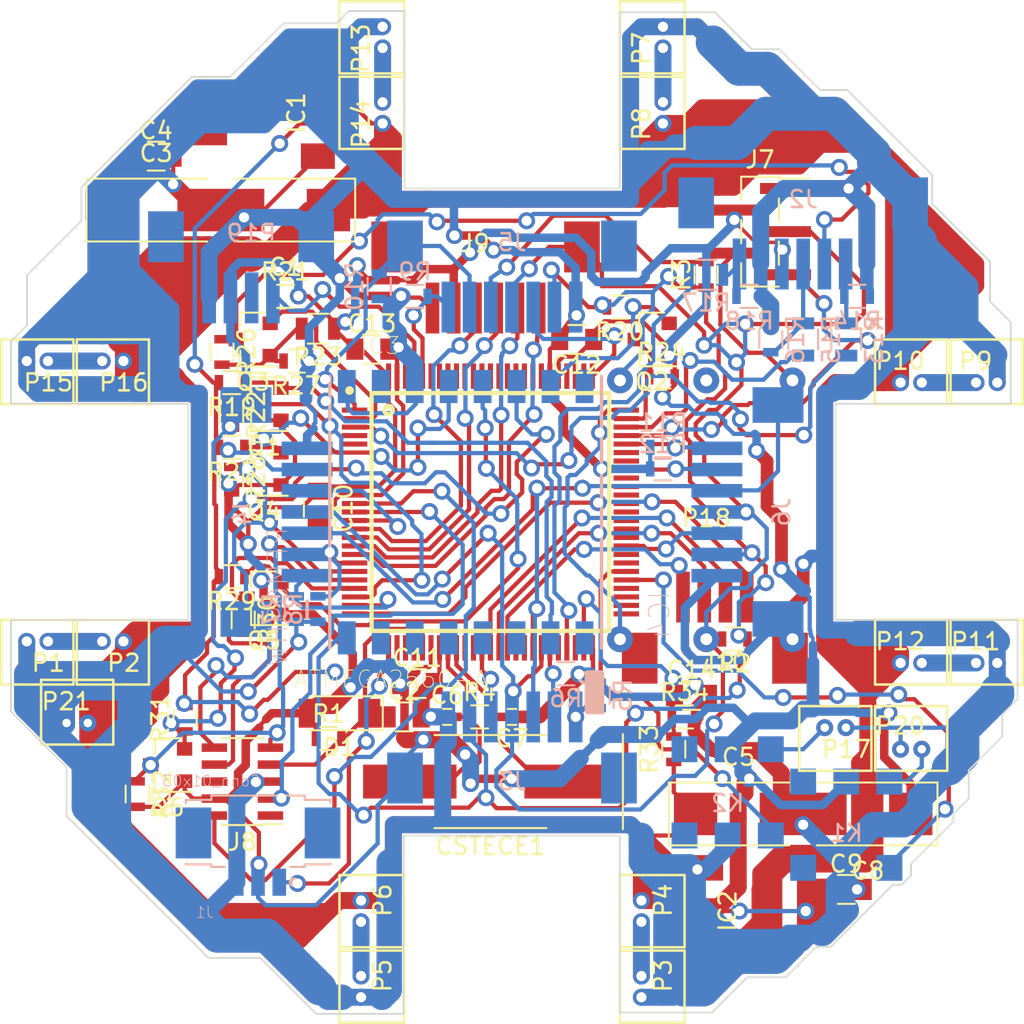
<source format=kicad_pcb>
(kicad_pcb (version 4) (host pcbnew 4.0.7)
  (layers (0 F.Cu signal) (31 B.Cu signal) (34 B.Paste user hide) (35 F.Paste user hide) (36 B.SilkS user hide) (37 F.SilkS user hide) (38 B.Mask user hide) (39 F.Mask user hide) (44 Edge.Cuts user))
  (net 0 "")
  (net 1 +12V)
  (net 2 GND)
  (net 3 /RST)
  (net 4 /XTAL1)
  (net 5 /XTAL2)
  (net 6 +5V)
  (net 7 /RX)
  (net 8 /TX)
  (net 9 /INT1)
  (net 10 /INT2)
  (net 11 /INT3)
  (net 12 /INT4)
  (net 13 /SS)
  (net 14 /SCK)
  (net 15 /MOSI)
  (net 16 /MISO)
  (net 17 /RFM_INT)
  (net 18 /SERVO)
  (net 19 /LED4)
  (net 20 /SDA)
  (net 21 /SCL)
  (net 22 /TXD-GSM)
  (net 23 /RXD-GSM)
  (net 24 /SLEEP-GSM)
  (net 25 /PWRKEY)
  (net 26 /LED1)
  (net 27 /LED2)
  (net 28 /O2)
  (net 29 /CO2)
  (net 30 /CAM_TRIG)
  (net 31 /FLY_TRIG)
  (net 32 /LED3)
  (net 33 /XSHUT4)
  (net 34 /XSHUT3)
  (net 35 /XSHUT2)
  (net 36 /XSHUT1)
  (net 37 /RFMINT)
  (net 38 +3V3)
  (net 39 "Net-(IC4-Pad12)")
  (net 40 "Net-(IC4-Pad13)")
  (net 41 "Net-(IC4-Pad14)")
  (net 42 "Net-(IC4-Pad15)")
  (net 43 "Net-(J2-Pad1)")
  (net 44 "Net-(J2-Pad4)")
  (net 45 "Net-(J2-Pad5)")
  (net 46 "Net-(J2-Pad6)")
  (net 47 /CAM_PWR)
  (net 48 /FLY_PWR)
  (net 49 "Net-(P1-Pad2)")
  (net 50 "Net-(P3-Pad2)")
  (net 51 "Net-(P5-Pad2)")
  (net 52 "Net-(P7-Pad2)")
  (net 53 "Net-(P10-Pad1)")
  (net 54 "Net-(P11-Pad2)")
  (net 55 "Net-(P13-Pad2)")
  (net 56 "Net-(P15-Pad2)")
  (net 57 "Net-(Q3-Pad1)")
  (net 58 /V_READ)
  (net 59 /PWM1)
  (net 60 /PWM2)
  (net 61 /PWM3)
  (net 62 /PWM4)
  (net 63 /PWM8)
  (net 64 /PWM5)
  (net 65 /PWM6)
  (net 66 /PWM7)
  (net 67 /LED_TOP)
  (module CanSat:MOLEX_PicoBlade_7 (layer B.Cu) (at 219.075 107.95 90)
    (fp_text reference J4 (at 0 -1.27 90) (layer B.SilkS) (effects (justify mirror)))
    (fp_text value Conn_01x07)
    (pad 4 smd rect (at 0 2.54 90) (size 0.8 3) (layers B.Cu B.Paste B.Mask) (net 21 /SCL))
    (pad 5 smd rect (at 1.25 2.54 90) (size 0.8 3) (layers B.Cu B.Paste B.Mask) (net 32 /LED3))
    (pad 6 smd rect (at 2.5 2.54 90) (size 0.8 3) (layers B.Cu B.Paste B.Mask) (net 38 +3V3))
    (pad 3 smd rect (at -1.25 2.54 90) (size 0.8 3) (layers B.Cu B.Paste B.Mask) (net 20 /SDA))
    (pad 2 smd rect (at -2.5 2.54 90) (size 0.8 3) (layers B.Cu B.Paste B.Mask) (net 11 /INT3))
    (pad "" smd rect (at 6.3 -1.06 90) (size 2.1 3) (layers B.Cu B.Paste B.Mask) (net 6 +5V))
    (pad "" smd rect (at -6.3 -1.06 90) (size 2.1 3) (layers B.Cu B.Paste B.Mask) (net 14 /SCK))
    (pad 7 smd rect (at 3.75 2.54 90) (size 0.8 3) (layers B.Cu B.Paste B.Mask) (net 2 GND))
    (pad 1 smd rect (at -3.75 2.54 90) (size 0.8 3) (layers B.Cu B.Paste B.Mask) (net 34 /XSHUT3))
  )
  (module CanSat:MOLEX_PicoBlade_2 (layer F.Cu) (at 226.06 79.375 270)
    (fp_text reference P13 (at 1.27 1.27 270) (layer F.SilkS))
    (fp_text value CONN_2)
    (pad 1 thru_hole circle (at 0 0 270) (size 1 1) (drill 0.6) (layers *.Cu *.Mask) (net 2 GND))
    (pad 2 thru_hole circle (at 1.25 0 270) (size 1 1) (drill 0.6) (layers *.Cu *.Mask) (net 55 "Net-(P13-Pad2)"))
  )
  (module Capacitors_SMD:C_0402 (layer F.Cu) (at 229.87 120.015)
    (fp_text reference C6 (at 0 -1.27) (layer F.SilkS))
    (fp_text value "20 pF")
    (pad 1 smd rect (at -0.55 0) (size 0.6 0.5) (layers F.Cu F.Paste F.Mask) (net 2 GND))
    (pad 2 smd rect (at 0.55 0) (size 0.6 0.5) (layers F.Cu F.Paste F.Mask) (net 4 /XTAL1))
  )
  (module Capacitors_SMD:C_0402 (layer F.Cu) (at 233.68 120.015 180)
    (fp_text reference C7 (at 0 -1.27 180) (layer F.SilkS))
    (fp_text value "20 pF")
    (pad 1 smd rect (at -0.55 0 180) (size 0.6 0.5) (layers F.Cu F.Paste F.Mask) (net 2 GND))
    (pad 2 smd rect (at 0.55 0 180) (size 0.6 0.5) (layers F.Cu F.Paste F.Mask) (net 5 /XTAL2))
  )
  (module CanSat:ncp1117 (layer F.Cu) (at 219.71 84.455 90)
    (fp_text reference IC1 (at 0 1.27 90) (layer F.SilkS))
    (fp_text value NCP1117ST33T3G)
    (pad "" smd rect (at 0 -3.81 90) (size 3.8 2) (layers F.Cu F.Paste F.Mask) (net 38 +3V3))
    (pad 2 smd rect (at 0 2.54 90) (size 1.5 2) (layers F.Cu F.Paste F.Mask) (net 38 +3V3))
    (pad 1 smd rect (at -2.54 2.54 90) (size 1.5 2) (layers F.Cu F.Paste F.Mask) (net 2 GND))
    (pad 3 smd rect (at 2.54 2.54 90) (size 1.5 2) (layers F.Cu F.Paste F.Mask) (net 1 +12V))
  )
  (module CanSat:ncp1117 (layer F.Cu) (at 247.65 131.445 270)
    (fp_text reference IC2 (at 0 1.27 270) (layer F.SilkS))
    (fp_text value NCP1117ST50T3G)
    (pad "" smd rect (at 0 -3.81 270) (size 3.8 2) (layers F.Cu F.Paste F.Mask) (net 6 +5V))
    (pad 2 smd rect (at 0 2.54 270) (size 1.5 2) (layers F.Cu F.Paste F.Mask) (net 6 +5V))
    (pad 1 smd rect (at -2.54 2.54 270) (size 1.5 2) (layers F.Cu F.Paste F.Mask) (net 2 GND))
    (pad 3 smd rect (at 2.54 2.54 270) (size 1.5 2) (layers F.Cu F.Paste F.Mask) (net 1 +12V))
  )
  (module Pin_Headers:Pin_Header_Straight_2x05_Pitch1.00mm_SMD (layer F.Cu) (at 217.805 123.825 180)
    (fp_text reference J8 (at 0 -3.56 180) (layer F.SilkS))
    (fp_text value Conn_02x05_Counter_Clockwise)
    (pad 1 smd rect (at -1.65 -2 180) (size 1.5 0.5) (layers F.Cu F.Paste F.Mask))
    (pad 2 smd rect (at 1.65 -2 180) (size 1.5 0.5) (layers F.Cu F.Paste F.Mask) (net 7 /RX))
    (pad 3 smd rect (at -1.65 -1 180) (size 1.5 0.5) (layers F.Cu F.Paste F.Mask) (net 8 /TX))
    (pad 4 smd rect (at 1.65 -1 180) (size 1.5 0.5) (layers F.Cu F.Paste F.Mask) (net 6 +5V))
    (pad 5 smd rect (at -1.65 0 180) (size 1.5 0.5) (layers F.Cu F.Paste F.Mask) (net 2 GND))
    (pad 6 smd rect (at 1.65 0 180) (size 1.5 0.5) (layers F.Cu F.Paste F.Mask))
    (pad 7 smd rect (at -1.65 1 180) (size 1.5 0.5) (layers F.Cu F.Paste F.Mask) (net 3 /RST))
    (pad 8 smd rect (at 1.65 1 180) (size 1.5 0.5) (layers F.Cu F.Paste F.Mask) (net 16 /MISO))
    (pad 9 smd rect (at -1.65 2 180) (size 1.5 0.5) (layers F.Cu F.Paste F.Mask) (net 15 /MOSI))
    (pad 10 smd rect (at 1.65 2 180) (size 1.5 0.5) (layers F.Cu F.Paste F.Mask) (net 14 /SCK))
  )
  (module CanSat:SMD_6pin_IC (layer B.Cu) (at 253.365 126.365 180)
    (fp_text reference K1 (at 0 -0.5 180) (layer B.SilkS) (effects (justify mirror)))
    (fp_text value HESOP1)
    (pad 2 smd rect (at 0 -2.54 180) (size 1.524 1.524) (layers B.Cu B.Paste B.Mask) (net 2 GND))
    (pad 1 smd rect (at -2.54 -2.54 180) (size 1.524 1.524) (layers B.Cu B.Paste B.Mask) (net 30 /CAM_TRIG))
    (pad 3 smd rect (at 2.54 -2.54 180) (size 1.524 1.524) (layers B.Cu B.Paste B.Mask))
    (pad 6 smd rect (at -2.54 2.54 180) (size 1.524 1.524) (layers B.Cu B.Paste B.Mask) (net 47 /CAM_PWR))
    (pad 5 smd rect (at 0 2.54 180) (size 1.524 1.524) (layers B.Cu B.Paste B.Mask) (net 6 +5V))
    (pad 4 smd rect (at 2.54 2.54 180) (size 1.524 1.524) (layers B.Cu B.Paste B.Mask))
  )
  (module CanSat:SMD_6pin_IC (layer B.Cu) (at 246.38 124.46 180)
    (fp_text reference K2 (at 0 -0.635 180) (layer B.SilkS) (effects (justify mirror)))
    (fp_text value HESOP1)
    (pad 2 smd rect (at 0 -2.54 180) (size 1.524 1.524) (layers B.Cu B.Paste B.Mask) (net 2 GND))
    (pad 1 smd rect (at -2.54 -2.54 180) (size 1.524 1.524) (layers B.Cu B.Paste B.Mask) (net 31 /FLY_TRIG))
    (pad 3 smd rect (at 2.54 -2.54 180) (size 1.524 1.524) (layers B.Cu B.Paste B.Mask))
    (pad 6 smd rect (at -2.54 2.54 180) (size 1.524 1.524) (layers B.Cu B.Paste B.Mask) (net 48 /FLY_PWR))
    (pad 5 smd rect (at 0 2.54 180) (size 1.524 1.524) (layers B.Cu B.Paste B.Mask) (net 6 +5V))
    (pad 4 smd rect (at 2.54 2.54 180) (size 1.524 1.524) (layers B.Cu B.Paste B.Mask))
  )
  (module TO_SOT_Packages_SMD:SOT-23 (layer F.Cu) (at 219.075 101.6 180)
    (fp_text reference Q1 (at 0 -2.5 180) (layer F.SilkS))
    (fp_text value BSS138)
    (pad 1 smd rect (at -1 -0.95 180) (size 0.9 0.8) (layers F.Cu F.Paste F.Mask) (net 6 +5V))
    (pad 2 smd rect (at -1 0.95 180) (size 0.9 0.8) (layers F.Cu F.Paste F.Mask) (net 37 /RFMINT))
    (pad 3 smd rect (at 1 0 180) (size 0.9 0.8) (layers F.Cu F.Paste F.Mask) (net 17 /RFM_INT))
  )
  (module TO_SOT_Packages_SMD:SOT-23 (layer F.Cu) (at 241.935 97.79 180)
    (fp_text reference Q2 (at 0 -2.5 180) (layer F.SilkS))
    (fp_text value BSS138)
    (pad 1 smd rect (at -1 -0.95 180) (size 0.9 0.8) (layers F.Cu F.Paste F.Mask) (net 6 +5V))
    (pad 2 smd rect (at -1 0.95 180) (size 0.9 0.8) (layers F.Cu F.Paste F.Mask) (net 42 "Net-(IC4-Pad15)"))
    (pad 3 smd rect (at 1 0 180) (size 0.9 0.8) (layers F.Cu F.Paste F.Mask) (net 13 /SS))
  )
  (module TO_SOT_Packages_SMD:SOT-23 (layer F.Cu) (at 218.44 97.79 180)
    (fp_text reference Q3 (at 0 -2.5 180) (layer F.SilkS))
    (fp_text value BSS138)
    (pad 1 smd rect (at -1 -0.95 180) (size 0.9 0.8) (layers F.Cu F.Paste F.Mask) (net 57 "Net-(Q3-Pad1)"))
    (pad 2 smd rect (at -1 0.95 180) (size 0.9 0.8) (layers F.Cu F.Paste F.Mask) (net 22 /TXD-GSM))
    (pad 3 smd rect (at 1 0 180) (size 0.9 0.8) (layers F.Cu F.Paste F.Mask) (net 45 "Net-(J2-Pad5)"))
  )
  (module TO_SOT_Packages_SMD:SOT-23 (layer F.Cu) (at 219.075 105.41 180)
    (fp_text reference Q4 (at 0 -2.5 180) (layer F.SilkS))
    (fp_text value BSS138)
    (pad 1 smd rect (at -1 -0.95 180) (size 0.9 0.8) (layers F.Cu F.Paste F.Mask) (net 6 +5V))
    (pad 2 smd rect (at -1 0.95 180) (size 0.9 0.8) (layers F.Cu F.Paste F.Mask) (net 39 "Net-(IC4-Pad12)"))
    (pad 3 smd rect (at 1 0 180) (size 0.9 0.8) (layers F.Cu F.Paste F.Mask) (net 14 /SCK))
  )
  (module TO_SOT_Packages_SMD:SOT-23 (layer F.Cu) (at 219.075 113.03 180)
    (fp_text reference Q5 (at 0 -2.5 180) (layer F.SilkS))
    (fp_text value BSS138)
    (pad 1 smd rect (at -1 -0.95 180) (size 0.9 0.8) (layers F.Cu F.Paste F.Mask) (net 6 +5V))
    (pad 2 smd rect (at -1 0.95 180) (size 0.9 0.8) (layers F.Cu F.Paste F.Mask) (net 40 "Net-(IC4-Pad13)"))
    (pad 3 smd rect (at 1 0 180) (size 0.9 0.8) (layers F.Cu F.Paste F.Mask) (net 16 /MISO))
  )
  (module TO_SOT_Packages_SMD:SOT-23 (layer F.Cu) (at 213.4 122.85 180)
    (fp_text reference Q6 (at 0 -2.5 180) (layer F.SilkS))
    (fp_text value BSS138)
    (pad 1 smd rect (at -1 -0.95 180) (size 0.9 0.8) (layers F.Cu F.Paste F.Mask) (net 6 +5V))
    (pad 2 smd rect (at -1 0.95 180) (size 0.9 0.8) (layers F.Cu F.Paste F.Mask) (net 41 "Net-(IC4-Pad14)"))
    (pad 3 smd rect (at 1 0 180) (size 0.9 0.8) (layers F.Cu F.Paste F.Mask) (net 15 /MOSI))
  )
  (module Resistors_SMD:R_0603 (layer F.Cu) (at 222.885 121.285)
    (fp_text reference R1 (at 0 -1.45) (layer F.SilkS))
    (fp_text value 10k)
    (pad 1 smd rect (at -0.75 0) (size 0.5 0.9) (layers F.Cu F.Paste F.Mask) (net 6 +5V))
    (pad 2 smd rect (at 0.75 0) (size 0.5 0.9) (layers F.Cu F.Paste F.Mask) (net 3 /RST))
  )
  (module Resistors_SMD:R_0603 (layer F.Cu) (at 246.8 115.43 180)
    (fp_text reference R2 (at 0 -1.45 180) (layer F.SilkS))
    (fp_text value 2k)
    (pad 1 smd rect (at -0.75 0 180) (size 0.5 0.9) (layers F.Cu F.Paste F.Mask) (net 38 +3V3))
    (pad 2 smd rect (at 0.75 0 180) (size 0.5 0.9) (layers F.Cu F.Paste F.Mask) (net 21 /SCL))
  )
  (module Resistors_SMD:R_0603 (layer F.Cu) (at 245.11 93.98 90)
    (fp_text reference R3 (at 0 -1.45 90) (layer F.SilkS))
    (fp_text value 2k)
    (pad 1 smd rect (at -0.75 0 90) (size 0.5 0.9) (layers F.Cu F.Paste F.Mask) (net 38 +3V3))
    (pad 2 smd rect (at 0.75 0 90) (size 0.5 0.9) (layers F.Cu F.Paste F.Mask) (net 20 /SDA))
  )
  (module Resistors_SMD:R_0603 (layer F.Cu) (at 231.775 120.015)
    (fp_text reference R4 (at 0 -1.45) (layer F.SilkS))
    (fp_text value 1M)
    (pad 1 smd rect (at -0.75 0) (size 0.5 0.9) (layers F.Cu F.Paste F.Mask) (net 4 /XTAL1))
    (pad 2 smd rect (at 0.75 0) (size 0.5 0.9) (layers F.Cu F.Paste F.Mask) (net 5 /XTAL2))
  )
  (module Resistors_SMD:R_0603 (layer B.Cu) (at 238.76 118.745 90)
    (fp_text reference R5 (at 0 1.45 90) (layer B.SilkS) (effects (justify mirror)))
    (fp_text value 10k)
    (pad 1 smd rect (at -0.75 0 90) (size 0.5 0.9) (layers B.Cu B.Paste B.Mask) (net 36 /XSHUT1))
    (pad 2 smd rect (at 0.75 0 90) (size 0.5 0.9) (layers B.Cu B.Paste B.Mask) (net 2 GND))
  )
  (module Resistors_SMD:R_0603 (layer B.Cu) (at 236.855 117.475)
    (fp_text reference R6 (at 0 1.45) (layer B.SilkS) (effects (justify mirror)))
    (fp_text value 10k)
    (pad 1 smd rect (at -0.75 0) (size 0.5 0.9) (layers B.Cu B.Paste B.Mask) (net 9 /INT1))
    (pad 2 smd rect (at 0.75 0) (size 0.5 0.9) (layers B.Cu B.Paste B.Mask) (net 2 GND))
  )
  (module Resistors_SMD:R_0603 (layer B.Cu) (at 220.98 113.665 270)
    (fp_text reference R7 (at 0 1.45 270) (layer B.SilkS) (effects (justify mirror)))
    (fp_text value 10k)
    (pad 1 smd rect (at -0.75 0 270) (size 0.5 0.9) (layers B.Cu B.Paste B.Mask) (net 34 /XSHUT3))
    (pad 2 smd rect (at 0.75 0 270) (size 0.5 0.9) (layers B.Cu B.Paste B.Mask) (net 2 GND))
  )
  (module Resistors_SMD:R_0603 (layer B.Cu) (at 222.25 113.665 270)
    (fp_text reference R8 (at 0 1.45 270) (layer B.SilkS) (effects (justify mirror)))
    (fp_text value 10k)
    (pad 1 smd rect (at -0.75 0 270) (size 0.5 0.9) (layers B.Cu B.Paste B.Mask) (net 11 /INT3))
    (pad 2 smd rect (at 0.75 0 270) (size 0.5 0.9) (layers B.Cu B.Paste B.Mask) (net 2 GND))
  )
  (module Resistors_SMD:R_0603 (layer B.Cu) (at 227.965 95.25 180)
    (fp_text reference R9 (at 0 1.45 180) (layer B.SilkS) (effects (justify mirror)))
    (fp_text value 10k)
    (pad 1 smd rect (at -0.75 0 180) (size 0.5 0.9) (layers B.Cu B.Paste B.Mask) (net 35 /XSHUT2))
    (pad 2 smd rect (at 0.75 0 180) (size 0.5 0.9) (layers B.Cu B.Paste B.Mask) (net 2 GND))
  )
  (module Resistors_SMD:R_0603 (layer B.Cu) (at 225.86 94.66 270)
    (fp_text reference R10 (at 0 1.45 270) (layer B.SilkS) (effects (justify mirror)))
    (fp_text value 10k)
    (pad 1 smd rect (at -0.75 0 270) (size 0.5 0.9) (layers B.Cu B.Paste B.Mask) (net 10 /INT2))
    (pad 2 smd rect (at 0.75 0 270) (size 0.5 0.9) (layers B.Cu B.Paste B.Mask) (net 2 GND))
  )
  (module Resistors_SMD:R_0603 (layer B.Cu) (at 242.57 104.14 180)
    (fp_text reference R11 (at 0 1.45 180) (layer B.SilkS) (effects (justify mirror)))
    (fp_text value 10k)
    (pad 1 smd rect (at -0.75 0 180) (size 0.5 0.9) (layers B.Cu B.Paste B.Mask) (net 33 /XSHUT4))
    (pad 2 smd rect (at 0.75 0 180) (size 0.5 0.9) (layers B.Cu B.Paste B.Mask) (net 2 GND))
  )
  (module Resistors_SMD:R_0603 (layer B.Cu) (at 242.57 105.41 180)
    (fp_text reference R12 (at 0 1.45 180) (layer B.SilkS) (effects (justify mirror)))
    (fp_text value 10k)
    (pad 1 smd rect (at -0.75 0 180) (size 0.5 0.9) (layers B.Cu B.Paste B.Mask) (net 12 /INT4))
    (pad 2 smd rect (at 0.75 0 180) (size 0.5 0.9) (layers B.Cu B.Paste B.Mask) (net 2 GND))
  )
  (module Resistors_SMD:R_0805 (layer B.Cu) (at 253.365 97.79 90)
    (fp_text reference R13 (at 0 1.65 90) (layer B.SilkS) (effects (justify mirror)))
    (fp_text value 2k2)
    (pad 1 smd rect (at -0.95 0 90) (size 0.7 1.3) (layers B.Cu B.Paste B.Mask) (net 23 /RXD-GSM))
    (pad 2 smd rect (at 0.95 0 90) (size 0.7 1.3) (layers B.Cu B.Paste B.Mask) (net 46 "Net-(J2-Pad6)"))
  )
  (module Resistors_SMD:R_0603 (layer B.Cu) (at 254 95.25)
    (fp_text reference R14 (at 0 1.45) (layer B.SilkS) (effects (justify mirror)))
    (fp_text value 2k8)
    (pad 1 smd rect (at -0.75 0) (size 0.5 0.9) (layers B.Cu B.Paste B.Mask) (net 46 "Net-(J2-Pad6)"))
    (pad 2 smd rect (at 0.75 0) (size 0.5 0.9) (layers B.Cu B.Paste B.Mask) (net 2 GND))
  )
  (module Resistors_SMD:R_0805 (layer B.Cu) (at 250.825 97.79 90)
    (fp_text reference R15 (at 0 1.65 90) (layer B.SilkS) (effects (justify mirror)))
    (fp_text value 2k2)
    (pad 1 smd rect (at -0.95 0 90) (size 0.7 1.3) (layers B.Cu B.Paste B.Mask) (net 25 /PWRKEY))
    (pad 2 smd rect (at 0.95 0 90) (size 0.7 1.3) (layers B.Cu B.Paste B.Mask) (net 44 "Net-(J2-Pad4)"))
  )
  (module Resistors_SMD:R_0603 (layer B.Cu) (at 248.92 97.79 90)
    (fp_text reference R16 (at 0 1.45 90) (layer B.SilkS) (effects (justify mirror)))
    (fp_text value 2k8)
    (pad 1 smd rect (at -0.75 0 90) (size 0.5 0.9) (layers B.Cu B.Paste B.Mask) (net 44 "Net-(J2-Pad4)"))
    (pad 2 smd rect (at 0.75 0 90) (size 0.5 0.9) (layers B.Cu B.Paste B.Mask) (net 2 GND))
  )
  (module Resistors_SMD:R_0805 (layer B.Cu) (at 245.11 93.98)
    (fp_text reference R17 (at 0 1.65) (layer B.SilkS) (effects (justify mirror)))
    (fp_text value 2k2)
    (pad 1 smd rect (at -0.95 0) (size 0.7 1.3) (layers B.Cu B.Paste B.Mask) (net 24 /SLEEP-GSM))
    (pad 2 smd rect (at 0.95 0) (size 0.7 1.3) (layers B.Cu B.Paste B.Mask) (net 43 "Net-(J2-Pad1)"))
  )
  (module Resistors_SMD:R_0603 (layer B.Cu) (at 247.65 95.25)
    (fp_text reference R18 (at 0 1.45) (layer B.SilkS) (effects (justify mirror)))
    (fp_text value 2k8)
    (pad 1 smd rect (at -0.75 0) (size 0.5 0.9) (layers B.Cu B.Paste B.Mask) (net 43 "Net-(J2-Pad1)"))
    (pad 2 smd rect (at 0.75 0) (size 0.5 0.9) (layers B.Cu B.Paste B.Mask) (net 2 GND))
  )
  (module Resistors_SMD:R_0603 (layer F.Cu) (at 217.17 100.33 180)
    (fp_text reference R19 (at 0 -1.45 180) (layer F.SilkS))
    (fp_text value 10k)
    (pad 1 smd rect (at -0.75 0 180) (size 0.5 0.9) (layers F.Cu F.Paste F.Mask) (net 37 /RFMINT))
    (pad 2 smd rect (at 0.75 0 180) (size 0.5 0.9) (layers F.Cu F.Paste F.Mask) (net 38 +3V3))
  )
  (module Resistors_SMD:R_0603 (layer F.Cu) (at 240.03 95.885 180)
    (fp_text reference R20 (at 0 -1.45 180) (layer F.SilkS))
    (fp_text value 10k)
    (pad 1 smd rect (at -0.75 0 180) (size 0.5 0.9) (layers F.Cu F.Paste F.Mask) (net 42 "Net-(IC4-Pad15)"))
    (pad 2 smd rect (at 0.75 0 180) (size 0.5 0.9) (layers F.Cu F.Paste F.Mask) (net 38 +3V3))
  )
  (module Resistors_SMD:R_0603 (layer F.Cu) (at 220.345 95.25)
    (fp_text reference R21 (at 0 -1.45) (layer F.SilkS))
    (fp_text value 10k)
    (pad 1 smd rect (at -0.75 0) (size 0.5 0.9) (layers F.Cu F.Paste F.Mask) (net 22 /TXD-GSM))
    (pad 2 smd rect (at 0.75 0) (size 0.5 0.9) (layers F.Cu F.Paste F.Mask) (net 6 +5V))
  )
  (module Resistors_SMD:R_0603 (layer F.Cu) (at 217.17 102.235 270)
    (fp_text reference R22 (at 0 -1.45 270) (layer F.SilkS))
    (fp_text value 10k)
    (pad 1 smd rect (at -0.75 0 270) (size 0.5 0.9) (layers F.Cu F.Paste F.Mask) (net 17 /RFM_INT))
    (pad 2 smd rect (at 0.75 0 270) (size 0.5 0.9) (layers F.Cu F.Paste F.Mask) (net 6 +5V))
  )
  (module Resistors_SMD:R_0805 (layer F.Cu) (at 222.25 97.155 180)
    (fp_text reference R23 (at 0 -1.65 180) (layer F.SilkS))
    (fp_text value 2k2)
    (pad 1 smd rect (at -0.95 0 180) (size 0.7 1.3) (layers F.Cu F.Paste F.Mask) (net 6 +5V))
    (pad 2 smd rect (at 0.95 0 180) (size 0.7 1.3) (layers F.Cu F.Paste F.Mask) (net 57 "Net-(Q3-Pad1)"))
  )
  (module Resistors_SMD:R_0603 (layer F.Cu) (at 242.51 99.99)
    (fp_text reference R24 (at 0 -1.45) (layer F.SilkS))
    (fp_text value 10k)
    (pad 1 smd rect (at -0.75 0) (size 0.5 0.9) (layers F.Cu F.Paste F.Mask) (net 13 /SS))
    (pad 2 smd rect (at 0.75 0) (size 0.5 0.9) (layers F.Cu F.Paste F.Mask) (net 6 +5V))
  )
  (module Resistors_SMD:R_0603 (layer F.Cu) (at 217.17 104.14 180)
    (fp_text reference R25 (at 0 -1.45 180) (layer F.SilkS))
    (fp_text value 10k)
    (pad 1 smd rect (at -0.75 0 180) (size 0.5 0.9) (layers F.Cu F.Paste F.Mask) (net 39 "Net-(IC4-Pad12)"))
    (pad 2 smd rect (at 0.75 0 180) (size 0.5 0.9) (layers F.Cu F.Paste F.Mask) (net 38 +3V3))
  )
  (module Resistors_SMD:R_0603 (layer F.Cu) (at 216.6 98.525 270)
    (fp_text reference R26 (at 0 -1.45 270) (layer F.SilkS))
    (fp_text value 10k)
    (pad 1 smd rect (at -0.75 0 270) (size 0.5 0.9) (layers F.Cu F.Paste F.Mask) (net 45 "Net-(J2-Pad5)"))
    (pad 2 smd rect (at 0.75 0 270) (size 0.5 0.9) (layers F.Cu F.Paste F.Mask) (net 57 "Net-(Q3-Pad1)"))
  )
  (module Resistors_SMD:R_0603 (layer F.Cu) (at 220.98 99.06 180)
    (fp_text reference R27 (at 0 -1.45 180) (layer F.SilkS))
    (fp_text value 2k8)
    (pad 1 smd rect (at -0.75 0 180) (size 0.5 0.9) (layers F.Cu F.Paste F.Mask) (net 2 GND))
    (pad 2 smd rect (at 0.75 0 180) (size 0.5 0.9) (layers F.Cu F.Paste F.Mask) (net 57 "Net-(Q3-Pad1)"))
  )
  (module Resistors_SMD:R_0603 (layer F.Cu) (at 217.17 106.045 270)
    (fp_text reference R28 (at 0 -1.45 270) (layer F.SilkS))
    (fp_text value 10k)
    (pad 1 smd rect (at -0.75 0 270) (size 0.5 0.9) (layers F.Cu F.Paste F.Mask) (net 14 /SCK))
    (pad 2 smd rect (at 0.75 0 270) (size 0.5 0.9) (layers F.Cu F.Paste F.Mask) (net 6 +5V))
  )
  (module Resistors_SMD:R_0603 (layer F.Cu) (at 217.17 111.76 180)
    (fp_text reference R29 (at 0 -1.45 180) (layer F.SilkS))
    (fp_text value 10k)
    (pad 1 smd rect (at -0.75 0 180) (size 0.5 0.9) (layers F.Cu F.Paste F.Mask) (net 40 "Net-(IC4-Pad13)"))
    (pad 2 smd rect (at 0.75 0 180) (size 0.5 0.9) (layers F.Cu F.Paste F.Mask) (net 38 +3V3))
  )
  (module Resistors_SMD:R_0603 (layer F.Cu) (at 217.85 114.31 270)
    (fp_text reference R30 (at 0 -1.45 270) (layer F.SilkS))
    (fp_text value 10k)
    (pad 1 smd rect (at -0.75 0 270) (size 0.5 0.9) (layers F.Cu F.Paste F.Mask) (net 16 /MISO))
    (pad 2 smd rect (at 0.75 0 270) (size 0.5 0.9) (layers F.Cu F.Paste F.Mask) (net 6 +5V))
  )
  (module Resistors_SMD:R_0603 (layer F.Cu) (at 214.43 120.12 90)
    (fp_text reference R31 (at 0 -1.45 90) (layer F.SilkS))
    (fp_text value 10k)
    (pad 1 smd rect (at -0.75 0 90) (size 0.5 0.9) (layers F.Cu F.Paste F.Mask) (net 41 "Net-(IC4-Pad14)"))
    (pad 2 smd rect (at 0.75 0 90) (size 0.5 0.9) (layers F.Cu F.Paste F.Mask) (net 38 +3V3))
  )
  (module Resistors_SMD:R_0603 (layer F.Cu) (at 211.61 124.56 270)
    (fp_text reference R32 (at 0 -1.45 270) (layer F.SilkS))
    (fp_text value 10k)
    (pad 1 smd rect (at -0.75 0 270) (size 0.5 0.9) (layers F.Cu F.Paste F.Mask) (net 15 /MOSI))
    (pad 2 smd rect (at 0.75 0 270) (size 0.5 0.9) (layers F.Cu F.Paste F.Mask) (net 6 +5V))
  )
  (module Capacitors_Tantalum_SMD:CP_Tantalum_Case-U_EIA-6032-15_Reflow (layer F.Cu) (at 220.345 90.17 180)
    (fp_text reference C1 (at 0 -3.35 180) (layer F.SilkS))
    (fp_text value "47 uF")
    (pad 1 smd rect (at -2.525 0 180) (size 2.55 2.5) (layers F.Cu F.Paste F.Mask) (net 1 +12V))
    (pad 2 smd rect (at 2.525 0 180) (size 2.55 2.5) (layers F.Cu F.Paste F.Mask) (net 2 GND))
  )
  (module Capacitors_SMD:C_0805 (layer F.Cu) (at 227.33 120.015)
    (fp_text reference C2 (at 0 -1.5) (layer F.SilkS))
    (fp_text value "22 pF")
    (pad 1 smd rect (at -1 0) (size 1 1.25) (layers F.Cu F.Paste F.Mask) (net 3 /RST))
    (pad 2 smd rect (at 1 0) (size 1 1.25) (layers F.Cu F.Paste F.Mask) (net 2 GND))
  )
  (module Capacitors_Tantalum_SMD:CP_Tantalum_Case-C_EIA-6032-28_Reflow (layer F.Cu) (at 212.725 90.17)
    (fp_text reference C3 (at 0 -3.35) (layer F.SilkS))
    (fp_text value "47 uF")
    (pad 1 smd rect (at -2.525 0) (size 2.55 2.5) (layers F.Cu F.Paste F.Mask) (net 38 +3V3))
    (pad 2 smd rect (at 2.525 0) (size 2.55 2.5) (layers F.Cu F.Paste F.Mask) (net 2 GND))
  )
  (module Capacitors_SMD:C_0805 (layer F.Cu) (at 212.725 86.995)
    (fp_text reference C4 (at 0 -1.5) (layer F.SilkS))
    (fp_text value "100 nF")
    (pad 1 smd rect (at -1 0) (size 1 1.25) (layers F.Cu F.Paste F.Mask) (net 38 +3V3))
    (pad 2 smd rect (at 1 0) (size 1 1.25) (layers F.Cu F.Paste F.Mask) (net 2 GND))
  )
  (module Capacitors_Tantalum_SMD:CP_Tantalum_Case-C_EIA-6032-28_Reflow (layer F.Cu) (at 247.015 125.73)
    (fp_text reference C5 (at 0 -3.35) (layer F.SilkS))
    (fp_text value "47 uF")
    (pad 1 smd rect (at -2.525 0) (size 2.55 2.5) (layers F.Cu F.Paste F.Mask) (net 1 +12V))
    (pad 2 smd rect (at 2.525 0) (size 2.55 2.5) (layers F.Cu F.Paste F.Mask) (net 2 GND))
  )
  (module Capacitors_Tantalum_SMD:CP_Tantalum_Case-C_EIA-6032-28_Reflow (layer F.Cu) (at 254.635 125.73 180)
    (fp_text reference C8 (at 0 -3.35 180) (layer F.SilkS))
    (fp_text value "47 uF")
    (pad 1 smd rect (at -2.525 0 180) (size 2.55 2.5) (layers F.Cu F.Paste F.Mask) (net 6 +5V))
    (pad 2 smd rect (at 2.525 0 180) (size 2.55 2.5) (layers F.Cu F.Paste F.Mask) (net 2 GND))
  )
  (module Capacitors_SMD:C_0805 (layer F.Cu) (at 253.365 130.175)
    (fp_text reference C9 (at 0 -1.5) (layer F.SilkS))
    (fp_text value "100 nF")
    (pad 1 smd rect (at -1 0) (size 1 1.25) (layers F.Cu F.Paste F.Mask) (net 6 +5V))
    (pad 2 smd rect (at 1 0) (size 1 1.25) (layers F.Cu F.Paste F.Mask) (net 2 GND))
  )
  (module Capacitors_SMD:C_0805 (layer F.Cu) (at 222.275 107.725 270)
    (fp_text reference C10 (at 0 -1.5 270) (layer F.SilkS))
    (fp_text value "100 nF")
    (pad 1 smd rect (at -1 0 270) (size 1 1.25) (layers F.Cu F.Paste F.Mask) (net 6 +5V))
    (pad 2 smd rect (at 1 0 270) (size 1 1.25) (layers F.Cu F.Paste F.Mask) (net 2 GND))
  )
  (module Capacitors_SMD:C_0805 (layer F.Cu) (at 228.1 118.05)
    (fp_text reference C11 (at 0 -1.5) (layer F.SilkS))
    (fp_text value "100 nF")
    (pad 1 smd rect (at -1 0) (size 1 1.25) (layers F.Cu F.Paste F.Mask) (net 6 +5V))
    (pad 2 smd rect (at 1 0) (size 1 1.25) (layers F.Cu F.Paste F.Mask) (net 2 GND))
  )
  (module Capacitors_SMD:C_0805 (layer F.Cu) (at 237.49 97.79 180)
    (fp_text reference C12 (at 0 -1.5 180) (layer F.SilkS))
    (fp_text value "100 nF")
    (pad 1 smd rect (at -1 0 180) (size 1 1.25) (layers F.Cu F.Paste F.Mask) (net 6 +5V))
    (pad 2 smd rect (at 1 0 180) (size 1 1.25) (layers F.Cu F.Paste F.Mask) (net 2 GND))
  )
  (module Capacitors_SMD:C_0805 (layer F.Cu) (at 225.425 98.36)
    (fp_text reference C13 (at 0 -1.5) (layer F.SilkS))
    (fp_text value "100 nF")
    (pad 1 smd rect (at -1 0) (size 1 1.25) (layers F.Cu F.Paste F.Mask) (net 6 +5V))
    (pad 2 smd rect (at 1 0) (size 1 1.25) (layers F.Cu F.Paste F.Mask) (net 2 GND))
  )
  (module Capacitors_SMD:C_0805 (layer F.Cu) (at 244.25 118.75)
    (fp_text reference C14 (at 0 -1.5) (layer F.SilkS))
    (fp_text value "100 nF")
    (pad 1 smd rect (at -1 0) (size 1 1.25) (layers F.Cu F.Paste F.Mask) (net 58 /V_READ))
    (pad 2 smd rect (at 1 0) (size 1 1.25) (layers F.Cu F.Paste F.Mask) (net 2 GND))
  )
  (module Diodes_SMD:D_MiniMELF (layer F.Cu) (at 223.52 119.8 180)
    (fp_text reference D1 (at 0 -2 180) (layer F.SilkS))
    (fp_text value CD1206-S01575)
    (pad 1 smd rect (at -1.75 0 180) (size 1.3 1.7) (layers F.Cu F.Paste F.Mask) (net 3 /RST))
    (pad 2 smd rect (at 1.75 0 180) (size 1.3 1.7) (layers F.Cu F.Paste F.Mask) (net 6 +5V))
  )
  (module MOLEX_PicoBlade_3:MOLEX_0532610371 (layer B.Cu) (at 218.725 129.75)
    (fp_text reference J1 (at -3.14781 1.78116) (layer B.SilkS) (effects (font (size 0.641713 0.641713) (thickness 0.05)) (justify mirror)))
    (fp_text value Conn_01x03 (at -2.74216 -5.96351) (layer B.SilkS) (effects (font (size 0.642145 0.642145) (thickness 0.05)) (justify mirror)))
    (pad 1 smd rect (at 1.25 0) (size 0.8 1.6) (layers B.Cu B.Paste B.Mask) (net 18 /SERVO))
    (pad 2 smd rect (at 0 0) (size 0.8 1.6) (layers B.Cu B.Paste B.Mask) (net 6 +5V))
    (pad 3 smd rect (at -1.25 0) (size 0.8 1.6) (layers B.Cu B.Paste B.Mask) (net 2 GND))
    (pad 4 smd rect (at -3.8 -2.9) (size 2.1 3) (layers B.Cu B.Paste B.Mask))
    (pad 5 smd rect (at 3.8 -2.9) (size 2.1 3) (layers B.Cu B.Paste B.Mask))
  )
  (module CanSat:MOLEX_PicoBlade_7 (layer B.Cu) (at 250.825 90.805)
    (fp_text reference J2 (at 0 -1.27) (layer B.SilkS) (effects (justify mirror)))
    (fp_text value Conn_01x07)
    (pad 4 smd rect (at 0 2.54) (size 0.8 3) (layers B.Cu B.Paste B.Mask) (net 44 "Net-(J2-Pad4)"))
    (pad 5 smd rect (at 1.25 2.54) (size 0.8 3) (layers B.Cu B.Paste B.Mask) (net 45 "Net-(J2-Pad5)"))
    (pad 6 smd rect (at 2.5 2.54) (size 0.8 3) (layers B.Cu B.Paste B.Mask) (net 46 "Net-(J2-Pad6)"))
    (pad 3 smd rect (at -1.25 2.54) (size 0.8 3) (layers B.Cu B.Paste B.Mask) (net 6 +5V))
    (pad 2 smd rect (at -2.5 2.54) (size 0.8 3) (layers B.Cu B.Paste B.Mask) (net 2 GND))
    (pad "" smd rect (at 6.3 -1.06) (size 2.1 3) (layers B.Cu B.Paste B.Mask) (net 2 GND))
    (pad "" smd rect (at -6.3 -1.06) (size 2.1 3) (layers B.Cu B.Paste B.Mask))
    (pad 7 smd rect (at 3.75 2.54) (size 0.8 3) (layers B.Cu B.Paste B.Mask) (net 2 GND))
    (pad 1 smd rect (at -3.75 2.54) (size 0.8 3) (layers B.Cu B.Paste B.Mask) (net 43 "Net-(J2-Pad1)"))
  )
  (module CanSat:MOLEX_PicoBlade_7 (layer B.Cu) (at 233.68 122.555 180)
    (fp_text reference J3 (at 0 -1.27 180) (layer B.SilkS) (effects (justify mirror)))
    (fp_text value Conn_01x07)
    (pad 4 smd rect (at 0 2.54 180) (size 0.8 3) (layers B.Cu B.Paste B.Mask) (net 21 /SCL))
    (pad 5 smd rect (at 1.25 2.54 180) (size 0.8 3) (layers B.Cu B.Paste B.Mask) (net 26 /LED1))
    (pad 6 smd rect (at 2.5 2.54 180) (size 0.8 3) (layers B.Cu B.Paste B.Mask) (net 38 +3V3))
    (pad 3 smd rect (at -1.25 2.54 180) (size 0.8 3) (layers B.Cu B.Paste B.Mask) (net 20 /SDA))
    (pad 2 smd rect (at -2.5 2.54 180) (size 0.8 3) (layers B.Cu B.Paste B.Mask) (net 9 /INT1))
    (pad "" smd rect (at 6.3 -1.06 180) (size 2.1 3) (layers B.Cu B.Paste B.Mask) (net 6 +5V))
    (pad "" smd rect (at -6.3 -1.06 180) (size 2.1 3) (layers B.Cu B.Paste B.Mask))
    (pad 7 smd rect (at 3.75 2.54 180) (size 0.8 3) (layers B.Cu B.Paste B.Mask) (net 2 GND))
    (pad 1 smd rect (at -3.75 2.54 180) (size 0.8 3) (layers B.Cu B.Paste B.Mask) (net 36 /XSHUT1))
  )
  (module CanSat:MOLEX_PicoBlade_7 (layer B.Cu) (at 233.68 93.345)
    (fp_text reference J5 (at 0 -1.27) (layer B.SilkS) (effects (justify mirror)))
    (fp_text value Conn_01x07)
    (pad 4 smd rect (at 0 2.54) (size 0.8 3) (layers B.Cu B.Paste B.Mask) (net 21 /SCL))
    (pad 5 smd rect (at 1.25 2.54) (size 0.8 3) (layers B.Cu B.Paste B.Mask) (net 27 /LED2))
    (pad 6 smd rect (at 2.5 2.54) (size 0.8 3) (layers B.Cu B.Paste B.Mask) (net 38 +3V3))
    (pad 3 smd rect (at -1.25 2.54) (size 0.8 3) (layers B.Cu B.Paste B.Mask) (net 20 /SDA))
    (pad 2 smd rect (at -2.5 2.54) (size 0.8 3) (layers B.Cu B.Paste B.Mask) (net 10 /INT2))
    (pad "" smd rect (at 6.3 -1.06) (size 2.1 3) (layers B.Cu B.Paste B.Mask))
    (pad "" smd rect (at -6.3 -1.06) (size 2.1 3) (layers B.Cu B.Paste B.Mask) (net 10 /INT2))
    (pad 7 smd rect (at 3.75 2.54) (size 0.8 3) (layers B.Cu B.Paste B.Mask) (net 2 GND))
    (pad 1 smd rect (at -3.75 2.54) (size 0.8 3) (layers B.Cu B.Paste B.Mask) (net 35 /XSHUT2))
  )
  (module CanSat:MOLEX_PicoBlade_7 (layer B.Cu) (at 248.285 107.95 270)
    (fp_text reference J6 (at 0 -1.27 270) (layer B.SilkS) (effects (justify mirror)))
    (fp_text value Conn_01x07)
    (pad 4 smd rect (at 0 2.54 270) (size 0.8 3) (layers B.Cu B.Paste B.Mask) (net 21 /SCL))
    (pad 5 smd rect (at 1.25 2.54 270) (size 0.8 3) (layers B.Cu B.Paste B.Mask) (net 19 /LED4))
    (pad 6 smd rect (at 2.5 2.54 270) (size 0.8 3) (layers B.Cu B.Paste B.Mask) (net 38 +3V3))
    (pad 3 smd rect (at -1.25 2.54 270) (size 0.8 3) (layers B.Cu B.Paste B.Mask) (net 20 /SDA))
    (pad 2 smd rect (at -2.5 2.54 270) (size 0.8 3) (layers B.Cu B.Paste B.Mask) (net 12 /INT4))
    (pad "" smd rect (at 6.3 -1.06 270) (size 2.1 3) (layers B.Cu B.Paste B.Mask) (net 2 GND))
    (pad "" smd rect (at -6.3 -1.06 270) (size 2.1 3) (layers B.Cu B.Paste B.Mask) (net 20 /SDA))
    (pad 7 smd rect (at 3.75 2.54 270) (size 0.8 3) (layers B.Cu B.Paste B.Mask) (net 2 GND))
    (pad 1 smd rect (at -3.75 2.54 270) (size 0.8 3) (layers B.Cu B.Paste B.Mask) (net 33 /XSHUT4))
  )
  (module Pin_Headers:Pin_Header_Straight_1x05_Pitch1.27mm_SMD_Pin1Right (layer F.Cu) (at 248.285 91.44)
    (fp_text reference J7 (at 0 -4.235) (layer F.SilkS))
    (fp_text value Conn_01x05)
    (pad 2 smd rect (at -1.5 -1.27) (size 3 0.65) (layers F.Cu F.Paste F.Mask) (net 6 +5V))
    (pad 4 smd rect (at -1.5 1.27) (size 3 0.65) (layers F.Cu F.Paste F.Mask) (net 20 /SDA))
    (pad 1 smd rect (at 1.5 -2.54) (size 3 0.65) (layers F.Cu F.Paste F.Mask) (net 2 GND))
    (pad 3 smd rect (at 1.5 0) (size 3 0.65) (layers F.Cu F.Paste F.Mask) (net 21 /SCL))
    (pad 5 smd rect (at 1.5 2.54) (size 3 0.65) (layers F.Cu F.Paste F.Mask) (net 67 /LED_TOP))
  )
  (module CanSat:MOLEX_PicoBlade_2 (layer F.Cu) (at 205.105 115.57)
    (fp_text reference P1 (at 1.27 1.27) (layer F.SilkS))
    (fp_text value CONN_2)
    (pad 1 thru_hole circle (at 0 0) (size 1 1) (drill 0.6) (layers *.Cu *.Mask) (net 2 GND))
    (pad 2 thru_hole circle (at 1.25 0) (size 1 1) (drill 0.6) (layers *.Cu *.Mask) (net 49 "Net-(P1-Pad2)"))
  )
  (module CanSat:MOLEX_PicoBlade_2 (layer F.Cu) (at 209.55 115.57)
    (fp_text reference P2 (at 1.27 1.27) (layer F.SilkS))
    (fp_text value CONN_2)
    (pad 1 thru_hole circle (at 0 0) (size 1 1) (drill 0.6) (layers *.Cu *.Mask) (net 49 "Net-(P1-Pad2)"))
    (pad 2 thru_hole circle (at 1.25 0) (size 1 1) (drill 0.6) (layers *.Cu *.Mask) (net 1 +12V))
  )
  (module CanSat:MOLEX_PicoBlade_2 (layer F.Cu) (at 241.3 136.525 90)
    (fp_text reference P3 (at 1.27 1.27 90) (layer F.SilkS))
    (fp_text value CONN_2)
    (pad 1 thru_hole circle (at 0 0 90) (size 1 1) (drill 0.6) (layers *.Cu *.Mask) (net 2 GND))
    (pad 2 thru_hole circle (at 1.25 0 90) (size 1 1) (drill 0.6) (layers *.Cu *.Mask) (net 50 "Net-(P3-Pad2)"))
  )
  (module CanSat:MOLEX_PicoBlade_2 (layer F.Cu) (at 241.3 132.08 90)
    (fp_text reference P4 (at 1.27 1.27 90) (layer F.SilkS))
    (fp_text value CONN_2)
    (pad 1 thru_hole circle (at 0 0 90) (size 1 1) (drill 0.6) (layers *.Cu *.Mask) (net 50 "Net-(P3-Pad2)"))
    (pad 2 thru_hole circle (at 1.25 0 90) (size 1 1) (drill 0.6) (layers *.Cu *.Mask) (net 1 +12V))
  )
  (module CanSat:MOLEX_PicoBlade_2 (layer F.Cu) (at 224.79 136.525 90)
    (fp_text reference P5 (at 1.27 1.27 90) (layer F.SilkS))
    (fp_text value CONN_2)
    (pad 1 thru_hole circle (at 0 0 90) (size 1 1) (drill 0.6) (layers *.Cu *.Mask) (net 2 GND))
    (pad 2 thru_hole circle (at 1.25 0 90) (size 1 1) (drill 0.6) (layers *.Cu *.Mask) (net 51 "Net-(P5-Pad2)"))
  )
  (module CanSat:MOLEX_PicoBlade_2 (layer F.Cu) (at 224.79 132.08 90)
    (fp_text reference P6 (at 1.27 1.27 90) (layer F.SilkS))
    (fp_text value CONN_2)
    (pad 1 thru_hole circle (at 0 0 90) (size 1 1) (drill 0.6) (layers *.Cu *.Mask) (net 51 "Net-(P5-Pad2)"))
    (pad 2 thru_hole circle (at 1.25 0 90) (size 1 1) (drill 0.6) (layers *.Cu *.Mask) (net 1 +12V))
  )
  (module CanSat:MOLEX_PicoBlade_2 (layer F.Cu) (at 242.57 79.375 270)
    (fp_text reference P7 (at 1.27 1.27 270) (layer F.SilkS))
    (fp_text value CONN_2)
    (pad 1 thru_hole circle (at 0 0 270) (size 1 1) (drill 0.6) (layers *.Cu *.Mask) (net 2 GND))
    (pad 2 thru_hole circle (at 1.25 0 270) (size 1 1) (drill 0.6) (layers *.Cu *.Mask) (net 52 "Net-(P7-Pad2)"))
  )
  (module CanSat:MOLEX_PicoBlade_2 (layer F.Cu) (at 242.57 83.82 270)
    (fp_text reference P8 (at 1.27 1.27 270) (layer F.SilkS))
    (fp_text value CONN_2)
    (pad 1 thru_hole circle (at 0 0 270) (size 1 1) (drill 0.6) (layers *.Cu *.Mask) (net 52 "Net-(P7-Pad2)"))
    (pad 2 thru_hole circle (at 1.25 0 270) (size 1 1) (drill 0.6) (layers *.Cu *.Mask) (net 1 +12V))
  )
  (module CanSat:MOLEX_PicoBlade_2 (layer F.Cu) (at 262.255 100.33 180)
    (fp_text reference P9 (at 1.27 1.27 180) (layer F.SilkS))
    (fp_text value CONN_2)
    (pad 1 thru_hole circle (at 0 0 180) (size 1 1) (drill 0.6) (layers *.Cu *.Mask) (net 2 GND))
    (pad 2 thru_hole circle (at 1.25 0 180) (size 1 1) (drill 0.6) (layers *.Cu *.Mask) (net 53 "Net-(P10-Pad1)"))
  )
  (module CanSat:MOLEX_PicoBlade_2 (layer F.Cu) (at 257.81 100.33 180)
    (fp_text reference P10 (at 1.27 1.27 180) (layer F.SilkS))
    (fp_text value CONN_2)
    (pad 1 thru_hole circle (at 0 0 180) (size 1 1) (drill 0.6) (layers *.Cu *.Mask) (net 53 "Net-(P10-Pad1)"))
    (pad 2 thru_hole circle (at 1.25 0 180) (size 1 1) (drill 0.6) (layers *.Cu *.Mask) (net 1 +12V))
  )
  (module CanSat:MOLEX_PicoBlade_2 (layer F.Cu) (at 262.255 116.84 180)
    (fp_text reference P11 (at 1.27 1.27 180) (layer F.SilkS))
    (fp_text value CONN_2)
    (pad 1 thru_hole circle (at 0 0 180) (size 1 1) (drill 0.6) (layers *.Cu *.Mask) (net 2 GND))
    (pad 2 thru_hole circle (at 1.25 0 180) (size 1 1) (drill 0.6) (layers *.Cu *.Mask) (net 54 "Net-(P11-Pad2)"))
  )
  (module CanSat:MOLEX_PicoBlade_2 (layer F.Cu) (at 257.81 116.84 180)
    (fp_text reference P12 (at 1.27 1.27 180) (layer F.SilkS))
    (fp_text value CONN_2)
    (pad 1 thru_hole circle (at 0 0 180) (size 1 1) (drill 0.6) (layers *.Cu *.Mask) (net 54 "Net-(P11-Pad2)"))
    (pad 2 thru_hole circle (at 1.25 0 180) (size 1 1) (drill 0.6) (layers *.Cu *.Mask) (net 1 +12V))
  )
  (module CanSat:MOLEX_PicoBlade_2 (layer F.Cu) (at 226.06 83.82 270)
    (fp_text reference P14 (at 1.27 1.27 270) (layer F.SilkS))
    (fp_text value CONN_2)
    (pad 1 thru_hole circle (at 0 0 270) (size 1 1) (drill 0.6) (layers *.Cu *.Mask) (net 55 "Net-(P13-Pad2)"))
    (pad 2 thru_hole circle (at 1.25 0 270) (size 1 1) (drill 0.6) (layers *.Cu *.Mask) (net 1 +12V))
  )
  (module CanSat:MOLEX_PicoBlade_2 (layer F.Cu) (at 205.105 99.06)
    (fp_text reference P15 (at 1.27 1.27) (layer F.SilkS))
    (fp_text value CONN_2)
    (pad 1 thru_hole circle (at 0 0) (size 1 1) (drill 0.6) (layers *.Cu *.Mask) (net 2 GND))
    (pad 2 thru_hole circle (at 1.25 0) (size 1 1) (drill 0.6) (layers *.Cu *.Mask) (net 56 "Net-(P15-Pad2)"))
  )
  (module CanSat:MOLEX_PicoBlade_2 (layer F.Cu) (at 209.55 99.06)
    (fp_text reference P16 (at 1.27 1.27) (layer F.SilkS))
    (fp_text value CONN_2)
    (pad 1 thru_hole circle (at 0 0) (size 1 1) (drill 0.6) (layers *.Cu *.Mask) (net 56 "Net-(P15-Pad2)"))
    (pad 2 thru_hole circle (at 1.25 0) (size 1 1) (drill 0.6) (layers *.Cu *.Mask) (net 1 +12V))
  )
  (module CanSat:MOLEX_PicoBlade_4 (layer B.Cu) (at 219.6 92.8)
    (fp_text reference P19 (at -1.27 -1.27) (layer B.SilkS) (effects (justify mirror)))
    (fp_text value CONN_O2)
    (pad 4 smd rect (at 0 2.54) (size 0.8 3) (layers B.Cu B.Paste B.Mask) (net 28 /O2))
    (pad 3 smd rect (at -1.25 2.54) (size 0.8 3) (layers B.Cu B.Paste B.Mask))
    (pad 2 smd rect (at -2.5 2.54) (size 0.8 3) (layers B.Cu B.Paste B.Mask) (net 6 +5V))
    (pad "" smd rect (at 2.55 -1.06) (size 2.1 3) (layers B.Cu B.Paste B.Mask) (net 2 GND))
    (pad "" smd rect (at -6.3 -1.06) (size 2.1 3) (layers B.Cu B.Paste B.Mask))
    (pad 1 smd rect (at -3.75 2.54) (size 0.8 3) (layers B.Cu B.Paste B.Mask) (net 2 GND))
  )
  (module Resistors_SMD:R_0603 (layer F.Cu) (at 243.205 121.92 90)
    (fp_text reference R33 (at 0 -1.45 90) (layer F.SilkS))
    (fp_text value 20k)
    (pad 1 smd rect (at -0.75 0 90) (size 0.5 0.9) (layers F.Cu F.Paste F.Mask) (net 1 +12V))
    (pad 2 smd rect (at 0.75 0 90) (size 0.5 0.9) (layers F.Cu F.Paste F.Mask) (net 58 /V_READ))
  )
  (module Resistors_SMD:R_0603 (layer F.Cu) (at 243.84 120.015)
    (fp_text reference R34 (at 0 -1.45) (layer F.SilkS))
    (fp_text value 10k)
    (pad 1 smd rect (at -0.75 0) (size 0.5 0.9) (layers F.Cu F.Paste F.Mask) (net 58 /V_READ))
    (pad 2 smd rect (at 0.75 0) (size 0.5 0.9) (layers F.Cu F.Paste F.Mask) (net 2 GND))
  )
  (module CanSat:MOLEX_PicoBlade_6 (layer F.Cu) (at 231.5 93.4 180)
    (fp_text reference J9 (at 0 1.27 180) (layer F.SilkS))
    (fp_text value Conn_01x06)
    (pad 4 smd rect (at 0 -2.54 180) (size 0.8 3) (layers F.Cu F.Paste F.Mask) (net 62 /PWM4))
    (pad 5 smd rect (at 1.25 -2.54 180) (size 0.8 3) (layers F.Cu F.Paste F.Mask) (net 6 +5V))
    (pad 6 smd rect (at 2.5 -2.54 180) (size 0.8 3) (layers F.Cu F.Paste F.Mask) (net 2 GND))
    (pad 3 smd rect (at -1.25 -2.54 180) (size 0.8 3) (layers F.Cu F.Paste F.Mask) (net 61 /PWM3))
    (pad 2 smd rect (at -2.5 -2.54 180) (size 0.8 3) (layers F.Cu F.Paste F.Mask) (net 60 /PWM2))
    (pad "" smd rect (at 5.05 1.06 180) (size 2.1 3) (layers F.Cu F.Paste F.Mask))
    (pad "" smd rect (at -6.3 1.06 180) (size 2.1 3) (layers F.Cu F.Paste F.Mask) (net 21 /SCL))
    (pad 1 smd rect (at -3.75 -2.54 180) (size 0.8 3) (layers F.Cu F.Paste F.Mask) (net 59 /PWM1))
  )
  (module CanSat:MOLEX_PicoBlade_4 (layer F.Cu) (at 247.5 115.5)
    (fp_text reference J10 (at -1.27 1.27) (layer F.SilkS))
    (fp_text value Conn_01x04)
    (pad 4 smd rect (at 0 -2.54) (size 0.8 3) (layers F.Cu F.Paste F.Mask) (net 63 /PWM8))
    (pad 3 smd rect (at -1.25 -2.54) (size 0.8 3) (layers F.Cu F.Paste F.Mask) (net 66 /PWM7))
    (pad 2 smd rect (at -2.5 -2.54) (size 0.8 3) (layers F.Cu F.Paste F.Mask) (net 65 /PWM6))
    (pad "" smd rect (at 2.55 1.06) (size 2.1 3) (layers F.Cu F.Paste F.Mask) (net 2 GND))
    (pad "" smd rect (at -6.3 1.06) (size 2.1 3) (layers F.Cu F.Paste F.Mask) (net 29 /CO2))
    (pad 1 smd rect (at -3.75 -2.54) (size 0.8 3) (layers F.Cu F.Paste F.Mask) (net 64 /PWM5))
  )
  (module CanSat:MOLEX_PicoBlade_2 (layer F.Cu) (at 252.095 120.65)
    (fp_text reference P17 (at 1.27 1.27) (layer F.SilkS))
    (fp_text value CONN_2)
    (pad 1 thru_hole circle (at 0 0) (size 1 1) (drill 0.5) (layers *.Cu *.Mask) (net 48 /FLY_PWR))
    (pad 2 thru_hole circle (at 1.25 0) (size 1 1) (drill 0.5) (layers *.Cu *.Mask) (net 2 GND))
  )
  (module CanSat:MOLEX_PicoBlade_2 (layer F.Cu) (at 257.81 121.92 180)
    (fp_text reference P20 (at 1.27 1.379999 180) (layer F.SilkS))
    (fp_text value CONN_2)
    (pad 1 thru_hole circle (at 0 0 180) (size 1 1) (drill 0.5) (layers *.Cu *.Mask) (net 47 /CAM_PWR))
    (pad 2 thru_hole circle (at 1.25 0 180) (size 1 1) (drill 0.5) (layers *.Cu *.Mask) (net 2 GND))
  )
  (module CanSat:Crystal_SMD (layer F.Cu) (at 232.41 123.825 180)
    (fp_text reference CSTECE1 (at 0 -3.8 180) (layer F.SilkS))
    (fp_text value 16MHZ)
    (pad 1 smd rect (at -4.75 0 180) (size 5.5 2) (layers F.Cu F.Paste F.Mask) (net 5 /XTAL2))
    (pad 2 smd rect (at 4.75 0 180) (size 5.5 2) (layers F.Cu F.Paste F.Mask) (net 4 /XTAL1))
  )
  (module CanSat:MOLEX_PicoBlade_2 (layer F.Cu) (at 208.7 120.375 180)
    (fp_text reference P21 (at 1.27 1.27 180) (layer F.SilkS))
    (fp_text value CONN_2)
    (pad 1 thru_hole circle (at 0 0 180) (size 1 1) (drill 0.5) (layers *.Cu *.Mask) (net 1 +12V))
    (pad 2 thru_hole circle (at 1.25 0 180) (size 1 1) (drill 0.5) (layers *.Cu *.Mask) (net 2 GND))
  )
  (module RFM69HW:XCVR_RFM95W-868S2 (layer B.Cu) (at 230.95 107.96 90)
    (fp_text reference IC4 (at -6.08391 11.4047 90) (layer B.SilkS) (effects (font (size 1.20237 1.20237) (thickness 0.05)) (justify mirror)))
    (fp_text value RFM69HW (at -4.99892 -11.0684 90) (layer B.SilkS) (effects (font (size 1.16943 1.16943) (thickness 0.05)) (justify mirror)))
    (pad 1 smd rect (at -7.4 7 90) (size 1.95 1.05) (layers B.Cu B.Paste B.Mask))
    (pad 2 smd rect (at -7.4 5 90) (size 1.95 1.05) (layers B.Cu B.Paste B.Mask) (net 37 /RFMINT))
    (pad 3 smd rect (at -7.4 3 90) (size 1.95 1.05) (layers B.Cu B.Paste B.Mask))
    (pad 4 smd rect (at -7.4 1 90) (size 1.95 1.05) (layers B.Cu B.Paste B.Mask))
    (pad 5 smd rect (at -7.4 -1 90) (size 1.95 1.05) (layers B.Cu B.Paste B.Mask))
    (pad 6 smd rect (at -7.4 -3 90) (size 1.95 1.05) (layers B.Cu B.Paste B.Mask))
    (pad 7 smd rect (at -7.4 -5 90) (size 1.95 1.05) (layers B.Cu B.Paste B.Mask))
    (pad 8 smd rect (at -7.4 -7 90) (size 1.95 1.05) (layers B.Cu B.Paste B.Mask) (net 38 +3V3))
    (pad 9 smd rect (at 7.4 -7 270) (size 1.95 1.05) (layers B.Cu B.Paste B.Mask) (net 2 GND))
    (pad 10 smd rect (at 7.4 -5 270) (size 1.95 1.05) (layers B.Cu B.Paste B.Mask))
    (pad 11 smd rect (at 7.4 -3 270) (size 1.95 1.05) (layers B.Cu B.Paste B.Mask) (net 2 GND))
    (pad 12 smd rect (at 7.4 -1 270) (size 1.95 1.05) (layers B.Cu B.Paste B.Mask) (net 39 "Net-(IC4-Pad12)"))
    (pad 13 smd rect (at 7.4 1 270) (size 1.95 1.05) (layers B.Cu B.Paste B.Mask) (net 40 "Net-(IC4-Pad13)"))
    (pad 14 smd rect (at 7.4 3 270) (size 1.95 1.05) (layers B.Cu B.Paste B.Mask) (net 41 "Net-(IC4-Pad14)"))
    (pad 15 smd rect (at 7.4 5 270) (size 1.95 1.05) (layers B.Cu B.Paste B.Mask) (net 42 "Net-(IC4-Pad15)"))
    (pad 16 smd rect (at 7.4 7 270) (size 1.95 1.05) (layers B.Cu B.Paste B.Mask))
  )
  (module CanSat:AtMega2560-AU (layer F.Cu) (at 232.41 107.95)
    (fp_text reference IC3 (at -6.4784 -9.7977) (layer F.SilkS) (effects (font (size 1.0013 1.0013) (thickness 0.05))))
    (fp_text value ATMEGA2560-A (at -5.84823 9.8473) (layer F.SilkS) (effects (font (size 1.00227 1.00227) (thickness 0.05))))
    (pad 1 smd rect (at -8 -6) (size 1.5 0.3) (layers F.Cu F.Paste F.Mask) (net 10 /INT2))
    (pad 2 smd rect (at -8 -5.5) (size 1.5 0.3) (layers F.Cu F.Paste F.Mask) (net 22 /TXD-GSM))
    (pad 3 smd rect (at -8 -5) (size 1.5 0.3) (layers F.Cu F.Paste F.Mask) (net 23 /RXD-GSM))
    (pad 4 smd rect (at -8 -4.5) (size 1.5 0.3) (layers F.Cu F.Paste F.Mask))
    (pad 5 smd rect (at -8 -4) (size 1.5 0.3) (layers F.Cu F.Paste F.Mask))
    (pad 10 smd rect (at -8 -1.5) (size 1.5 0.3) (layers F.Cu F.Paste F.Mask) (net 6 +5V))
    (pad 11 smd rect (at -8 -1) (size 1.5 0.3) (layers F.Cu F.Paste F.Mask) (net 2 GND))
    (pad 12 smd rect (at -8 -0.5) (size 1.5 0.3) (layers F.Cu F.Paste F.Mask) (net 7 /RX))
    (pad 13 smd rect (at -8 0) (size 1.5 0.3) (layers F.Cu F.Paste F.Mask) (net 8 /TX))
    (pad 14 smd rect (at -8 0.5) (size 1.5 0.3) (layers F.Cu F.Paste F.Mask) (net 32 /LED3))
    (pad 15 smd rect (at -8 1) (size 1.5 0.3) (layers F.Cu F.Paste F.Mask) (net 62 /PWM4))
    (pad 16 smd rect (at -8 1.5) (size 1.5 0.3) (layers F.Cu F.Paste F.Mask) (net 61 /PWM3))
    (pad 17 smd rect (at -8 2) (size 1.5 0.3) (layers F.Cu F.Paste F.Mask) (net 60 /PWM2))
    (pad 18 smd rect (at -8 2.5) (size 1.5 0.3) (layers F.Cu F.Paste F.Mask) (net 59 /PWM1))
    (pad 19 smd rect (at -8 3) (size 1.5 0.3) (layers F.Cu F.Paste F.Mask) (net 11 /INT3))
    (pad 20 smd rect (at -8 3.5) (size 1.5 0.3) (layers F.Cu F.Paste F.Mask) (net 14 /SCK))
    (pad 21 smd rect (at -8 4) (size 1.5 0.3) (layers F.Cu F.Paste F.Mask) (net 15 /MOSI))
    (pad 22 smd rect (at -8 4.5) (size 1.5 0.3) (layers F.Cu F.Paste F.Mask) (net 16 /MISO))
    (pad 23 smd rect (at -8 5) (size 1.5 0.3) (layers F.Cu F.Paste F.Mask) (net 17 /RFM_INT))
    (pad 24 smd rect (at -8 5.5) (size 1.5 0.3) (layers F.Cu F.Paste F.Mask) (net 34 /XSHUT3))
    (pad 25 smd rect (at -8 6) (size 1.5 0.3) (layers F.Cu F.Paste F.Mask) (net 63 /PWM8))
    (pad 26 smd rect (at -6 8) (size 0.3 1.5) (layers F.Cu F.Paste F.Mask) (net 18 /SERVO))
    (pad 27 smd rect (at -5.5 8) (size 0.3 1.5) (layers F.Cu F.Paste F.Mask))
    (pad 28 smd rect (at -5 8) (size 0.3 1.5) (layers F.Cu F.Paste F.Mask))
    (pad 29 smd rect (at -4.5 8) (size 0.3 1.5) (layers F.Cu F.Paste F.Mask))
    (pad 30 smd rect (at -4 8) (size 0.3 1.5) (layers F.Cu F.Paste F.Mask) (net 3 /RST))
    (pad 31 smd rect (at -3.5 8) (size 0.3 1.5) (layers F.Cu F.Paste F.Mask) (net 6 +5V))
    (pad 32 smd rect (at -3 8) (size 0.3 1.5) (layers F.Cu F.Paste F.Mask) (net 2 GND))
    (pad 33 smd rect (at -2.5 8) (size 0.3 1.5) (layers F.Cu F.Paste F.Mask) (net 4 /XTAL1))
    (pad 34 smd rect (at -2 8) (size 0.3 1.5) (layers F.Cu F.Paste F.Mask) (net 5 /XTAL2))
    (pad 35 smd rect (at -1.5 8) (size 0.3 1.5) (layers F.Cu F.Paste F.Mask))
    (pad 36 smd rect (at -1 8) (size 0.3 1.5) (layers F.Cu F.Paste F.Mask))
    (pad 37 smd rect (at -0.5 8) (size 0.3 1.5) (layers F.Cu F.Paste F.Mask) (net 26 /LED1))
    (pad 38 smd rect (at 0 8) (size 0.3 1.5) (layers F.Cu F.Paste F.Mask) (net 66 /PWM7))
    (pad 39 smd rect (at 0.5 8) (size 0.3 1.5) (layers F.Cu F.Paste F.Mask) (net 65 /PWM6))
    (pad 40 smd rect (at 1 8) (size 0.3 1.5) (layers F.Cu F.Paste F.Mask) (net 64 /PWM5))
    (pad 41 smd rect (at 1.5 8) (size 0.3 1.5) (layers F.Cu F.Paste F.Mask))
    (pad 42 smd rect (at 2 8) (size 0.3 1.5) (layers F.Cu F.Paste F.Mask))
    (pad 43 smd rect (at 2.5 8) (size 0.3 1.5) (layers F.Cu F.Paste F.Mask) (net 20 /SDA))
    (pad 44 smd rect (at 3 8) (size 0.3 1.5) (layers F.Cu F.Paste F.Mask) (net 21 /SCL))
    (pad 45 smd rect (at 3.5 8) (size 0.3 1.5) (layers F.Cu F.Paste F.Mask) (net 9 /INT1))
    (pad 46 smd rect (at 4 8) (size 0.3 1.5) (layers F.Cu F.Paste F.Mask))
    (pad 47 smd rect (at 4.5 8) (size 0.3 1.5) (layers F.Cu F.Paste F.Mask) (net 24 /SLEEP-GSM))
    (pad 48 smd rect (at 5 8) (size 0.3 1.5) (layers F.Cu F.Paste F.Mask))
    (pad 49 smd rect (at 5.5 8) (size 0.3 1.5) (layers F.Cu F.Paste F.Mask) (net 58 /V_READ))
    (pad 50 smd rect (at 6 8) (size 0.3 1.5) (layers F.Cu F.Paste F.Mask) (net 36 /XSHUT1))
    (pad 51 smd rect (at 8 6) (size 1.5 0.3) (layers F.Cu F.Paste F.Mask))
    (pad 52 smd rect (at 8 5.5) (size 1.5 0.3) (layers F.Cu F.Paste F.Mask))
    (pad 53 smd rect (at 8 5) (size 1.5 0.3) (layers F.Cu F.Paste F.Mask))
    (pad 54 smd rect (at 8 4.5) (size 1.5 0.3) (layers F.Cu F.Paste F.Mask))
    (pad 55 smd rect (at 8 4) (size 1.5 0.3) (layers F.Cu F.Paste F.Mask) (net 30 /CAM_TRIG))
    (pad 56 smd rect (at 8 3.5) (size 1.5 0.3) (layers F.Cu F.Paste F.Mask) (net 31 /FLY_TRIG))
    (pad 57 smd rect (at 8 3) (size 1.5 0.3) (layers F.Cu F.Paste F.Mask))
    (pad 58 smd rect (at 8 2.5) (size 1.5 0.3) (layers F.Cu F.Paste F.Mask))
    (pad 59 smd rect (at 8 2) (size 1.5 0.3) (layers F.Cu F.Paste F.Mask) (net 19 /LED4))
    (pad 60 smd rect (at 8 1.5) (size 1.5 0.3) (layers F.Cu F.Paste F.Mask))
    (pad 61 smd rect (at 8 1) (size 1.5 0.3) (layers F.Cu F.Paste F.Mask))
    (pad 62 smd rect (at 8 0.5) (size 1.5 0.3) (layers F.Cu F.Paste F.Mask))
    (pad 63 smd rect (at 8 0) (size 1.5 0.3) (layers F.Cu F.Paste F.Mask))
    (pad 64 smd rect (at 8 -0.5) (size 1.5 0.3) (layers F.Cu F.Paste F.Mask))
    (pad 65 smd rect (at 8 -1) (size 1.5 0.3) (layers F.Cu F.Paste F.Mask))
    (pad 66 smd rect (at 8 -1.5) (size 1.5 0.3) (layers F.Cu F.Paste F.Mask))
    (pad 67 smd rect (at 8 -2) (size 1.5 0.3) (layers F.Cu F.Paste F.Mask))
    (pad 68 smd rect (at 8 -2.5) (size 1.5 0.3) (layers F.Cu F.Paste F.Mask) (net 12 /INT4))
    (pad 69 smd rect (at 8 -3) (size 1.5 0.3) (layers F.Cu F.Paste F.Mask))
    (pad 70 smd rect (at 8 -3.5) (size 1.5 0.3) (layers F.Cu F.Paste F.Mask))
    (pad 71 smd rect (at 8 -4) (size 1.5 0.3) (layers F.Cu F.Paste F.Mask) (net 33 /XSHUT4))
    (pad 72 smd rect (at 8 -4.5) (size 1.5 0.3) (layers F.Cu F.Paste F.Mask) (net 67 /LED_TOP))
    (pad 73 smd rect (at 8 -5) (size 1.5 0.3) (layers F.Cu F.Paste F.Mask) (net 25 /PWRKEY))
    (pad 74 smd rect (at 8 -5.5) (size 1.5 0.3) (layers F.Cu F.Paste F.Mask) (net 13 /SS))
    (pad 75 smd rect (at 8 -6) (size 1.5 0.3) (layers F.Cu F.Paste F.Mask) (net 29 /CO2))
    (pad 76 smd rect (at 6 -8) (size 0.3 1.5) (layers F.Cu F.Paste F.Mask) (net 27 /LED2))
    (pad 77 smd rect (at 5.5 -8) (size 0.3 1.5) (layers F.Cu F.Paste F.Mask))
    (pad 78 smd rect (at 5 -8) (size 0.3 1.5) (layers F.Cu F.Paste F.Mask))
    (pad 79 smd rect (at 4.5 -8) (size 0.3 1.5) (layers F.Cu F.Paste F.Mask))
    (pad 80 smd rect (at 4 -8) (size 0.3 1.5) (layers F.Cu F.Paste F.Mask) (net 6 +5V))
    (pad 81 smd rect (at 3.5 -8) (size 0.3 1.5) (layers F.Cu F.Paste F.Mask) (net 2 GND))
    (pad 82 smd rect (at 3 -8) (size 0.3 1.5) (layers F.Cu F.Paste F.Mask))
    (pad 83 smd rect (at 2.5 -8) (size 0.3 1.5) (layers F.Cu F.Paste F.Mask))
    (pad 84 smd rect (at 2 -8) (size 0.3 1.5) (layers F.Cu F.Paste F.Mask))
    (pad 85 smd rect (at 1.5 -8) (size 0.3 1.5) (layers F.Cu F.Paste F.Mask))
    (pad 86 smd rect (at 1 -8) (size 0.3 1.5) (layers F.Cu F.Paste F.Mask))
    (pad 87 smd rect (at 0.5 -8) (size 0.3 1.5) (layers F.Cu F.Paste F.Mask))
    (pad 88 smd rect (at 0 -8) (size 0.3 1.5) (layers F.Cu F.Paste F.Mask))
    (pad 89 smd rect (at -0.5 -8) (size 0.3 1.5) (layers F.Cu F.Paste F.Mask))
    (pad 90 smd rect (at -1 -8) (size 0.3 1.5) (layers F.Cu F.Paste F.Mask))
    (pad 91 smd rect (at -1.5 -8) (size 0.3 1.5) (layers F.Cu F.Paste F.Mask))
    (pad 92 smd rect (at -2 -8) (size 0.3 1.5) (layers F.Cu F.Paste F.Mask))
    (pad 93 smd rect (at -2.5 -8) (size 0.3 1.5) (layers F.Cu F.Paste F.Mask))
    (pad 94 smd rect (at -3 -8) (size 0.3 1.5) (layers F.Cu F.Paste F.Mask))
    (pad 95 smd rect (at -3.5 -8) (size 0.3 1.5) (layers F.Cu F.Paste F.Mask))
    (pad 96 smd rect (at -4 -8) (size 0.3 1.5) (layers F.Cu F.Paste F.Mask) (net 35 /XSHUT2))
    (pad 97 smd rect (at -4.5 -8) (size 0.3 1.5) (layers F.Cu F.Paste F.Mask) (net 28 /O2))
    (pad 98 smd rect (at -5 -8) (size 0.3 1.5) (layers F.Cu F.Paste F.Mask))
    (pad 99 smd rect (at -5.5 -8) (size 0.3 1.5) (layers F.Cu F.Paste F.Mask) (net 2 GND))
    (pad 100 smd rect (at -6 -8) (size 0.3 1.5) (layers F.Cu F.Paste F.Mask) (net 6 +5V))
  )
  (module CanSat:co2 (layer F.Cu) (at 245.12 107.82)
    (fp_text reference P18 (at 0 0.5) (layer F.SilkS))
    (fp_text value CONN_3X2)
    (pad 1 thru_hole circle (at -5.08 7.62) (size 1.524 1.524) (drill 0.7) (layers *.Cu *.Mask) (net 29 /CO2))
    (pad 3 thru_hole circle (at 0 7.62) (size 1.524 1.524) (drill 0.7) (layers *.Cu *.Mask) (net 21 /SCL))
    (pad 5 thru_hole circle (at 5.08 7.62) (size 1.524 1.524) (drill 0.7) (layers *.Cu *.Mask) (net 2 GND))
    (pad 6 thru_hole circle (at 5.08 -7.62) (size 1.524 1.524) (drill 0.7) (layers *.Cu *.Mask) (net 20 /SDA))
    (pad 4 thru_hole circle (at 0 -7.62) (size 1.524 1.524) (drill 0.7) (layers *.Cu *.Mask))
    (pad 2 thru_hole circle (at -5.08 -7.62) (size 1.524 1.524) (drill 0.7) (layers *.Cu *.Mask) (net 38 +3V3))
  )
  (gr_line (start 240.025 88.9) (end 227.35 88.9) (angle 90) (layer Edge.Cuts) (width 0.1))
  (gr_line (start 227.35 78.45) (end 227.35 88.9) (angle 90) (layer Edge.Cuts) (width 0.1))
  (gr_line (start 204.175 101.575) (end 204.175 97.9) (angle 90) (layer Edge.Cuts) (width 0.1))
  (gr_line (start 214.625 101.575) (end 204.175 101.575) (angle 90) (layer Edge.Cuts) (width 0.1))
  (gr_line (start 214.625 114.3) (end 214.625 101.575) (angle 90) (layer Edge.Cuts) (width 0.1))
  (gr_line (start 204.175 114.3) (end 214.625 114.3) (angle 90) (layer Edge.Cuts) (width 0.1))
  (gr_line (start 227.3 137.5) (end 222.15 137.5) (angle 90) (layer Edge.Cuts) (width 0.1))
  (gr_line (start 227.3 127) (end 227.3 137.5) (angle 90) (layer Edge.Cuts) (width 0.1))
  (gr_line (start 240.025 127) (end 227.3 127) (angle 90) (layer Edge.Cuts) (width 0.1))
  (gr_line (start 240.025 137.425) (end 240.025 127) (angle 90) (layer Edge.Cuts) (width 0.1))
  (gr_line (start 252.725 114.3) (end 252.725 114.175) (angle 90) (layer Edge.Cuts) (width 0.1))
  (gr_line (start 263.45 114.3) (end 252.725 114.3) (angle 90) (layer Edge.Cuts) (width 0.1))
  (gr_line (start 252.725 101.575) (end 252.725 114.175) (angle 90) (layer Edge.Cuts) (width 0.1))
  (gr_line (start 263.05 101.575) (end 252.725 101.575) (angle 90) (layer Edge.Cuts) (width 0.1))
  (gr_line (start 240.025 78.525) (end 245.625 78.525) (angle 90) (layer Edge.Cuts) (width 0.1))
  (gr_line (start 240.025 88.9) (end 240.025 78.525) (angle 90) (layer Edge.Cuts) (width 0.1))
  (gr_line (start 218.85 134.2) (end 222.15 137.5) (angle 90) (layer Edge.Cuts) (width 0.1))
  (gr_line (start 215.8 134.2) (end 218.85 134.2) (angle 90) (layer Edge.Cuts) (width 0.1))
  (gr_line (start 207.45 125.85) (end 215.8 134.2) (angle 90) (layer Edge.Cuts) (width 0.1))
  (gr_line (start 207.45 122.975) (end 207.45 125.85) (angle 90) (layer Edge.Cuts) (width 0.1))
  (gr_line (start 204.175 119.7) (end 207.45 122.975) (angle 90) (layer Edge.Cuts) (width 0.1))
  (gr_line (start 204.175 114.3) (end 204.175 119.7) (angle 90) (layer Edge.Cuts) (width 0.1))
  (gr_line (start 205.125 96.95) (end 204.175 97.9) (angle 90) (layer Edge.Cuts) (width 0.1))
  (gr_line (start 205.125 94) (end 205.125 96.95) (angle 90) (layer Edge.Cuts) (width 0.1))
  (gr_line (start 208.325 90.8) (end 205.125 94) (angle 90) (layer Edge.Cuts) (width 0.1))
  (gr_line (start 208.325 88.825) (end 208.325 90.8) (angle 90) (layer Edge.Cuts) (width 0.1))
  (gr_line (start 214.825 82.325) (end 208.325 88.825) (angle 90) (layer Edge.Cuts) (width 0.1))
  (gr_line (start 217.075 82.325) (end 214.825 82.325) (angle 90) (layer Edge.Cuts) (width 0.1))
  (gr_line (start 220.225 79.175) (end 217.075 82.325) (angle 90) (layer Edge.Cuts) (width 0.1))
  (gr_line (start 223.35 79.175) (end 220.225 79.175) (angle 90) (layer Edge.Cuts) (width 0.1))
  (gr_line (start 223.525 79) (end 223.35 79.175) (angle 90) (layer Edge.Cuts) (width 0.1))
  (gr_line (start 224.075 78.45) (end 223.525 79) (angle 90) (layer Edge.Cuts) (width 0.1))
  (gr_line (start 227.35 78.45) (end 224.075 78.45) (angle 90) (layer Edge.Cuts) (width 0.1))
  (gr_line (start 247.8 80.7) (end 245.625 78.525) (angle 90) (layer Edge.Cuts) (width 0.1))
  (gr_line (start 249.425 80.7) (end 247.8 80.7) (angle 90) (layer Edge.Cuts) (width 0.1))
  (gr_line (start 251.825 83.1) (end 249.425 80.7) (angle 90) (layer Edge.Cuts) (width 0.1))
  (gr_line (start 253.425 83.1) (end 251.825 83.1) (angle 90) (layer Edge.Cuts) (width 0.1))
  (gr_line (start 258.425 88.1) (end 253.425 83.1) (angle 90) (layer Edge.Cuts) (width 0.1))
  (gr_line (start 258.425 89.8) (end 258.425 88.1) (angle 90) (layer Edge.Cuts) (width 0.1))
  (gr_line (start 261.825 93.2) (end 258.425 89.8) (angle 90) (layer Edge.Cuts) (width 0.1))
  (gr_line (start 261.825 95.55) (end 261.825 93.2) (angle 90) (layer Edge.Cuts) (width 0.1))
  (gr_line (start 263.05 96.775) (end 261.825 95.55) (angle 90) (layer Edge.Cuts) (width 0.1))
  (gr_line (start 263.05 101.575) (end 263.05 96.775) (angle 90) (layer Edge.Cuts) (width 0.1))
  (gr_line (start 263.45 118.975) (end 263.45 114.3) (angle 90) (layer Edge.Cuts) (width 0.1))
  (gr_line (start 262.55 119.875) (end 263.45 118.975) (angle 90) (layer Edge.Cuts) (width 0.1))
  (gr_line (start 262.55 121.175) (end 262.55 119.875) (angle 90) (layer Edge.Cuts) (width 0.1))
  (gr_line (start 260.575 123.15) (end 262.55 121.175) (angle 90) (layer Edge.Cuts) (width 0.1))
  (gr_line (start 260.575 124.825) (end 260.575 123.15) (angle 90) (layer Edge.Cuts) (width 0.1))
  (gr_line (start 259.675 125.725) (end 260.575 124.825) (angle 90) (layer Edge.Cuts) (width 0.1))
  (gr_line (start 259.675 126.175) (end 259.675 125.725) (angle 90) (layer Edge.Cuts) (width 0.1))
  (gr_line (start 258.725 127.125) (end 259.675 126.175) (angle 90) (layer Edge.Cuts) (width 0.1))
  (gr_line (start 257.175 128.675) (end 258.725 127.125) (angle 90) (layer Edge.Cuts) (width 0.1))
  (gr_line (start 257.175 129.35) (end 257.175 128.675) (angle 90) (layer Edge.Cuts) (width 0.1))
  (gr_line (start 256.625 129.9) (end 257.175 129.35) (angle 90) (layer Edge.Cuts) (width 0.1))
  (gr_line (start 256.1 129.9) (end 256.625 129.9) (angle 90) (layer Edge.Cuts) (width 0.1))
  (gr_line (start 252.45 133.55) (end 256.1 129.9) (angle 90) (layer Edge.Cuts) (width 0.1))
  (gr_line (start 251.6 133.55) (end 252.45 133.55) (angle 90) (layer Edge.Cuts) (width 0.1))
  (gr_line (start 249.8 135.35) (end 251.6 133.55) (angle 90) (layer Edge.Cuts) (width 0.1))
  (gr_line (start 247.525 135.35) (end 249.8 135.35) (angle 90) (layer Edge.Cuts) (width 0.1))
  (gr_line (start 245.45 137.425) (end 247.525 135.35) (angle 90) (layer Edge.Cuts) (width 0.1))
  (gr_line (start 240.025 137.425) (end 245.45 137.425) (angle 90) (layer Edge.Cuts) (width 0.1))
  (segment (start 210.2875 120.95) (end 210.5 120.95) (width 1) (layer F.Cu) (net 1))
  (segment (start 210.5 120.95) (end 212.35 119.1) (width 1) (layer F.Cu) (net 1))
  (segment (start 210.2875 122.05) (end 210.3 122.05) (width 1) (layer F.Cu) (net 1))
  (segment (start 210.3 122.05) (end 212.35 120) (width 1) (layer F.Cu) (net 1))
  (segment (start 212.35 120) (end 212.35 119.1) (width 1) (layer F.Cu) (net 1))
  (segment (start 213 118.45) (end 213 117.5) (width 1) (layer F.Cu) (net 1))
  (segment (start 212.35 119.1) (end 213 118.45) (width 1) (layer F.Cu) (net 1))
  (segment (start 212.98 99.105) (end 213.045 99.105) (width 1) (layer F.Cu) (net 1))
  (segment (start 215.6 96.55) (end 215.6 95.51) (width 1) (layer F.Cu) (net 1))
  (segment (start 213.045 99.105) (end 215.6 96.55) (width 1) (layer F.Cu) (net 1))
  (segment (start 215.265 101.05) (end 214.925 101.05) (width 1) (layer F.Cu) (net 1))
  (segment (start 214.925 101.05) (end 212.98 99.105) (width 1) (layer F.Cu) (net 1))
  (segment (start 212.98 99.105) (end 212.98 99.37) (width 2) (layer F.Cu) (net 1))
  (segment (start 212.98 99.37) (end 211.95 100.4) (width 2) (layer F.Cu) (net 1))
  (segment (start 212.98 98.13) (end 212.98 99.105) (width 2) (layer F.Cu) (net 1))
  (segment (start 212.98 99.105) (end 212.98 99.73) (width 2) (layer F.Cu) (net 1))
  (segment (start 212.98 99.73) (end 213.55 100.3) (width 2) (layer F.Cu) (net 1))
  (segment (start 210.8 96.3) (end 210.8 95.2) (width 2) (layer F.Cu) (net 1))
  (segment (start 213.29 92.71) (end 215.15 92.71) (width 2) (layer F.Cu) (net 1))
  (segment (start 210.8 95.2) (end 213.29 92.71) (width 2) (layer F.Cu) (net 1))
  (segment (start 210.8 96.3) (end 210.8 97.65) (width 1) (layer F.Cu) (net 1))
  (segment (start 217.15 92.71) (end 215.15 92.71) (width 2) (layer F.Cu) (net 1))
  (segment (start 218.3 92.71) (end 218.3 92.81) (width 2) (layer F.Cu) (net 1))
  (segment (start 218.3 92.81) (end 215.6 95.51) (width 1) (layer F.Cu) (net 1))
  (segment (start 215.6 95.51) (end 212.98 98.13) (width 1) (layer F.Cu) (net 1))
  (segment (start 212.98 98.13) (end 210.8 100.31) (width 1) (layer F.Cu) (net 1))
  (segment (start 218.3 92.71) (end 217.15 92.71) (width 2) (layer F.Cu) (net 1))
  (segment (start 217.15 92.71) (end 210.8 99.06) (width 1) (layer F.Cu) (net 1))
  (segment (start 216.54 92.71) (end 215.74 92.71) (width 1) (layer F.Cu) (net 1))
  (segment (start 215.74 92.71) (end 210.8 97.65) (width 2) (layer F.Cu) (net 1))
  (segment (start 217.15 92.71) (end 216.54 92.71) (width 1) (layer F.Cu) (net 1))
  (segment (start 210.8 98.45) (end 210.8 99.06) (width 1) (layer F.Cu) (net 1))
  (segment (start 216.54 92.71) (end 210.8 98.45) (width 1) (layer F.Cu) (net 1))
  (segment (start 218.55 92.71) (end 218.3 92.71) (width 1) (layer F.Cu) (net 1))
  (segment (start 210.8 99.06) (end 210.8 99.06) (width 1) (layer F.Cu) (net 1))
  (segment (start 210.8 97.65) (end 210.8 99.06) (width 1) (layer F.Cu) (net 1))
  (segment (start 219.4 92.71) (end 219.4 92.5) (width 1) (layer F.Cu) (net 1))
  (segment (start 219.4 92.5) (end 221.73 90.17) (width 1) (layer F.Cu) (net 1))
  (segment (start 221.73 90.17) (end 222.87 90.17) (width 1) (layer F.Cu) (net 1))
  (segment (start 226.06 86.15) (end 226 86.15) (width 1) (layer F.Cu) (net 1))
  (segment (start 226 86.15) (end 222.87 89.28) (width 1) (layer F.Cu) (net 1))
  (segment (start 222.87 89.28) (end 222.87 90.17) (width 1) (layer F.Cu) (net 1))
  (segment (start 226.06 85.07) (end 226.06 86.15) (width 1) (layer F.Cu) (net 1))
  (segment (start 226.06 86.15) (end 226.06 86.98) (width 1) (layer F.Cu) (net 1))
  (segment (start 226.06 86.98) (end 222.87 90.17) (width 1) (layer F.Cu) (net 1))
  (segment (start 226.06 85.07) (end 226.06 85.31) (width 1) (layer F.Cu) (net 1))
  (segment (start 226.06 85.31) (end 226.695 85.945) (width 1) (layer F.Cu) (net 1))
  (segment (start 226.695 85.945) (end 226.695 89.535) (width 1) (layer F.Cu) (net 1))
  (segment (start 228.85 89.535) (end 228.565 89.535) (width 1) (layer F.Cu) (net 1))
  (segment (start 224.91 90.05) (end 224.91 90.17) (width 1) (layer F.Cu) (net 1))
  (segment (start 228.05 90.05) (end 224.91 90.05) (width 1) (layer F.Cu) (net 1))
  (segment (start 228.565 89.535) (end 228.05 90.05) (width 1) (layer F.Cu) (net 1))
  (segment (start 222.87 90.17) (end 223.53 90.17) (width 1) (layer F.Cu) (net 1))
  (segment (start 223.53 90.17) (end 226.06 87.64) (width 1) (layer F.Cu) (net 1))
  (segment (start 247.975 87.575) (end 250.575 87.575) (width 1) (layer F.Cu) (net 1))
  (segment (start 250.575 87.575) (end 251.175 86.975) (width 1) (layer F.Cu) (net 1))
  (segment (start 245.9 88.825) (end 246.725 88.825) (width 1) (layer F.Cu) (net 1))
  (segment (start 246.725 88.825) (end 247.975 87.575) (width 1) (layer F.Cu) (net 1))
  (segment (start 247.975 87.575) (end 248.575 86.975) (width 1) (layer F.Cu) (net 1))
  (segment (start 244.475 88.825) (end 245.9 88.825) (width 1) (layer F.Cu) (net 1))
  (segment (start 245.9 88.825) (end 245.575 88.825) (width 1) (layer F.Cu) (net 1))
  (segment (start 245.575 88.825) (end 247.425 86.975) (width 1) (layer F.Cu) (net 1))
  (segment (start 241.7 89.5) (end 243.8 89.5) (width 1) (layer F.Cu) (net 1))
  (segment (start 243.8 89.5) (end 244.475 88.825) (width 1) (layer F.Cu) (net 1))
  (segment (start 244.475 88.825) (end 246.325 86.975) (width 1) (layer F.Cu) (net 1))
  (segment (start 241.7 89.535) (end 241.7 89.5) (width 1) (layer F.Cu) (net 1))
  (segment (start 241.7 89.5) (end 241.7 89.2) (width 1) (layer F.Cu) (net 1))
  (segment (start 241.7 89.2) (end 244.6 86.3) (width 1) (layer F.Cu) (net 1))
  (segment (start 241.665 89.535) (end 241.7 89.535) (width 1) (layer F.Cu) (net 1))
  (segment (start 241.7 89.535) (end 242.615 89.535) (width 1) (layer F.Cu) (net 1))
  (segment (start 246.325 86.975) (end 245.175 86.975) (width 1) (layer F.Cu) (net 1))
  (segment (start 242.615 89.535) (end 245.175 86.975) (width 1) (layer F.Cu) (net 1))
  (segment (start 251.175 86.975) (end 248.575 86.975) (width 1) (layer F.Cu) (net 1))
  (segment (start 251.175 86.975) (end 251.85 86.3) (width 1) (layer F.Cu) (net 1))
  (segment (start 248.575 86.975) (end 247.425 86.975) (width 1) (layer F.Cu) (net 1))
  (segment (start 247.425 86.975) (end 246.325 86.975) (width 1) (layer F.Cu) (net 1))
  (segment (start 240.665 88.85) (end 241.05 88.85) (width 1) (layer F.Cu) (net 1))
  (segment (start 241.05 88.85) (end 243.6 86.3) (width 1) (layer F.Cu) (net 1))
  (segment (start 243.6 86.3) (end 244.6 86.3) (width 1) (layer F.Cu) (net 1))
  (segment (start 244.6 86.3) (end 251.85 86.3) (width 1) (layer F.Cu) (net 1))
  (segment (start 253.245 85.605) (end 243.095 85.605) (width 1) (layer F.Cu) (net 1))
  (segment (start 243.095 85.605) (end 240.665 88.035) (width 1) (layer F.Cu) (net 1))
  (segment (start 240.665 89.535) (end 241.665 89.535) (width 1) (layer F.Cu) (net 1))
  (segment (start 251.85 86.3) (end 255.05 86.3) (width 1) (layer F.Cu) (net 1))
  (segment (start 257.52 89.88) (end 257.52 88.77) (width 1) (layer F.Cu) (net 1))
  (segment (start 257.52 88.77) (end 255.05 86.3) (width 1) (layer F.Cu) (net 1))
  (segment (start 244.9 84.15) (end 243.98 85.07) (width 1) (layer F.Cu) (net 1))
  (segment (start 255.05 86.3) (end 252.9 84.15) (width 1) (layer F.Cu) (net 1))
  (segment (start 252.9 84.15) (end 244.9 84.15) (width 1) (layer F.Cu) (net 1))
  (segment (start 260.02 92.38) (end 260.02 94.63) (width 1) (layer F.Cu) (net 1))
  (segment (start 259.6 95.05) (end 259.6 95) (width 1) (layer F.Cu) (net 1))
  (segment (start 260.02 94.63) (end 259.6 95.05) (width 1) (layer F.Cu) (net 1))
  (segment (start 259.095 91.455) (end 259.095 95.555) (width 1) (layer F.Cu) (net 1))
  (segment (start 258.8 95.85) (end 258.8 95.8) (width 1) (layer F.Cu) (net 1))
  (segment (start 259.095 95.555) (end 258.8 95.85) (width 1) (layer F.Cu) (net 1))
  (segment (start 258.22 90.58) (end 258.22 96.38) (width 1) (layer F.Cu) (net 1))
  (segment (start 258.22 96.38) (end 257.52 97.08) (width 1) (layer F.Cu) (net 1))
  (segment (start 257.52 89.88) (end 257.52 97.08) (width 1) (layer F.Cu) (net 1))
  (segment (start 257.52 97.08) (end 257.05 97.55) (width 1) (layer F.Cu) (net 1))
  (segment (start 256.695 89.055) (end 256.695 97.905) (width 1) (layer F.Cu) (net 1))
  (segment (start 256.695 97.905) (end 256.75 97.85) (width 1) (layer F.Cu) (net 1))
  (segment (start 256.75 97.85) (end 257.05 97.85) (width 1) (layer F.Cu) (net 1))
  (segment (start 257.05 97.85) (end 257.05 97.55) (width 1) (layer F.Cu) (net 1))
  (segment (start 256.15 98.45) (end 256.15 88.8) (width 1) (layer F.Cu) (net 1))
  (segment (start 256.15 88.8) (end 256.295 88.655) (width 1) (layer F.Cu) (net 1))
  (segment (start 255.5 100.3) (end 255.5 100.1) (width 1) (layer F.Cu) (net 1))
  (segment (start 255.5 100.1) (end 256.56 99.04) (width 1) (layer F.Cu) (net 1))
  (segment (start 255.5 100.33) (end 255.5 100.3) (width 1) (layer F.Cu) (net 1))
  (segment (start 255.5 100.3) (end 255.5 99.1) (width 1) (layer F.Cu) (net 1))
  (segment (start 255.5 99.1) (end 256.15 98.45) (width 1) (layer F.Cu) (net 1))
  (segment (start 256.15 98.45) (end 257.05 97.55) (width 1) (layer F.Cu) (net 1))
  (segment (start 257.05 97.55) (end 258.8 95.8) (width 1) (layer F.Cu) (net 1))
  (segment (start 258.8 95.8) (end 259.6 95) (width 1) (layer F.Cu) (net 1))
  (segment (start 259.6 95) (end 260.4 94.2) (width 1) (layer F.Cu) (net 1))
  (segment (start 254.5 114.935) (end 254.5 115.45) (width 1) (layer F.Cu) (net 1))
  (segment (start 254.5 115.45) (end 256.225 117.175) (width 1) (layer F.Cu) (net 1))
  (segment (start 256.225 117.175) (end 256.56 116.84) (width 1) (layer F.Cu) (net 1))
  (segment (start 253.55 114.935) (end 253.55 115.4) (width 1) (layer F.Cu) (net 1))
  (segment (start 253.55 115.4) (end 255.775 117.625) (width 1) (layer F.Cu) (net 1))
  (segment (start 252.095 115.25) (end 252.55 115.25) (width 1) (layer F.Cu) (net 1))
  (segment (start 252.55 115.25) (end 255.35 118.05) (width 1) (layer F.Cu) (net 1))
  (segment (start 252.095 114.935) (end 252.095 115.25) (width 1) (layer F.Cu) (net 1))
  (segment (start 252.095 115.25) (end 252.095 115.895) (width 1) (layer F.Cu) (net 1))
  (segment (start 252.095 115.895) (end 254.8 118.6) (width 1) (layer F.Cu) (net 1))
  (segment (start 254.15 128.05) (end 254.15 122.72) (width 1) (layer F.Cu) (net 1))
  (segment (start 254.15 122.72) (end 254.635 122.235) (width 1) (layer F.Cu) (net 1))
  (segment (start 249.78 128.68) (end 254.52 128.68) (width 1) (layer F.Cu) (net 1))
  (segment (start 255.05 124.68) (end 254.635 124.265) (width 1) (layer F.Cu) (net 1))
  (segment (start 255.05 128.15) (end 255.05 124.68) (width 1) (layer F.Cu) (net 1))
  (segment (start 254.52 128.68) (end 255.05 128.15) (width 1) (layer F.Cu) (net 1))
  (segment (start 248.33 130.13) (end 248.33 129.22) (width 1) (layer F.Cu) (net 1))
  (segment (start 249.5 128.05) (end 254.15 128.05) (width 1) (layer F.Cu) (net 1))
  (segment (start 254.15 128.05) (end 254.22 128.05) (width 1) (layer F.Cu) (net 1))
  (segment (start 248.33 129.22) (end 249.5 128.05) (width 1) (layer F.Cu) (net 1))
  (segment (start 245.11 133.985) (end 247.465 133.985) (width 1) (layer F.Cu) (net 1))
  (segment (start 249.1 132.35) (end 249.1 129.36) (width 1) (layer F.Cu) (net 1))
  (segment (start 247.465 133.985) (end 249.1 132.35) (width 1) (layer F.Cu) (net 1))
  (segment (start 243.5 133.3) (end 247.065 133.3) (width 1) (layer F.Cu) (net 1))
  (segment (start 247 133.3) (end 247 133.365) (width 1) (layer F.Cu) (net 1))
  (segment (start 247.065 133.3) (end 247 133.3) (width 1) (layer F.Cu) (net 1))
  (segment (start 243.1 132.9) (end 243.1 128.8) (width 1) (layer F.Cu) (net 1))
  (segment (start 243.1 128.8) (end 242.1 127.8) (width 1) (layer F.Cu) (net 1))
  (segment (start 242.57 132.15) (end 242.57 132.37) (width 1) (layer F.Cu) (net 1))
  (segment (start 242.57 132.37) (end 243.1 132.9) (width 1) (layer F.Cu) (net 1))
  (segment (start 243.1 132.9) (end 243.5 133.3) (width 1) (layer F.Cu) (net 1))
  (segment (start 243.5 133.3) (end 244.185 133.985) (width 1) (layer F.Cu) (net 1))
  (segment (start 244.185 133.985) (end 245.11 133.985) (width 1) (layer F.Cu) (net 1))
  (segment (start 242.55 130.1) (end 242.55 128.25) (width 1) (layer F.Cu) (net 1))
  (segment (start 242.55 128.25) (end 242.1 127.8) (width 1) (layer F.Cu) (net 1))
  (segment (start 242.1 127.8) (end 241.3 127) (width 1) (layer F.Cu) (net 1))
  (segment (start 242.55 130.75) (end 242.55 130.1) (width 1) (layer F.Cu) (net 1))
  (segment (start 242.55 130.1) (end 242.55 129.5) (width 1) (layer F.Cu) (net 1))
  (segment (start 242.55 129.5) (end 241.3 128.25) (width 1) (layer F.Cu) (net 1))
  (segment (start 242.55 130.83) (end 242.55 130.75) (width 1) (layer F.Cu) (net 1))
  (segment (start 242.55 130.75) (end 242.55 130.65) (width 1) (layer F.Cu) (net 1))
  (segment (start 242.55 130.65) (end 241.3 129.4) (width 1) (layer F.Cu) (net 1))
  (segment (start 215.265 114.9) (end 211.47 114.9) (width 1) (layer F.Cu) (net 1))
  (segment (start 211.47 114.9) (end 210.8 115.57) (width 1) (layer F.Cu) (net 1))
  (segment (start 210.8 115.57) (end 210.82 115.57) (width 1) (layer F.Cu) (net 1))
  (segment (start 210.82 115.57) (end 211.725 116.475) (width 1) (layer F.Cu) (net 1))
  (segment (start 212.85 115.57) (end 212.63 115.57) (width 1) (layer F.Cu) (net 1))
  (segment (start 212.63 115.57) (end 211.725 116.475) (width 1) (layer F.Cu) (net 1))
  (segment (start 211.725 116.475) (end 210.8 117.4) (width 1) (layer F.Cu) (net 1))
  (segment (start 210.2875 119.35) (end 210.2875 119.2125) (width 1) (layer F.Cu) (net 1))
  (segment (start 213.93 115.57) (end 213.93 116.27) (width 1) (layer F.Cu) (net 1))
  (segment (start 210.2875 119.2125) (end 213.93 115.57) (width 1) (layer F.Cu) (net 1))
  (segment (start 214.525 115.675) (end 214.525 115.975) (width 1) (layer F.Cu) (net 1))
  (segment (start 214.525 115.975) (end 213 117.5) (width 1) (layer F.Cu) (net 1))
  (segment (start 213 117.5) (end 210.2875 120.2125) (width 1) (layer F.Cu) (net 1))
  (segment (start 210.8 118.275) (end 211.925 118.275) (width 1) (layer F.Cu) (net 1))
  (segment (start 211.925 118.275) (end 213.93 116.27) (width 1) (layer F.Cu) (net 1))
  (segment (start 213.93 116.27) (end 214.525 115.675) (width 1) (layer F.Cu) (net 1))
  (segment (start 214.525 115.675) (end 214.63 115.57) (width 1) (layer F.Cu) (net 1))
  (segment (start 208.7 120.375) (end 208.7 118.3) (width 1) (layer F.Cu) (net 1))
  (segment (start 208.7 118.3) (end 210.8 116.2) (width 1) (layer F.Cu) (net 1))
  (segment (start 210.8 117.4) (end 210.7 117.4) (width 1) (layer F.Cu) (net 1))
  (segment (start 210.7 117.4) (end 208.7 119.4) (width 1) (layer F.Cu) (net 1))
  (segment (start 208.7 119.4) (end 208.7 120.375) (width 1) (layer F.Cu) (net 1))
  (segment (start 210.2875 118.7875) (end 210.2875 119.35) (width 1) (layer F.Cu) (net 1))
  (segment (start 210.2875 119.35) (end 210.2875 120.2125) (width 1) (layer F.Cu) (net 1))
  (segment (start 210.2875 120.2125) (end 210.2875 120.95) (width 1) (layer F.Cu) (net 1))
  (segment (start 210.2875 120.95) (end 210.2875 122.05) (width 1) (layer F.Cu) (net 1))
  (segment (start 210.2875 122.05) (end 210.2875 126.1875) (width 1) (layer F.Cu) (net 1))
  (segment (start 210.2875 126.1875) (end 210.6 126.5) (width 1) (layer F.Cu) (net 1))
  (segment (start 210.6 126.5) (end 210.6 126.3) (width 1) (layer F.Cu) (net 1))
  (segment (start 209.35 125.05) (end 209.35 119.9) (width 1) (layer F.Cu) (net 1))
  (segment (start 209.65 119.6) (end 209.65 119.425) (width 1) (layer F.Cu) (net 1))
  (segment (start 209.35 119.9) (end 209.65 119.6) (width 1) (layer F.Cu) (net 1))
  (segment (start 208.7 123.9) (end 208.7 124.4) (width 1) (layer F.Cu) (net 1))
  (segment (start 216.25 131.7) (end 216.25 131.475) (width 1) (layer F.Cu) (net 1))
  (segment (start 210.6 126.3) (end 216 131.7) (width 1) (layer F.Cu) (net 1))
  (segment (start 216 131.7) (end 216.25 131.7) (width 1) (layer F.Cu) (net 1))
  (segment (start 208.7 124.4) (end 209.35 125.05) (width 1) (layer F.Cu) (net 1))
  (segment (start 209.35 125.05) (end 210.6 126.3) (width 1) (layer F.Cu) (net 1))
  (segment (start 215.2 131.475) (end 215.125 131.475) (width 1) (layer F.Cu) (net 1))
  (segment (start 215.125 131.475) (end 208.7 125.05) (width 1) (layer F.Cu) (net 1))
  (segment (start 214.225 131.475) (end 215.2 131.475) (width 1) (layer F.Cu) (net 1))
  (segment (start 215.2 131.475) (end 216.25 131.475) (width 1) (layer F.Cu) (net 1))
  (segment (start 216.25 131.475) (end 222.855 131.475) (width 1) (layer F.Cu) (net 1))
  (segment (start 222.855 131.475) (end 223.5 130.83) (width 1) (layer F.Cu) (net 1))
  (segment (start 222.238684 132.08866) (end 215.11134 132.08866) (width 1) (layer F.Cu) (net 1))
  (segment (start 215.11134 132.08866) (end 214.975 132.225) (width 1) (layer F.Cu) (net 1))
  (segment (start 214.975 132.225) (end 221.125 132.225) (width 1) (layer F.Cu) (net 1))
  (segment (start 221.125 132.225) (end 221.613014 132.713014) (width 1) (layer F.Cu) (net 1))
  (segment (start 221.613014 132.713014) (end 221.613014 132.713013) (width 1) (layer F.Cu) (net 1))
  (segment (start 208.7 120.375) (end 208.7 123.9) (width 1) (layer F.Cu) (net 1))
  (segment (start 208.7 123.9) (end 208.7 125.05) (width 1) (layer F.Cu) (net 1))
  (segment (start 208.7 125.05) (end 208.7 125.95) (width 1) (layer F.Cu) (net 1))
  (segment (start 208.7 125.95) (end 214.225 131.475) (width 1) (layer F.Cu) (net 1))
  (segment (start 214.225 131.475) (end 214.975 132.225) (width 1) (layer F.Cu) (net 1))
  (segment (start 215.85 133.1) (end 221.225211 133.1) (width 1) (layer F.Cu) (net 1))
  (segment (start 214.975 132.225) (end 215.85 133.1) (width 1) (layer F.Cu) (net 1))
  (segment (start 210.8 115.57) (end 210.8 116.2) (width 1) (layer F.Cu) (net 1))
  (segment (start 210.8 116.2) (end 210.8 117.4) (width 1) (layer F.Cu) (net 1))
  (segment (start 210.8 117.4) (end 210.8 118.275) (width 1) (layer F.Cu) (net 1))
  (segment (start 210.8 118.275) (end 210.2875 118.7875) (width 1) (layer F.Cu) (net 1))
  (segment (start 210.2875 118.7875) (end 209.65 119.425) (width 1) (layer F.Cu) (net 1))
  (segment (start 209.65 119.425) (end 208.7 120.375) (width 1) (layer F.Cu) (net 1))
  (segment (start 241.3 127) (end 243.22 127) (width 0.25) (layer F.Cu) (net 1))
  (segment (start 243.22 127) (end 244.49 125.73) (width 0.25) (layer F.Cu) (net 1))
  (segment (start 243.205 122.67) (end 243.205 124.445) (width 0.25) (layer F.Cu) (net 1))
  (segment (start 243.205 124.445) (end 244.49 125.73) (width 0.25) (layer F.Cu) (net 1))
  (segment (start 224.79 130.83) (end 226.04 130.83) (width 1) (layer F.Cu) (net 1))
  (segment (start 226.04 130.83) (end 226.695 130.175) (width 1) (layer F.Cu) (net 1))
  (segment (start 226.695 130.175) (end 226.695 126.365) (width 1) (layer F.Cu) (net 1))
  (segment (start 226.695 126.365) (end 240.665 126.365) (width 1) (layer F.Cu) (net 1))
  (segment (start 240.665 126.365) (end 241.3 127) (width 1) (layer F.Cu) (net 1))
  (segment (start 241.3 127) (end 241.3 128.25) (width 1) (layer F.Cu) (net 1))
  (segment (start 241.3 128.25) (end 241.3 129.4) (width 1) (layer F.Cu) (net 1))
  (segment (start 241.3 129.4) (end 241.3 130.83) (width 1) (layer F.Cu) (net 1))
  (segment (start 210.8 99.06) (end 210.8 100.31) (width 1) (layer F.Cu) (net 1))
  (segment (start 215.265 100.965) (end 215.265 101.05) (width 1) (layer F.Cu) (net 1))
  (segment (start 215.265 101.05) (end 215.265 114.9) (width 1) (layer F.Cu) (net 1))
  (segment (start 210.8 100.31) (end 211.455 100.965) (width 1) (layer F.Cu) (net 1))
  (segment (start 211.455 100.965) (end 215.265 100.965) (width 1) (layer F.Cu) (net 1))
  (segment (start 215.265 114.9) (end 215.265 114.935) (width 1) (layer F.Cu) (net 1))
  (segment (start 215.265 114.935) (end 214.63 115.57) (width 1) (layer F.Cu) (net 1))
  (segment (start 214.63 115.57) (end 212.85 115.57) (width 1) (layer F.Cu) (net 1))
  (segment (start 212.85 115.57) (end 210.8 115.57) (width 1) (layer F.Cu) (net 1))
  (segment (start 221.125 133.2) (end 221.225211 133.1) (width 1) (layer F.Cu) (net 1))
  (segment (start 221.225211 133.1) (end 221.613014 132.713013) (width 1) (layer F.Cu) (net 1))
  (segment (start 221.613014 132.713013) (end 222.238684 132.08866) (width 1) (layer F.Cu) (net 1))
  (segment (start 222.238684 132.08866) (end 223.5 130.83) (width 1) (layer F.Cu) (net 1))
  (segment (start 223.5 130.83) (end 224.79 130.83) (width 1) (layer F.Cu) (net 1))
  (segment (start 218.55 92.71) (end 219.4 92.71) (width 1) (layer F.Cu) (net 1))
  (segment (start 219.4 92.71) (end 220.33 92.71) (width 1) (layer F.Cu) (net 1))
  (segment (start 220.33 92.71) (end 222.87 90.17) (width 1) (layer F.Cu) (net 1))
  (segment (start 222.87 90.17) (end 224.91 90.17) (width 1) (layer F.Cu) (net 1))
  (segment (start 224.91 90.17) (end 224.79 90.17) (width 1) (layer F.Cu) (net 1))
  (segment (start 224.79 90.17) (end 226.06 88.9) (width 1) (layer F.Cu) (net 1))
  (segment (start 245.11 133.985) (end 246.38 133.985) (width 1) (layer F.Cu) (net 1))
  (segment (start 246.38 133.985) (end 247 133.365) (width 1) (layer F.Cu) (net 1))
  (segment (start 254.635 118.765) (end 254.8 118.6) (width 1) (layer F.Cu) (net 1))
  (segment (start 254.635 122.235) (end 254.635 118.765) (width 1) (layer F.Cu) (net 1))
  (segment (start 254.8 118.6) (end 255.35 118.05) (width 1) (layer F.Cu) (net 1))
  (segment (start 255.35 118.05) (end 255.775 117.625) (width 1) (layer F.Cu) (net 1))
  (segment (start 255.775 117.625) (end 256.56 116.84) (width 1) (layer F.Cu) (net 1))
  (segment (start 254.635 124.265) (end 254.635 122.235) (width 1) (layer F.Cu) (net 1))
  (segment (start 254.22 128.05) (end 254.635 127.635) (width 1) (layer F.Cu) (net 1))
  (segment (start 254.635 127.635) (end 254.635 124.265) (width 1) (layer F.Cu) (net 1))
  (segment (start 254 128.27) (end 254.22 128.05) (width 1) (layer F.Cu) (net 1))
  (segment (start 249.1 129.36) (end 249.78 128.68) (width 1) (layer F.Cu) (net 1))
  (segment (start 249.78 128.68) (end 250.19 128.27) (width 1) (layer F.Cu) (net 1))
  (segment (start 250.19 128.27) (end 254 128.27) (width 1) (layer F.Cu) (net 1))
  (segment (start 247 133.365) (end 248.285 132.08) (width 1) (layer F.Cu) (net 1))
  (segment (start 248.285 130.175) (end 248.33 130.13) (width 1) (layer F.Cu) (net 1))
  (segment (start 248.33 130.13) (end 249.1 129.36) (width 1) (layer F.Cu) (net 1))
  (segment (start 248.285 132.08) (end 248.285 130.175) (width 1) (layer F.Cu) (net 1))
  (segment (start 241.3 130.83) (end 242.55 130.83) (width 1) (layer F.Cu) (net 1))
  (segment (start 242.55 130.83) (end 242.57 130.85) (width 1) (layer F.Cu) (net 1))
  (segment (start 242.57 130.85) (end 242.57 132.15) (width 1) (layer F.Cu) (net 1))
  (segment (start 242.57 132.15) (end 242.57 133.35) (width 1) (layer F.Cu) (net 1))
  (segment (start 242.57 133.35) (end 243.205 133.985) (width 1) (layer F.Cu) (net 1))
  (segment (start 243.205 133.985) (end 245.11 133.985) (width 1) (layer F.Cu) (net 1))
  (segment (start 256.56 100.33) (end 255.5 100.33) (width 1) (layer F.Cu) (net 1))
  (segment (start 255.5 100.33) (end 252.73 100.33) (width 1) (layer F.Cu) (net 1))
  (segment (start 252.73 100.33) (end 252.095 100.965) (width 1) (layer F.Cu) (net 1))
  (segment (start 252.095 100.965) (end 252.095 114.935) (width 1) (layer F.Cu) (net 1))
  (segment (start 252.095 114.935) (end 253.55 114.935) (width 1) (layer F.Cu) (net 1))
  (segment (start 253.55 114.935) (end 254.5 114.935) (width 1) (layer F.Cu) (net 1))
  (segment (start 254.5 114.935) (end 255.27 114.935) (width 1) (layer F.Cu) (net 1))
  (segment (start 255.27 114.935) (end 256.56 116.225) (width 1) (layer F.Cu) (net 1))
  (segment (start 256.56 116.225) (end 256.56 116.84) (width 1) (layer F.Cu) (net 1))
  (segment (start 242.57 85.07) (end 243.98 85.07) (width 1) (layer F.Cu) (net 1))
  (segment (start 243.98 85.07) (end 252.71 85.07) (width 1) (layer F.Cu) (net 1))
  (segment (start 252.71 85.07) (end 253.245 85.605) (width 1) (layer F.Cu) (net 1))
  (segment (start 253.245 85.605) (end 256.295 88.655) (width 1) (layer F.Cu) (net 1))
  (segment (start 256.295 88.655) (end 256.695 89.055) (width 1) (layer F.Cu) (net 1))
  (segment (start 256.695 89.055) (end 257.52 89.88) (width 1) (layer F.Cu) (net 1))
  (segment (start 257.52 89.88) (end 258.22 90.58) (width 1) (layer F.Cu) (net 1))
  (segment (start 258.22 90.58) (end 259.095 91.455) (width 1) (layer F.Cu) (net 1))
  (segment (start 259.095 91.455) (end 260.02 92.38) (width 1) (layer F.Cu) (net 1))
  (segment (start 260.02 92.38) (end 260.985 93.345) (width 1) (layer F.Cu) (net 1))
  (segment (start 260.985 94.615) (end 256.56 99.04) (width 1) (layer F.Cu) (net 1))
  (segment (start 260.985 93.345) (end 260.985 94.615) (width 1) (layer F.Cu) (net 1))
  (segment (start 256.56 99.04) (end 256.56 100.33) (width 1) (layer F.Cu) (net 1))
  (segment (start 226.06 85.07) (end 226.06 87.64) (width 1) (layer F.Cu) (net 1))
  (segment (start 226.06 87.64) (end 226.06 88.9) (width 1) (layer F.Cu) (net 1))
  (segment (start 240.665 86.995) (end 242.57 85.09) (width 1) (layer F.Cu) (net 1))
  (segment (start 240.665 88.035) (end 240.665 86.995) (width 1) (layer F.Cu) (net 1))
  (segment (start 240.665 89.535) (end 240.665 88.85) (width 1) (layer F.Cu) (net 1))
  (segment (start 240.665 88.85) (end 240.665 88.035) (width 1) (layer F.Cu) (net 1))
  (segment (start 226.695 89.535) (end 228.85 89.535) (width 1) (layer F.Cu) (net 1))
  (segment (start 228.85 89.535) (end 240.665 89.535) (width 1) (layer F.Cu) (net 1))
  (segment (start 226.06 88.9) (end 226.695 89.535) (width 1) (layer F.Cu) (net 1))
  (segment (start 242.57 85.09) (end 242.57 85.07) (width 1) (layer F.Cu) (net 1))
  (segment (start 222.25 81.915) (end 222.885 81.915) (width 0.25) (layer F.Cu) (net 1))
  (segment (start 222.885 81.915) (end 224.155 83.185) (width 0.25) (layer F.Cu) (net 1))
  (segment (start 224.155 83.185) (end 224.155 83.82) (width 0.25) (layer F.Cu) (net 1))
  (segment (start 224.155 83.82) (end 225.405 85.07) (width 0.25) (layer F.Cu) (net 1))
  (segment (start 225.405 85.07) (end 226.06 85.07) (width 0.25) (layer F.Cu) (net 1))
  (segment (start 226.06 85.07) (end 226.06 85.09) (width 0.25) (layer F.Cu) (net 1))
  (segment (start 243.96 116.17) (end 243.96 116.08) (width 0.5) (layer B.Cu) (net 2))
  (segment (start 247.07 116.67) (end 244.46 116.67) (width 0.5) (layer B.Cu) (net 2))
  (segment (start 244.46 116.67) (end 243.96 116.17) (width 0.5) (layer B.Cu) (net 2))
  (segment (start 249.345 114.395) (end 247.45 116.29) (width 0.5) (layer B.Cu) (net 2))
  (segment (start 247.45 116.29) (end 247.07 116.67) (width 0.5) (layer B.Cu) (net 2))
  (segment (start 243.86 113.585) (end 245.745 111.7) (width 0.5) (layer B.Cu) (net 2))
  (segment (start 243.86 115.98) (end 243.86 113.585) (width 0.5) (layer B.Cu) (net 2))
  (segment (start 243.96 116.08) (end 243.86 115.98) (width 0.5) (layer B.Cu) (net 2))
  (segment (start 244.46 118.14) (end 244.46 118.19) (width 0.5) (layer B.Cu) (net 2))
  (segment (start 239.595 118.83) (end 238.76 117.995) (width 0.5) (layer B.Cu) (net 2))
  (segment (start 243.82 118.83) (end 239.595 118.83) (width 0.5) (layer B.Cu) (net 2))
  (segment (start 244.46 118.19) (end 243.82 118.83) (width 0.5) (layer B.Cu) (net 2))
  (segment (start 245.25 118.75) (end 245.07 118.75) (width 0.5) (layer F.Cu) (net 2))
  (segment (start 245.07 118.75) (end 244.46 118.14) (width 0.5) (layer F.Cu) (net 2))
  (segment (start 244.46 118.14) (end 244.315 117.995) (width 0.5) (layer B.Cu) (net 2))
  (via (at 244.46 118.14) (size 1) (drill 0.6) (layers F.Cu B.Cu) (net 2))
  (segment (start 241.82 105.41) (end 238.95 105.41) (width 0.5) (layer B.Cu) (net 2))
  (segment (start 236.74 101.98) (end 235.91 101.15) (width 0.5) (layer F.Cu) (net 2))
  (segment (start 236.74 103.2) (end 236.74 101.98) (width 0.5) (layer F.Cu) (net 2))
  (segment (start 238.95 105.41) (end 236.74 103.2) (width 0.5) (layer F.Cu) (net 2))
  (via (at 238.95 105.41) (size 1) (drill 0.6) (layers F.Cu B.Cu) (net 2))
  (segment (start 249.345 114.395) (end 249.345 114.25) (width 0.5) (layer B.Cu) (net 2))
  (segment (start 249.345 114.25) (end 249.345 114.585) (width 0.75) (layer B.Cu) (net 2))
  (segment (start 249.345 114.585) (end 250.2 115.44) (width 0.75) (layer B.Cu) (net 2))
  (segment (start 252.095 110.54) (end 251.3 110.54) (width 0.75) (layer B.Cu) (net 2))
  (segment (start 250.2 113.54) (end 250.2 115.44) (width 0.75) (layer F.Cu) (net 2))
  (segment (start 250.83 112.91) (end 250.2 113.54) (width 0.75) (layer F.Cu) (net 2))
  (segment (start 250.83 111.01) (end 250.83 112.91) (width 0.75) (layer F.Cu) (net 2))
  (segment (start 250.84 111) (end 250.83 111.01) (width 0.75) (layer F.Cu) (net 2))
  (via (at 250.84 111) (size 1) (drill 0.6) (layers F.Cu B.Cu) (net 2))
  (segment (start 251.3 110.54) (end 250.84 111) (width 0.75) (layer B.Cu) (net 2))
  (segment (start 250.2 115.44) (end 250.05 116.56) (width 0.75) (layer F.Cu) (net 2))
  (segment (start 242.9 128.5975) (end 242.9475 128.5975) (width 1) (layer B.Cu) (net 2))
  (segment (start 242.9475 128.5975) (end 243.975 129.625) (width 1) (layer B.Cu) (net 2))
  (segment (start 242.2025 128.5975) (end 242.9 128.5975) (width 1) (layer B.Cu) (net 2))
  (segment (start 242.9 128.5975) (end 244.1975 128.5975) (width 1) (layer B.Cu) (net 2))
  (segment (start 244.1975 128.5975) (end 244.6 129) (width 1) (layer B.Cu) (net 2))
  (segment (start 241.3 127.6) (end 241.3 127.695) (width 1) (layer B.Cu) (net 2))
  (segment (start 241.3 127.695) (end 242.2025 128.5975) (width 1) (layer B.Cu) (net 2))
  (segment (start 242.2025 128.5975) (end 243.6025 129.9975) (width 1) (layer B.Cu) (net 2))
  (segment (start 242.7475 131.25) (end 242.7475 131.4975) (width 1) (layer B.Cu) (net 2))
  (segment (start 244.25 133) (end 244.25 132.4) (width 1) (layer B.Cu) (net 2))
  (segment (start 242.7475 131.4975) (end 244.25 133) (width 1) (layer B.Cu) (net 2))
  (segment (start 243.6025 130.7525) (end 243.6025 131.7525) (width 1) (layer B.Cu) (net 2))
  (segment (start 243.6025 131.7525) (end 244.25 132.4) (width 1) (layer B.Cu) (net 2))
  (segment (start 244.25 132.4) (end 244.85 133) (width 1) (layer B.Cu) (net 2))
  (segment (start 243.6025 129.9975) (end 243.6025 130.7525) (width 1) (layer B.Cu) (net 2))
  (segment (start 243.6025 130.7525) (end 245.85 133) (width 1) (layer B.Cu) (net 2))
  (segment (start 244.6 129) (end 244.6 130.85) (width 1) (layer B.Cu) (net 2))
  (segment (start 244.6 130.85) (end 246.75 133) (width 1) (layer B.Cu) (net 2))
  (segment (start 226.695 126.365) (end 226.695 128.305) (width 1) (layer B.Cu) (net 2))
  (segment (start 226.695 126.365) (end 229.02 126.365) (width 1) (layer B.Cu) (net 2))
  (segment (start 229.285 126.365) (end 229.02 126.365) (width 1) (layer B.Cu) (net 2))
  (segment (start 226.025 136.525) (end 226 136.525) (width 1.5) (layer B.Cu) (net 2))
  (segment (start 226.45 136.1) (end 226.45 130.42) (width 1.5) (layer B.Cu) (net 2))
  (segment (start 226.025 136.525) (end 226.45 136.1) (width 1.5) (layer B.Cu) (net 2))
  (segment (start 226.45 128.55) (end 226.45 130.42) (width 1.5) (layer B.Cu) (net 2))
  (segment (start 226.695 128.305) (end 226.45 128.55) (width 1) (layer B.Cu) (net 2))
  (segment (start 210.25 121.75) (end 210.25 126.8) (width 2) (layer B.Cu) (net 2))
  (segment (start 210.35 126.6) (end 210.35 126.9) (width 2) (layer B.Cu) (net 2))
  (segment (start 210.35 126.7) (end 210.35 126.6) (width 2) (layer B.Cu) (net 2))
  (segment (start 210.25 126.8) (end 210.35 126.7) (width 2) (layer B.Cu) (net 2))
  (segment (start 257.125 89.745) (end 257.125 97.575) (width 2) (layer B.Cu) (net 2))
  (segment (start 257.125 97.575) (end 256.3 98.4) (width 2) (layer B.Cu) (net 2))
  (segment (start 258.75 96.9) (end 258.75 94.3) (width 1) (layer B.Cu) (net 2))
  (segment (start 258.75 94.3) (end 257.7 93.25) (width 1) (layer B.Cu) (net 2))
  (segment (start 259.325 93.875) (end 259.325 96.325) (width 1) (layer B.Cu) (net 2))
  (segment (start 259.325 96.325) (end 258.75 96.9) (width 1) (layer B.Cu) (net 2))
  (segment (start 258.75 96.9) (end 258.65 97) (width 1) (layer B.Cu) (net 2))
  (segment (start 259.325 93.875) (end 259.45 93.75) (width 1) (layer B.Cu) (net 2))
  (segment (start 229.93 120.015) (end 228.915 120.015) (width 1) (layer B.Cu) (net 2))
  (segment (start 228.885 120.015) (end 228.33 120.015) (width 1) (layer F.Cu) (net 2))
  (segment (start 228.9 120) (end 228.885 120.015) (width 1) (layer F.Cu) (net 2))
  (via (at 228.9 120) (size 1) (drill 0.6) (layers F.Cu B.Cu) (net 2))
  (segment (start 228.915 120.015) (end 228.9 120) (width 1) (layer B.Cu) (net 2))
  (segment (start 229.32 120.015) (end 228.33 120.015) (width 1) (layer F.Cu) (net 2))
  (segment (start 222 103.05) (end 222 102.8) (width 0.25) (layer B.Cu) (net 2))
  (segment (start 221.73 99.47) (end 221.55 99.65) (width 0.75) (layer B.Cu) (net 2))
  (segment (start 221.55 99.65) (end 221.55 101.3) (width 0.75) (layer B.Cu) (net 2))
  (via (at 221.73 99.06) (size 1) (drill 0.6) (layers F.Cu B.Cu) (net 2))
  (segment (start 221.73 99.06) (end 221.73 99.47) (width 0.75) (layer B.Cu) (net 2))
  (segment (start 221.615 103.435) (end 222 103.05) (width 0.5) (layer B.Cu) (net 2))
  (segment (start 221.615 103.645) (end 221.615 104.2) (width 0.5) (layer B.Cu) (net 2))
  (segment (start 221.615 103.645) (end 221.615 103.435) (width 0.5) (layer B.Cu) (net 2))
  (segment (start 221.55 101.55) (end 221.55 101.3) (width 0.25) (layer B.Cu) (net 2))
  (segment (start 222.1 102.1) (end 221.55 101.55) (width 0.25) (layer B.Cu) (net 2))
  (segment (start 222.1 102.7) (end 222.1 102.1) (width 0.25) (layer B.Cu) (net 2))
  (segment (start 222 102.8) (end 222.1 102.7) (width 0.25) (layer B.Cu) (net 2))
  (segment (start 234.23 120.015) (end 235.335 120.015) (width 0.75) (layer F.Cu) (net 2))
  (via (at 237.625 117.5) (size 1) (drill 0.6) (layers F.Cu B.Cu) (net 2))
  (segment (start 237.625 117.5) (end 237.605 117.48) (width 0.25) (layer B.Cu) (net 2))
  (segment (start 237.625 117.725) (end 237.625 117.5) (width 0.75) (layer F.Cu) (net 2))
  (segment (start 235.335 120.015) (end 237.625 117.725) (width 0.75) (layer F.Cu) (net 2))
  (segment (start 238.76 117.995) (end 238.76 117.96) (width 0.75) (layer B.Cu) (net 2))
  (segment (start 238.76 117.96) (end 238.275 117.475) (width 0.75) (layer B.Cu) (net 2))
  (segment (start 238.275 117.475) (end 237.605 117.475) (width 0.75) (layer B.Cu) (net 2))
  (segment (start 244.59 120.015) (end 244.59 119.41) (width 0.75) (layer F.Cu) (net 2))
  (segment (start 244.59 119.41) (end 245.25 118.75) (width 0.75) (layer F.Cu) (net 2))
  (segment (start 244.4 120.205) (end 244.4 120.7) (width 0.75) (layer F.Cu) (net 2))
  (segment (start 245.5 122) (end 244.4 120.9) (width 0.75) (layer F.Cu) (net 2))
  (segment (start 244.4 120.9) (end 244.4 120.7) (width 0.75) (layer F.Cu) (net 2))
  (segment (start 249.54 123.34) (end 249.54 125.73) (width 1) (layer F.Cu) (net 2))
  (segment (start 248.2 122) (end 245.85 122) (width 1) (layer F.Cu) (net 2))
  (segment (start 249.54 123.34) (end 248.2 122) (width 1) (layer F.Cu) (net 2))
  (segment (start 245.85 122) (end 245.5 122) (width 0.75) (layer F.Cu) (net 2))
  (segment (start 244.4 120.205) (end 244.59 120.015) (width 0.75) (layer F.Cu) (net 2))
  (segment (start 228.33 120.015) (end 228.33 118.82) (width 1) (layer F.Cu) (net 2))
  (segment (start 228.33 118.82) (end 229.1 118.05) (width 1) (layer F.Cu) (net 2))
  (segment (start 217.475 129.75) (end 217.475 124.975) (width 1) (layer B.Cu) (net 2))
  (segment (start 218.625 123.825) (end 218.6 123.85) (width 0.25) (layer F.Cu) (net 2))
  (via (at 218.6 123.85) (size 1) (drill 0.6) (layers F.Cu B.Cu) (net 2))
  (segment (start 218.625 123.825) (end 219.455 123.825) (width 0.25) (layer F.Cu) (net 2))
  (segment (start 217.475 124.975) (end 218.6 123.85) (width 1) (layer B.Cu) (net 2))
  (segment (start 215.475 132.025) (end 215.475 131.75) (width 1) (layer B.Cu) (net 2))
  (segment (start 215.475 131.75) (end 217.475 129.75) (width 1) (layer B.Cu) (net 2))
  (segment (start 213.725 88.645) (end 215.25 90.17) (width 1) (layer F.Cu) (net 2))
  (segment (start 217.9 90.6) (end 221.01 90.6) (width 1) (layer B.Cu) (net 2))
  (segment (start 221.01 90.6) (end 222.15 91.74) (width 1) (layer B.Cu) (net 2))
  (segment (start 222.15 91.74) (end 222.15 90.45) (width 1) (layer B.Cu) (net 2))
  (segment (start 222.15 90.45) (end 224.88 87.72) (width 1) (layer B.Cu) (net 2))
  (segment (start 223.54 94.18) (end 223.54 94.09) (width 1) (layer B.Cu) (net 2))
  (segment (start 223.54 94.09) (end 222.15 92.7) (width 1) (layer B.Cu) (net 2))
  (segment (start 222.15 92.7) (end 222.15 91.74) (width 1) (layer B.Cu) (net 2))
  (segment (start 221.73 99.06) (end 221.73 97.12) (width 0.5) (layer B.Cu) (net 2))
  (segment (start 223.54 95.31) (end 223.54 94.18) (width 0.5) (layer B.Cu) (net 2))
  (segment (start 221.73 97.12) (end 223.54 95.31) (width 0.5) (layer B.Cu) (net 2))
  (segment (start 227.15 95.225) (end 224.585 95.225) (width 0.5) (layer F.Cu) (net 2))
  (segment (start 224.585 95.225) (end 223.54 94.18) (width 0.5) (layer F.Cu) (net 2))
  (via (at 223.54 94.18) (size 1) (drill 0.6) (layers F.Cu B.Cu) (net 2))
  (segment (start 237.43 95.885) (end 237.43 93.58) (width 0.5) (layer B.Cu) (net 2))
  (via (at 232.59 92.53) (size 1) (drill 0.6) (layers F.Cu B.Cu) (net 2))
  (segment (start 232.59 92.53) (end 231.73 91.67) (width 0.5) (layer F.Cu) (net 2))
  (segment (start 231.73 91.67) (end 230.29 91.67) (width 0.5) (layer F.Cu) (net 2))
  (via (at 230.29 91.67) (size 1) (drill 0.6) (layers F.Cu B.Cu) (net 2))
  (segment (start 230.29 91.67) (end 230.26 91.64) (width 0.25) (layer B.Cu) (net 2))
  (segment (start 230.26 91.64) (end 230.26 89.535) (width 0.5) (layer B.Cu) (net 2))
  (segment (start 233.73 92.53) (end 232.59 92.53) (width 0.5) (layer B.Cu) (net 2))
  (segment (start 233.85 92.65) (end 233.73 92.53) (width 0.5) (layer B.Cu) (net 2))
  (segment (start 236.5 92.65) (end 233.85 92.65) (width 0.5) (layer B.Cu) (net 2))
  (segment (start 237.43 93.58) (end 236.5 92.65) (width 0.5) (layer B.Cu) (net 2))
  (segment (start 235.91 99.95) (end 235.91 101.15) (width 0.25) (layer F.Cu) (net 2))
  (segment (start 244.6 129) (end 245.05 129) (width 1) (layer B.Cu) (net 2))
  (segment (start 245.05 129) (end 246.38 127.67) (width 1) (layer B.Cu) (net 2))
  (segment (start 246.38 127.67) (end 246.38 127) (width 1) (layer B.Cu) (net 2))
  (segment (start 242.7475 129.9975) (end 243.6025 129.9975) (width 1) (layer B.Cu) (net 2))
  (segment (start 244.6 129) (end 244.695 128.905) (width 1) (layer F.Cu) (net 2))
  (via (at 244.6 129) (size 1) (drill 0.6) (layers F.Cu B.Cu) (net 2))
  (segment (start 243.6025 129.9975) (end 243.975 129.625) (width 1) (layer B.Cu) (net 2))
  (segment (start 243.975 129.625) (end 244.6 129) (width 1) (layer B.Cu) (net 2))
  (segment (start 244.695 128.905) (end 245.11 128.905) (width 1) (layer F.Cu) (net 2))
  (segment (start 227 98.25) (end 227 97.4) (width 1) (layer B.Cu) (net 2))
  (segment (start 226.55 95.915) (end 227.215 95.25) (width 1) (layer B.Cu) (net 2))
  (segment (start 226.55 96.95) (end 226.55 95.915) (width 1) (layer B.Cu) (net 2))
  (segment (start 227 97.4) (end 226.55 96.95) (width 1) (layer B.Cu) (net 2))
  (segment (start 227.95 100.56) (end 227.95 99.2) (width 1) (layer B.Cu) (net 2))
  (segment (start 227.95 99.2) (end 227 98.25) (width 1) (layer B.Cu) (net 2))
  (segment (start 215.85 95.34) (end 215.85 92.65) (width 1) (layer B.Cu) (net 2))
  (segment (start 217.9 90.6) (end 217.82 90.52) (width 1) (layer F.Cu) (net 2))
  (via (at 217.9 90.6) (size 1) (drill 0.6) (layers F.Cu B.Cu) (net 2))
  (segment (start 215.85 92.65) (end 217.9 90.6) (width 1) (layer B.Cu) (net 2))
  (segment (start 217.82 90.52) (end 217.82 90.17) (width 1) (layer F.Cu) (net 2))
  (segment (start 229.93 120.015) (end 229.93 121.52) (width 1) (layer B.Cu) (net 2))
  (segment (start 229.6 126.365) (end 229.285 126.365) (width 1) (layer B.Cu) (net 2))
  (segment (start 229.6 121.85) (end 229.6 126.365) (width 1) (layer B.Cu) (net 2))
  (segment (start 229.93 121.52) (end 229.6 121.85) (width 1) (layer B.Cu) (net 2))
  (segment (start 207.15 118.55) (end 207.15 118.85) (width 1) (layer B.Cu) (net 2))
  (segment (start 207.15 118.85) (end 206.575 119.425) (width 1) (layer B.Cu) (net 2))
  (segment (start 206.2 118.55) (end 206.2 119.05) (width 1) (layer B.Cu) (net 2))
  (segment (start 206.2 119.05) (end 206.575 119.425) (width 1) (layer B.Cu) (net 2))
  (segment (start 206.575 119.425) (end 207.45 120.3) (width 1) (layer B.Cu) (net 2))
  (segment (start 207.45 120.3) (end 207.45 120.375) (width 1) (layer B.Cu) (net 2))
  (segment (start 207.45 120.375) (end 207.45 119.25) (width 1) (layer B.Cu) (net 2))
  (segment (start 207.45 119.25) (end 208.15 118.55) (width 1) (layer B.Cu) (net 2))
  (segment (start 206.2 118.55) (end 206.2 118.55) (width 1) (layer B.Cu) (net 2))
  (segment (start 206.2 118.55) (end 206.2 120.5) (width 1) (layer B.Cu) (net 2))
  (segment (start 206.2 120.5) (end 206.25 120.55) (width 1) (layer B.Cu) (net 2))
  (segment (start 205.105 118.55) (end 206.2 118.55) (width 1) (layer B.Cu) (net 2))
  (segment (start 206.2 118.55) (end 207.15 118.55) (width 1) (layer B.Cu) (net 2))
  (segment (start 207.15 118.55) (end 208.15 118.55) (width 1) (layer B.Cu) (net 2))
  (segment (start 208.15 118.55) (end 210.655 118.55) (width 1) (layer B.Cu) (net 2))
  (segment (start 210.655 118.55) (end 211.455 119.35) (width 1) (layer B.Cu) (net 2))
  (segment (start 211.455 119.35) (end 211.455 118.825) (width 1) (layer B.Cu) (net 2))
  (segment (start 211.455 118.825) (end 214.63 115.65) (width 1) (layer B.Cu) (net 2))
  (segment (start 253.365 128.905) (end 253.365 129.085) (width 1) (layer B.Cu) (net 2))
  (segment (start 253.365 129.085) (end 252.65 129.8) (width 1) (layer B.Cu) (net 2))
  (segment (start 252.65 132) (end 251.9 132.75) (width 1) (layer B.Cu) (net 2))
  (segment (start 252.65 129.8) (end 252.65 132) (width 1) (layer B.Cu) (net 2))
  (segment (start 251.9 132.75) (end 249.95 132.75) (width 1) (layer B.Cu) (net 2))
  (segment (start 249.95 132.75) (end 249.7 133) (width 1) (layer B.Cu) (net 2))
  (segment (start 242.7475 133) (end 244.85 133) (width 1) (layer B.Cu) (net 2))
  (segment (start 244.85 133) (end 245.85 133) (width 1) (layer B.Cu) (net 2))
  (segment (start 245.85 133) (end 246.75 133) (width 1) (layer B.Cu) (net 2))
  (segment (start 246.75 133) (end 249.7 133) (width 1) (layer B.Cu) (net 2))
  (segment (start 249.7 133) (end 250.025 133.325) (width 1) (layer B.Cu) (net 2))
  (segment (start 244.0575 135.1925) (end 244.4075 135.1925) (width 1) (layer B.Cu) (net 2))
  (segment (start 244.4075 135.1925) (end 245.2075 134.3925) (width 1) (layer B.Cu) (net 2))
  (segment (start 243.2575 134.3925) (end 245.2075 134.3925) (width 1) (layer B.Cu) (net 2))
  (segment (start 245.2075 134.3925) (end 246.6075 134.3925) (width 1) (layer B.Cu) (net 2))
  (segment (start 246.6075 134.3925) (end 246.515 134.3) (width 1) (layer B.Cu) (net 2))
  (segment (start 246.515 134.3) (end 246.1 134.3) (width 1) (layer B.Cu) (net 2))
  (segment (start 246.1 134.3) (end 246.1 134.9) (width 1) (layer B.Cu) (net 2))
  (segment (start 242.7475 133.55) (end 242.7475 133.8825) (width 1) (layer B.Cu) (net 2))
  (segment (start 242.7475 133.8825) (end 243.2575 134.3925) (width 1) (layer B.Cu) (net 2))
  (segment (start 243.2575 134.3925) (end 244.0575 135.1925) (width 1) (layer B.Cu) (net 2))
  (segment (start 244.0575 135.1925) (end 244.9325 136.0675) (width 1) (layer B.Cu) (net 2))
  (segment (start 242.7475 133.55) (end 246.25 133.55) (width 1) (layer B.Cu) (net 2))
  (segment (start 246.25 133.55) (end 246.85 134.15) (width 1) (layer B.Cu) (net 2))
  (segment (start 207.25 97.025) (end 207.525 97.025) (width 1) (layer B.Cu) (net 2))
  (segment (start 207.525 97.025) (end 208.925 95.625) (width 1) (layer B.Cu) (net 2))
  (segment (start 207.025 97.025) (end 207.25 97.025) (width 1) (layer B.Cu) (net 2))
  (segment (start 207.25 97.025) (end 209.225 97.025) (width 1) (layer B.Cu) (net 2))
  (segment (start 208.7 97) (end 208.7 96.5) (width 1) (layer B.Cu) (net 2))
  (segment (start 209.2 97) (end 208.7 97) (width 1) (layer B.Cu) (net 2))
  (segment (start 209.225 97.025) (end 209.2 97) (width 1) (layer B.Cu) (net 2))
  (segment (start 209.5 97.575) (end 209.5 97.3) (width 1) (layer B.Cu) (net 2))
  (segment (start 209.5 97.3) (end 208.7 96.5) (width 1) (layer B.Cu) (net 2))
  (segment (start 207.025 97.025) (end 207 97.05) (width 1) (layer B.Cu) (net 2))
  (segment (start 208.25 94.95) (end 208.925 95.625) (width 1) (layer B.Cu) (net 2))
  (segment (start 208.925 95.625) (end 210.875 97.575) (width 1) (layer B.Cu) (net 2))
  (segment (start 210.875 97.575) (end 210.45 97.15) (width 1) (layer B.Cu) (net 2))
  (segment (start 210.45 97.15) (end 210.45 97.575) (width 1) (layer B.Cu) (net 2))
  (segment (start 212.575 97.125) (end 211.525 97.125) (width 1) (layer B.Cu) (net 2))
  (segment (start 211.525 97.125) (end 209.2 94.8) (width 1) (layer B.Cu) (net 2))
  (segment (start 209.775 90.775) (end 209.775 94.325) (width 1) (layer B.Cu) (net 2))
  (segment (start 209.775 94.325) (end 212.575 97.125) (width 1) (layer B.Cu) (net 2))
  (segment (start 212.575 97.125) (end 212.95 97.5) (width 1) (layer B.Cu) (net 2))
  (segment (start 212.95 100.45) (end 212.95 97.5) (width 1) (layer B.Cu) (net 2))
  (segment (start 212.95 97.5) (end 212.95 96.5) (width 1) (layer B.Cu) (net 2))
  (segment (start 212.95 96.5) (end 210.5 94.05) (width 1) (layer B.Cu) (net 2))
  (segment (start 210.5 94.05) (end 210.5 90.05) (width 1) (layer B.Cu) (net 2))
  (segment (start 213.8 100.45) (end 212.95 100.45) (width 1) (layer B.Cu) (net 2))
  (segment (start 212.95 100.45) (end 205.225 100.45) (width 1) (layer B.Cu) (net 2))
  (segment (start 205.225 100.45) (end 205.105 100.33) (width 1) (layer B.Cu) (net 2))
  (segment (start 211.9 100.965) (end 211.9 100.3) (width 1) (layer B.Cu) (net 2))
  (segment (start 212.2 100) (end 212.2 97.575) (width 1) (layer B.Cu) (net 2))
  (segment (start 211.9 100.3) (end 212.2 100) (width 1) (layer B.Cu) (net 2))
  (segment (start 205.625 97.575) (end 209.5 97.575) (width 1) (layer B.Cu) (net 2))
  (segment (start 209.5 97.575) (end 210.45 97.575) (width 1) (layer B.Cu) (net 2))
  (segment (start 210.45 97.575) (end 212.2 97.575) (width 1) (layer B.Cu) (net 2))
  (segment (start 212.2 97.575) (end 212.825 97.575) (width 1) (layer B.Cu) (net 2))
  (segment (start 212.825 97.575) (end 213.6 98.35) (width 1) (layer B.Cu) (net 2))
  (segment (start 214.2 100.965) (end 214.2 100.85) (width 1) (layer B.Cu) (net 2))
  (segment (start 214.2 100.85) (end 213.8 100.45) (width 1) (layer B.Cu) (net 2))
  (segment (start 213.8 100.45) (end 213.6 100.25) (width 1) (layer B.Cu) (net 2))
  (segment (start 213.6 100.25) (end 213.6 98.35) (width 1) (layer B.Cu) (net 2))
  (segment (start 211.25 93.65) (end 211.25 89.3) (width 1) (layer B.Cu) (net 2))
  (segment (start 213.6 98.35) (end 213.6 96) (width 1) (layer B.Cu) (net 2))
  (segment (start 213.6 96) (end 211.25 93.65) (width 1) (layer B.Cu) (net 2))
  (segment (start 217.575 82.975) (end 215.175 82.975) (width 1) (layer B.Cu) (net 2))
  (segment (start 209.05 90.65) (end 209.175 90.65) (width 1) (layer B.Cu) (net 2))
  (segment (start 209.05 89.1) (end 209.05 90.65) (width 1) (layer B.Cu) (net 2))
  (segment (start 215.175 82.975) (end 209.05 89.1) (width 1) (layer B.Cu) (net 2))
  (segment (start 216.875 83.675) (end 215.575 83.675) (width 1) (layer B.Cu) (net 2))
  (segment (start 215.575 83.675) (end 209.175 90.075) (width 1) (layer B.Cu) (net 2))
  (segment (start 209.175 90.075) (end 209.175 90.65) (width 1) (layer B.Cu) (net 2))
  (segment (start 209.175 90.65) (end 209.175 91.375) (width 1) (layer B.Cu) (net 2))
  (segment (start 224.155 86.995) (end 224.095 86.995) (width 1) (layer B.Cu) (net 2))
  (segment (start 224.095 86.995) (end 221.525 84.425) (width 1) (layer B.Cu) (net 2))
  (segment (start 220.85 84.425) (end 221.525 84.425) (width 1) (layer B.Cu) (net 2))
  (segment (start 221.525 84.425) (end 222.58 84.425) (width 1) (layer B.Cu) (net 2))
  (segment (start 222.58 84.425) (end 224.155 86) (width 1) (layer B.Cu) (net 2))
  (segment (start 220.4 84.425) (end 220.85 84.425) (width 1) (layer B.Cu) (net 2))
  (segment (start 220.85 84.425) (end 223.325 84.425) (width 1) (layer B.Cu) (net 2))
  (segment (start 223.325 84.425) (end 224 85.1) (width 1) (layer B.Cu) (net 2))
  (segment (start 215.4 85.15) (end 219.1 85.15) (width 1) (layer B.Cu) (net 2))
  (segment (start 219.1 85.15) (end 219.85 84.4) (width 1) (layer B.Cu) (net 2))
  (segment (start 219.85 84.4) (end 220.4 84.4) (width 1) (layer B.Cu) (net 2))
  (segment (start 220.4 84.4) (end 220.4 84.425) (width 1) (layer B.Cu) (net 2))
  (segment (start 216.125 84.425) (end 220.4 84.425) (width 1) (layer B.Cu) (net 2))
  (segment (start 224 85.1) (end 224.155 85.255) (width 1) (layer B.Cu) (net 2))
  (segment (start 220.1 80.45) (end 223.38 80.45) (width 1) (layer B.Cu) (net 2))
  (segment (start 223.38 80.45) (end 224.155 81.225) (width 1) (layer B.Cu) (net 2))
  (segment (start 219.325 81.225) (end 224.155 81.225) (width 1) (layer B.Cu) (net 2))
  (segment (start 223.85 81.2) (end 224.155 81.2) (width 1) (layer B.Cu) (net 2))
  (segment (start 224.155 81.225) (end 224.13 81.2) (width 1) (layer B.Cu) (net 2))
  (segment (start 224.13 81.2) (end 223.85 81.2) (width 1) (layer B.Cu) (net 2))
  (segment (start 218.425 82.125) (end 224.085 82.125) (width 1) (layer B.Cu) (net 2))
  (segment (start 224.085 82.125) (end 224.155 82.195) (width 1) (layer B.Cu) (net 2))
  (segment (start 217.575 82.975) (end 223.375 82.975) (width 1) (layer B.Cu) (net 2))
  (segment (start 223.375 82.975) (end 224.155 82.195) (width 1) (layer B.Cu) (net 2))
  (segment (start 216.875 83.675) (end 224.075 83.675) (width 1) (layer B.Cu) (net 2))
  (segment (start 224.075 83.675) (end 224.155 83.755) (width 1) (layer B.Cu) (net 2))
  (segment (start 224.155 86) (end 224.2 86) (width 1) (layer B.Cu) (net 2))
  (segment (start 224.2 86) (end 226.695 88.495) (width 1) (layer B.Cu) (net 2))
  (segment (start 226.695 88.495) (end 226.695 89.535) (width 1) (layer B.Cu) (net 2))
  (segment (start 242.55 86.65) (end 242.8 86.65) (width 1) (layer B.Cu) (net 2))
  (segment (start 243.232002 86.217998) (end 244.55 86.217998) (width 1) (layer B.Cu) (net 2))
  (segment (start 242.8 86.65) (end 243.232002 86.217998) (width 1) (layer B.Cu) (net 2))
  (segment (start 242.55 86.6) (end 242.55 86.65) (width 1) (layer B.Cu) (net 2))
  (segment (start 242.55 86.65) (end 242.55 86.85) (width 1) (layer B.Cu) (net 2))
  (segment (start 242.55 86.85) (end 240.665 88.735) (width 1) (layer B.Cu) (net 2))
  (segment (start 243.45 86.6) (end 244.432002 86.6) (width 1) (layer B.Cu) (net 2))
  (segment (start 243.45 86.6) (end 242.55 86.6) (width 1) (layer B.Cu) (net 2))
  (segment (start 244.432002 86.6) (end 244.55 86.717998) (width 1) (layer B.Cu) (net 2))
  (segment (start 244.55 86.717998) (end 244.55 86.217998) (width 1) (layer B.Cu) (net 2))
  (segment (start 244.55 86.217998) (end 244.55 86.217998) (width 1) (layer B.Cu) (net 2))
  (segment (start 248.65 84.5) (end 246.932002 86.217998) (width 2) (layer B.Cu) (net 2))
  (segment (start 251.35 84.5) (end 248.65 84.5) (width 2) (layer B.Cu) (net 2))
  (segment (start 246.932002 86.217998) (end 244.55 86.217998) (width 2) (layer B.Cu) (net 2))
  (segment (start 241.7 86.6) (end 240.665 87.635) (width 1) (layer B.Cu) (net 2))
  (segment (start 242.55 86.6) (end 241.7 86.6) (width 1) (layer B.Cu) (net 2))
  (segment (start 242.57 79.375) (end 244.575 79.375) (width 1) (layer B.Cu) (net 2))
  (segment (start 255 86.85) (end 252.65 84.5) (width 2) (layer B.Cu) (net 2))
  (segment (start 252.65 84.5) (end 251.35 84.5) (width 2) (layer B.Cu) (net 2))
  (segment (start 251.35 84.5) (end 248.7 81.85) (width 2) (layer B.Cu) (net 2))
  (segment (start 248.7 81.85) (end 247.05 81.85) (width 2) (layer B.Cu) (net 2))
  (segment (start 247.05 81.85) (end 245.5 80.3) (width 2) (layer B.Cu) (net 2))
  (segment (start 255 86.85) (end 255 87.4) (width 2) (layer B.Cu) (net 2))
  (segment (start 244.575 79.375) (end 245.5 80.3) (width 1) (layer B.Cu) (net 2))
  (segment (start 262.255 100.33) (end 262.255 98.855) (width 1) (layer B.Cu) (net 2))
  (segment (start 262.1 98.7) (end 260.4 97) (width 1.5) (layer B.Cu) (net 2))
  (segment (start 262.255 98.855) (end 262.1 98.7) (width 1) (layer B.Cu) (net 2))
  (segment (start 260.4 97) (end 260.4 94.7) (width 1.5) (layer B.Cu) (net 2))
  (segment (start 260.4 94.7) (end 259.45 93.75) (width 1.5) (layer B.Cu) (net 2))
  (segment (start 259.45 93.75) (end 257.125 91.425) (width 1.5) (layer B.Cu) (net 2))
  (segment (start 257.7 97) (end 258.65 97) (width 1.5) (layer B.Cu) (net 2))
  (segment (start 258.65 97) (end 260.4 97) (width 1.5) (layer B.Cu) (net 2))
  (segment (start 257.855 97.155) (end 257.7 97) (width 1.5) (layer B.Cu) (net 2))
  (segment (start 257.125 89.745) (end 257.125 89.525) (width 2) (layer B.Cu) (net 2))
  (segment (start 257.125 89.525) (end 255 87.4) (width 2) (layer B.Cu) (net 2))
  (segment (start 253.5 88.9) (end 254.89 87.51) (width 1) (layer B.Cu) (net 2))
  (segment (start 254.89 87.51) (end 255 87.4) (width 0.25) (layer B.Cu) (net 2))
  (segment (start 256.3 98.4) (end 257.7 97) (width 2) (layer B.Cu) (net 2))
  (segment (start 254.1 100.6) (end 256.3 98.4) (width 1.5) (layer B.Cu) (net 2))
  (segment (start 252.95 100.6) (end 254.1 100.6) (width 1.5) (layer B.Cu) (net 2))
  (segment (start 252.585 100.965) (end 252.95 100.6) (width 1) (layer B.Cu) (net 2))
  (segment (start 252.095 114.9) (end 252.095 110.54) (width 1) (layer B.Cu) (net 2))
  (segment (start 252.095 110.54) (end 252.095 100.965) (width 1) (layer B.Cu) (net 2))
  (segment (start 252.095 100.965) (end 252.585 100.965) (width 1) (layer B.Cu) (net 2))
  (segment (start 257.125 91.425) (end 257.125 89.745) (width 2) (layer B.Cu) (net 2))
  (segment (start 257.7 93.25) (end 257.7 92) (width 2) (layer B.Cu) (net 2))
  (segment (start 257.7 92) (end 257.125 91.425) (width 2) (layer B.Cu) (net 2))
  (segment (start 257.7 97) (end 257.7 93.25) (width 2) (layer B.Cu) (net 2))
  (segment (start 252.095 114.9) (end 253.8 114.9) (width 1) (layer B.Cu) (net 2))
  (segment (start 262.255 115.57) (end 262.255 115.555) (width 1.5) (layer B.Cu) (net 2))
  (segment (start 262.255 115.57) (end 262.255 116.84) (width 1) (layer B.Cu) (net 2))
  (segment (start 261.8 115.1) (end 254 115.1) (width 1.5) (layer B.Cu) (net 2))
  (segment (start 262.255 115.555) (end 261.8 115.1) (width 1.5) (layer B.Cu) (net 2))
  (segment (start 253.8 114.9) (end 254 115.1) (width 1) (layer B.Cu) (net 2))
  (segment (start 251.85 132.75) (end 251.9 132.75) (width 1.5) (layer B.Cu) (net 2))
  (segment (start 251.9 132.75) (end 252 132.75) (width 1.5) (layer B.Cu) (net 2))
  (segment (start 252 132.75) (end 253.365 131.385) (width 1.5) (layer B.Cu) (net 2))
  (segment (start 255.905 126.365) (end 254.935 126.365) (width 1.5) (layer B.Cu) (net 2))
  (segment (start 259.4 123.1) (end 257.7 124.8) (width 1.5) (layer B.Cu) (net 2))
  (segment (start 257.7 124.8) (end 257.7 125.40896) (width 1.5) (layer B.Cu) (net 2))
  (segment (start 257.7 125.40896) (end 256.74396 126.365) (width 1.5) (layer B.Cu) (net 2))
  (segment (start 256.74396 126.365) (end 255.905 126.365) (width 1.5) (layer B.Cu) (net 2))
  (segment (start 262.255 118.5) (end 262.255 118.695) (width 2) (layer B.Cu) (net 2))
  (segment (start 260.2 122.25) (end 259.4 123.05) (width 2) (layer B.Cu) (net 2))
  (segment (start 260.2 120.75) (end 260.2 122.25) (width 2) (layer B.Cu) (net 2))
  (segment (start 262.255 118.695) (end 260.2 120.75) (width 2) (layer B.Cu) (net 2))
  (segment (start 259.4 123.05) (end 259.4 123.1) (width 1.5) (layer B.Cu) (net 2))
  (segment (start 253.365 127.935) (end 253.365 128.905) (width 1.5) (layer B.Cu) (net 2))
  (segment (start 254.935 126.365) (end 253.365 127.935) (width 1.5) (layer B.Cu) (net 2))
  (segment (start 262.255 116.84) (end 262.255 118.5) (width 1) (layer B.Cu) (net 2))
  (segment (start 262.255 118.5) (end 262.255 119.38) (width 1) (layer B.Cu) (net 2))
  (segment (start 250.025 133.325) (end 250.775 133.325) (width 1) (layer B.Cu) (net 2))
  (segment (start 250.775 133.325) (end 251.35 132.75) (width 1) (layer B.Cu) (net 2))
  (segment (start 251.35 132.75) (end 251.85 132.75) (width 1) (layer B.Cu) (net 2))
  (segment (start 253.365 130.81) (end 253.365 130.175) (width 1) (layer B.Cu) (net 2))
  (segment (start 253.365 131.385) (end 253.365 130.81) (width 1) (layer B.Cu) (net 2))
  (segment (start 253.365 131.585) (end 253.365 131.385) (width 1) (layer B.Cu) (net 2))
  (segment (start 251.85 132.75) (end 252.2 132.75) (width 1) (layer B.Cu) (net 2))
  (segment (start 243.7675 136.0675) (end 244.9325 136.0675) (width 2) (layer B.Cu) (net 2))
  (segment (start 244.9325 136.0675) (end 246.1 134.9) (width 2) (layer B.Cu) (net 2))
  (segment (start 246.1 134.9) (end 246.85 134.15) (width 2) (layer B.Cu) (net 2))
  (segment (start 249.2 134.15) (end 250.025 133.325) (width 2) (layer B.Cu) (net 2))
  (segment (start 246.85 134.15) (end 249.2 134.15) (width 2) (layer B.Cu) (net 2))
  (segment (start 250.025 133.325) (end 250.05 133.3) (width 2) (layer B.Cu) (net 2))
  (segment (start 242.7475 136.0675) (end 243.7675 136.0675) (width 1.5) (layer B.Cu) (net 2))
  (segment (start 242.7475 129.9975) (end 242.7475 131.25) (width 1.5) (layer B.Cu) (net 2))
  (segment (start 242.7475 131.25) (end 242.7475 133) (width 1.5) (layer B.Cu) (net 2))
  (segment (start 242.7475 133) (end 242.7475 133.55) (width 1.5) (layer B.Cu) (net 2))
  (segment (start 242.7475 133.55) (end 242.7475 136.0675) (width 1.5) (layer B.Cu) (net 2))
  (segment (start 243.7675 136.0675) (end 243.8 136.1) (width 1.5) (layer B.Cu) (net 2))
  (segment (start 242.57 136.525) (end 243.205 136.525) (width 1) (layer B.Cu) (net 2))
  (segment (start 242.57 136.525) (end 241.3 136.525) (width 1) (layer B.Cu) (net 2))
  (segment (start 241.3 127) (end 241.3 127.6) (width 1.5) (layer B.Cu) (net 2))
  (segment (start 241.3 127.6) (end 241.3 128.55) (width 1.5) (layer B.Cu) (net 2))
  (segment (start 241.3 127) (end 240.665 126.365) (width 1) (layer B.Cu) (net 2))
  (segment (start 229.285 126.365) (end 240.665 126.365) (width 1) (layer B.Cu) (net 2))
  (segment (start 241.3 128.55) (end 242.7475 129.9975) (width 1.5) (layer B.Cu) (net 2))
  (segment (start 226.06 136.525) (end 226 136.525) (width 1) (layer B.Cu) (net 2))
  (segment (start 226 136.525) (end 224.79 136.525) (width 1) (layer B.Cu) (net 2))
  (segment (start 207.45 120.375) (end 207.45 120.5) (width 1) (layer B.Cu) (net 2))
  (segment (start 207.45 120.5) (end 206.825 121.125) (width 1) (layer B.Cu) (net 2))
  (segment (start 205.105 117.475) (end 211.455 117.475) (width 1.5) (layer B.Cu) (net 2))
  (segment (start 205.105 119.38) (end 205.105 118.55) (width 1.5) (layer B.Cu) (net 2))
  (segment (start 205.105 119.405) (end 206.25 120.55) (width 1.5) (layer B.Cu) (net 2))
  (segment (start 205.105 119.38) (end 205.105 119.405) (width 1.5) (layer B.Cu) (net 2))
  (segment (start 205.105 118.55) (end 205.105 117.475) (width 1.5) (layer B.Cu) (net 2))
  (segment (start 205.105 115.57) (end 205.105 117.475) (width 1) (layer B.Cu) (net 2))
  (segment (start 208.75 123.05) (end 208.75 123.25) (width 1.5) (layer B.Cu) (net 2))
  (segment (start 206.25 120.55) (end 206.825 121.125) (width 1.5) (layer B.Cu) (net 2))
  (segment (start 206.825 121.125) (end 208.75 123.05) (width 1.5) (layer B.Cu) (net 2))
  (segment (start 214.63 115.65) (end 213.28 115.65) (width 2) (layer B.Cu) (net 2))
  (segment (start 213.28 115.65) (end 211.455 117.475) (width 2) (layer B.Cu) (net 2))
  (segment (start 208.75 123.25) (end 210.25 121.75) (width 2) (layer B.Cu) (net 2))
  (segment (start 210.25 121.75) (end 211.455 120.545) (width 2) (layer B.Cu) (net 2))
  (segment (start 211.455 120.545) (end 211.455 119.35) (width 2) (layer B.Cu) (net 2))
  (segment (start 211.455 119.35) (end 211.455 117.475) (width 2) (layer B.Cu) (net 2))
  (segment (start 208.75 125.3) (end 208.75 123.25) (width 2) (layer B.Cu) (net 2))
  (segment (start 210.35 126.9) (end 208.75 125.3) (width 2) (layer B.Cu) (net 2))
  (segment (start 222.35 136) (end 220.55 134.2) (width 2) (layer B.Cu) (net 2))
  (segment (start 222.875 136.525) (end 222.35 136) (width 1.5) (layer B.Cu) (net 2))
  (segment (start 222.875 136.525) (end 223.675 136.525) (width 1.5) (layer B.Cu) (net 2))
  (segment (start 216.35 132.9) (end 215.475 132.025) (width 2) (layer B.Cu) (net 2))
  (segment (start 215.475 132.025) (end 210.35 126.9) (width 2) (layer B.Cu) (net 2))
  (segment (start 219.25 132.9) (end 216.35 132.9) (width 2) (layer B.Cu) (net 2))
  (segment (start 220.55 134.2) (end 219.25 132.9) (width 2) (layer B.Cu) (net 2))
  (segment (start 224.79 136.525) (end 223.675 136.525) (width 1) (layer B.Cu) (net 2))
  (segment (start 223.675 136.525) (end 223.65 136.55) (width 1) (layer B.Cu) (net 2))
  (segment (start 225.86 95.41) (end 227.055 95.41) (width 0.25) (layer B.Cu) (net 2))
  (segment (start 227.055 95.41) (end 227.215 95.25) (width 0.25) (layer B.Cu) (net 2))
  (segment (start 224.01 100.56) (end 224.01 101.83) (width 0.25) (layer B.Cu) (net 2))
  (segment (start 228.01 101.6) (end 228.01 100.56) (width 0.25) (layer B.Cu) (net 2))
  (segment (start 227.48 102.13) (end 228.01 101.6) (width 0.25) (layer B.Cu) (net 2))
  (segment (start 224.31 102.13) (end 227.48 102.13) (width 0.25) (layer B.Cu) (net 2))
  (segment (start 224.01 101.83) (end 224.31 102.13) (width 0.25) (layer B.Cu) (net 2))
  (segment (start 229.93 120.015) (end 229.93 121.19) (width 0.25) (layer B.Cu) (net 2))
  (segment (start 220.98 114.415) (end 220.98 115.47) (width 0.25) (layer B.Cu) (net 2))
  (segment (start 220.98 115.47) (end 221.12 115.61) (width 0.25) (layer B.Cu) (net 2))
  (via (at 221.12 115.61) (size 1) (drill 0.6) (layers F.Cu B.Cu) (net 2))
  (segment (start 221.12 115.61) (end 218.21 118.52) (width 0.25) (layer F.Cu) (net 2))
  (segment (start 218.21 118.52) (end 218.15 118.52) (width 0.25) (layer F.Cu) (net 2))
  (via (at 218.15 118.52) (size 1) (drill 0.6) (layers F.Cu B.Cu) (net 2))
  (segment (start 218.15 118.52) (end 216.57 118.52) (width 0.25) (layer B.Cu) (net 2))
  (segment (start 216.57 118.52) (end 214.63 116.58) (width 0.25) (layer B.Cu) (net 2))
  (segment (start 214.63 116.58) (end 214.63 115.65) (width 0.25) (layer B.Cu) (net 2))
  (segment (start 214.63 115.65) (end 214.63 115.57) (width 0.25) (layer B.Cu) (net 2))
  (segment (start 215.265 100.965) (end 214.2 100.965) (width 1) (layer B.Cu) (net 2))
  (segment (start 215.265 114.935) (end 215.265 100.965) (width 1) (layer B.Cu) (net 2))
  (segment (start 214.63 115.57) (end 215.265 114.935) (width 1) (layer B.Cu) (net 2))
  (segment (start 221.95 98.84) (end 221.73 99.06) (width 0.25) (layer B.Cu) (net 2))
  (segment (start 221.615 99.175) (end 221.73 99.06) (width 0.25) (layer B.Cu) (net 2))
  (segment (start 245.25 118.51) (end 245.25 118.75) (width 0.25) (layer F.Cu) (net 2))
  (segment (start 224.41 106.95) (end 226 106.95) (width 0.25) (layer F.Cu) (net 2))
  (segment (start 226.91 101.335) (end 226.91 99.95) (width 0.25) (layer F.Cu) (net 2))
  (segment (start 227.275 101.7) (end 226.91 101.335) (width 0.25) (layer F.Cu) (net 2))
  (segment (start 227.275 105.675) (end 227.275 101.7) (width 0.25) (layer F.Cu) (net 2))
  (segment (start 226 106.95) (end 227.275 105.675) (width 0.25) (layer F.Cu) (net 2))
  (segment (start 248.4 95.25) (end 248.4 93.42) (width 0.25) (layer B.Cu) (net 2))
  (segment (start 248.4 93.42) (end 248.325 93.345) (width 0.25) (layer B.Cu) (net 2))
  (segment (start 229.93 120.015) (end 229.93 121.255) (width 0.25) (layer B.Cu) (net 2))
  (segment (start 237.605 117.48) (end 237.605 117.475) (width 0.25) (layer B.Cu) (net 2))
  (via (at 213.725 88.645) (size 1) (drill 0.6) (layers F.Cu B.Cu) (net 2))
  (segment (start 212.8 87.75) (end 212.83 87.75) (width 0.25) (layer B.Cu) (net 2))
  (segment (start 212.83 87.75) (end 213.725 88.645) (width 1) (layer B.Cu) (net 2))
  (segment (start 215.25 90.17) (end 215.77 90.17) (width 1) (layer F.Cu) (net 2))
  (segment (start 215.77 90.17) (end 216.525 90.925) (width 1) (layer F.Cu) (net 2))
  (segment (start 216.525 90.925) (end 215.25 90.17) (width 1) (layer F.Cu) (net 2))
  (segment (start 215.25 90.17) (end 215.78 90.17) (width 1) (layer F.Cu) (net 2))
  (segment (start 215.78 90.17) (end 216.525 89.425) (width 1) (layer F.Cu) (net 2))
  (segment (start 216.525 89.425) (end 215.25 90.17) (width 1) (layer F.Cu) (net 2))
  (segment (start 215.25 90.17) (end 217.82 90.17) (width 1) (layer F.Cu) (net 2))
  (segment (start 205.105 99.06) (end 205.105 98.095) (width 1) (layer B.Cu) (net 2))
  (segment (start 205.105 98.095) (end 205.625 97.575) (width 1) (layer B.Cu) (net 2))
  (segment (start 205.625 97.575) (end 208.25 94.95) (width 1) (layer B.Cu) (net 2))
  (segment (start 208.25 94.95) (end 209.175 94.025) (width 1) (layer B.Cu) (net 2))
  (segment (start 209.175 94.025) (end 209.175 91.375) (width 1) (layer B.Cu) (net 2))
  (segment (start 220.575 79.975) (end 224.19 79.975) (width 1) (layer B.Cu) (net 2))
  (segment (start 209.175 91.375) (end 209.775 90.775) (width 1) (layer B.Cu) (net 2))
  (segment (start 209.775 90.775) (end 210.5 90.05) (width 1) (layer B.Cu) (net 2))
  (segment (start 210.5 90.05) (end 211.25 89.3) (width 1) (layer B.Cu) (net 2))
  (segment (start 211.25 89.3) (end 212.8 87.75) (width 1) (layer B.Cu) (net 2))
  (segment (start 212.8 87.75) (end 215.4 85.15) (width 1) (layer B.Cu) (net 2))
  (segment (start 215.4 85.15) (end 216.125 84.425) (width 1) (layer B.Cu) (net 2))
  (segment (start 216.125 84.425) (end 216.875 83.675) (width 1) (layer B.Cu) (net 2))
  (segment (start 216.875 83.675) (end 217.575 82.975) (width 1) (layer B.Cu) (net 2))
  (segment (start 217.575 82.975) (end 218.425 82.125) (width 1) (layer B.Cu) (net 2))
  (segment (start 218.425 82.125) (end 219.325 81.225) (width 1) (layer B.Cu) (net 2))
  (segment (start 219.325 81.225) (end 220.1 80.45) (width 1) (layer B.Cu) (net 2))
  (segment (start 220.1 80.45) (end 220.575 79.975) (width 1) (layer B.Cu) (net 2))
  (segment (start 252.11 125.73) (end 251.73 125.73) (width 0.25) (layer F.Cu) (net 2))
  (segment (start 251.73 125.73) (end 250.825 124.825) (width 0.25) (layer F.Cu) (net 2))
  (segment (start 250.825 126.875) (end 249.68 125.73) (width 0.25) (layer F.Cu) (net 2))
  (segment (start 250.825 124.825) (end 250.825 126.875) (width 0.25) (layer F.Cu) (net 2))
  (segment (start 249.68 125.73) (end 249.54 125.73) (width 0.25) (layer F.Cu) (net 2))
  (segment (start 252.11 125.73) (end 251.955 125.73) (width 0.25) (layer F.Cu) (net 2))
  (segment (start 251.955 125.73) (end 250.825 124.6) (width 0.25) (layer F.Cu) (net 2))
  (segment (start 252.11 125.73) (end 251.46 125.73) (width 0.25) (layer F.Cu) (net 2))
  (segment (start 251.46 125.73) (end 250.825 126.365) (width 0.25) (layer F.Cu) (net 2))
  (segment (start 249.54 125.73) (end 250.19 125.73) (width 0.25) (layer F.Cu) (net 2))
  (segment (start 250.19 125.73) (end 250.825 126.365) (width 0.25) (layer F.Cu) (net 2))
  (via (at 250.825 126.365) (size 1) (drill 0.6) (layers F.Cu B.Cu) (net 2))
  (segment (start 253.365 128.905) (end 250.825 126.365) (width 1) (layer B.Cu) (net 2))
  (segment (start 252.11 125.73) (end 249.54 125.73) (width 0.25) (layer F.Cu) (net 2))
  (segment (start 229 95.94) (end 228.89 95.94) (width 0.25) (layer F.Cu) (net 2))
  (segment (start 228.89 95.94) (end 228.275 95.325) (width 0.25) (layer F.Cu) (net 2))
  (segment (start 228.275 95.325) (end 227.575 95.325) (width 0.25) (layer F.Cu) (net 2))
  (segment (start 227.575 95.325) (end 227.475 95.225) (width 0.25) (layer F.Cu) (net 2))
  (segment (start 227.475 95.225) (end 227.15 95.225) (width 0.25) (layer F.Cu) (net 2))
  (via (at 227.15 95.225) (size 1) (drill 0.6) (layers F.Cu B.Cu) (net 2))
  (segment (start 227.15 95.225) (end 227.175 95.25) (width 0.25) (layer B.Cu) (net 2))
  (segment (start 227.175 95.25) (end 227.215 95.25) (width 0.25) (layer B.Cu) (net 2))
  (segment (start 227 95.465) (end 227.215 95.25) (width 0.25) (layer B.Cu) (net 2))
  (segment (start 226.91 99.95) (end 226.91 98.34) (width 0.25) (layer F.Cu) (net 2))
  (segment (start 226.91 98.34) (end 227 98.25) (width 0.25) (layer F.Cu) (net 2))
  (segment (start 229.41 115.95) (end 229.41 117.74) (width 0.25) (layer F.Cu) (net 2))
  (segment (start 229.41 117.74) (end 229.1 118.05) (width 0.25) (layer F.Cu) (net 2))
  (segment (start 248.325 93.345) (end 248.325 90.275) (width 1) (layer B.Cu) (net 2))
  (segment (start 249.7 88.9) (end 253.5 88.9) (width 1) (layer B.Cu) (net 2))
  (segment (start 248.325 90.275) (end 249.7 88.9) (width 1) (layer B.Cu) (net 2))
  (segment (start 248.92 97.04) (end 248.92 95.77) (width 1) (layer B.Cu) (net 2))
  (segment (start 248.92 95.77) (end 248.4 95.25) (width 1) (layer B.Cu) (net 2))
  (segment (start 254.75 95.25) (end 254.75 93.52) (width 0.25) (layer B.Cu) (net 2))
  (segment (start 254.75 93.52) (end 254.575 93.345) (width 0.25) (layer B.Cu) (net 2))
  (segment (start 254.575 93.345) (end 254.575 89.975) (width 1) (layer B.Cu) (net 2))
  (segment (start 254.575 89.975) (end 253.5 88.9) (width 1) (layer B.Cu) (net 2))
  (segment (start 249.785 88.9) (end 253.5 88.9) (width 0.5) (layer F.Cu) (net 2))
  (via (at 253.5 88.9) (size 1) (drill 0.6) (layers F.Cu B.Cu) (net 2))
  (via (at 227 98.25) (size 1) (drill 0.6) (layers F.Cu B.Cu) (net 2))
  (segment (start 226.89 98.36) (end 227 98.25) (width 0.25) (layer F.Cu) (net 2))
  (segment (start 215.85 96.55) (end 215.85 95.34) (width 0.25) (layer B.Cu) (net 2))
  (segment (start 217.82 90.42) (end 217.82 90.17) (width 0.25) (layer F.Cu) (net 2))
  (segment (start 236.49 97.79) (end 236.49 97.71) (width 0.25) (layer F.Cu) (net 2))
  (segment (start 236.49 97.71) (end 237.48 96.37) (width 0.5) (layer F.Cu) (net 2))
  (segment (start 237.48 96.37) (end 237.41 96.3) (width 0.25) (layer B.Cu) (net 2))
  (via (at 237.48 96.37) (size 1) (drill 0.6) (layers F.Cu B.Cu) (net 2))
  (segment (start 237.41 96.3) (end 237.43 95.885) (width 0.25) (layer B.Cu) (net 2))
  (segment (start 235.91 99.95) (end 235.91 98.37) (width 0.25) (layer F.Cu) (net 2))
  (segment (start 235.91 98.37) (end 236.49 97.79) (width 0.25) (layer F.Cu) (net 2))
  (segment (start 226.89 98.36) (end 226.425 98.36) (width 0.25) (layer F.Cu) (net 2))
  (segment (start 222.25 108.95) (end 222.25 108.5) (width 0.25) (layer F.Cu) (net 2))
  (segment (start 222.25 108.5) (end 223.25 107.5) (width 0.25) (layer F.Cu) (net 2))
  (segment (start 223.25 107.5) (end 223.25 107.25) (width 0.25) (layer F.Cu) (net 2))
  (segment (start 223.25 107.25) (end 223.55 106.95) (width 0.25) (layer F.Cu) (net 2))
  (segment (start 223.55 106.95) (end 224.41 106.95) (width 0.25) (layer F.Cu) (net 2))
  (segment (start 227.1 95.365) (end 227.215 95.25) (width 0.25) (layer B.Cu) (net 2))
  (segment (start 220.98 114.415) (end 222.25 114.415) (width 0.25) (layer B.Cu) (net 2))
  (segment (start 241.82 104.14) (end 241.82 105.41) (width 0.25) (layer B.Cu) (net 2))
  (segment (start 256.56 121.92) (end 256.56 120.65) (width 0.25) (layer B.Cu) (net 2))
  (segment (start 256.56 120.65) (end 256.54 120.65) (width 0.25) (layer B.Cu) (net 2))
  (segment (start 255.905 120.65) (end 256.54 120.65) (width 0.25) (layer B.Cu) (net 2))
  (segment (start 253.345 120.65) (end 255.905 120.65) (width 0.25) (layer B.Cu) (net 2))
  (segment (start 256.54 120.65) (end 260.985 120.65) (width 0.25) (layer B.Cu) (net 2))
  (segment (start 260.985 120.65) (end 260.35 120.65) (width 0.25) (layer B.Cu) (net 2))
  (segment (start 253.365 130.175) (end 254 130.175) (width 0.25) (layer B.Cu) (net 2))
  (via (at 254 130.175) (size 1) (drill 0.6) (layers F.Cu B.Cu) (net 2))
  (segment (start 254 130.175) (end 254.365 130.175) (width 0.25) (layer F.Cu) (net 2))
  (segment (start 242.7475 129.9975) (end 242.57 130.175) (width 0.25) (layer B.Cu) (net 2))
  (segment (start 205.105 100.33) (end 205.105 99.06) (width 1) (layer B.Cu) (net 2))
  (segment (start 214.2 100.965) (end 211.9 100.965) (width 1) (layer B.Cu) (net 2))
  (segment (start 211.9 100.965) (end 205.74 100.965) (width 1) (layer B.Cu) (net 2))
  (segment (start 205.74 100.965) (end 205.105 100.33) (width 1) (layer B.Cu) (net 2))
  (segment (start 253.365 130.175) (end 253.365 128.905) (width 1) (layer B.Cu) (net 2))
  (segment (start 252.095 114.935) (end 252.095 114.9) (width 1) (layer B.Cu) (net 2))
  (segment (start 257.125 89.745) (end 257.385 89.745) (width 1) (layer B.Cu) (net 2))
  (segment (start 226.06 79.375) (end 225.425 79.375) (width 1) (layer B.Cu) (net 2))
  (segment (start 224.79 79.375) (end 224.19 79.975) (width 1) (layer B.Cu) (net 2))
  (segment (start 225.425 79.375) (end 224.79 79.375) (width 1) (layer B.Cu) (net 2))
  (segment (start 224.19 79.975) (end 224.155 80.01) (width 1) (layer B.Cu) (net 2))
  (segment (start 224.155 80.01) (end 224.155 81.2) (width 1) (layer B.Cu) (net 2))
  (segment (start 224.155 81.2) (end 224.155 82.195) (width 1) (layer B.Cu) (net 2))
  (segment (start 224.155 82.195) (end 224.155 83.755) (width 1) (layer B.Cu) (net 2))
  (segment (start 224.155 83.755) (end 224.155 85.255) (width 1) (layer B.Cu) (net 2))
  (segment (start 224.155 85.255) (end 224.155 86) (width 1) (layer B.Cu) (net 2))
  (segment (start 224.155 86) (end 224.155 86.995) (width 1) (layer B.Cu) (net 2))
  (segment (start 224.155 86.995) (end 224.88 87.72) (width 1) (layer B.Cu) (net 2))
  (segment (start 224.88 87.72) (end 225.91 88.75) (width 1) (layer B.Cu) (net 2))
  (segment (start 225.91 88.75) (end 226.695 89.535) (width 1) (layer B.Cu) (net 2))
  (segment (start 226.695 89.535) (end 230.26 89.535) (width 1) (layer B.Cu) (net 2))
  (segment (start 230.26 89.535) (end 233.42 89.535) (width 1) (layer B.Cu) (net 2))
  (segment (start 233.42 89.535) (end 240.665 89.535) (width 1) (layer B.Cu) (net 2))
  (segment (start 240.665 89.535) (end 240.665 88.735) (width 1) (layer B.Cu) (net 2))
  (segment (start 240.665 88.735) (end 240.665 87.635) (width 1) (layer B.Cu) (net 2))
  (segment (start 240.665 87.635) (end 240.665 80.01) (width 1) (layer B.Cu) (net 2))
  (segment (start 240.665 80.01) (end 241.3 79.375) (width 1) (layer B.Cu) (net 2))
  (segment (start 241.3 79.375) (end 242.57 79.375) (width 1) (layer B.Cu) (net 2))
  (segment (start 217.82 90.17) (end 219.075 90.17) (width 0.25) (layer F.Cu) (net 2))
  (segment (start 219.075 90.17) (end 222.25 86.995) (width 0.25) (layer F.Cu) (net 2))
  (segment (start 213.725 86.995) (end 213.725 88.645) (width 0.25) (layer F.Cu) (net 2))
  (segment (start 228.41 115.95) (end 228.41 114.927002) (width 0.25) (layer F.Cu) (net 3))
  (segment (start 225.025 115.825) (end 225.025 119.15) (width 0.25) (layer F.Cu) (net 3))
  (segment (start 225.025 115.825) (end 225.025 115.755) (width 0.25) (layer F.Cu) (net 3))
  (segment (start 225.942998 114.837002) (end 225.025 115.755) (width 0.25) (layer F.Cu) (net 3))
  (segment (start 228.32 114.837002) (end 225.942998 114.837002) (width 0.25) (layer F.Cu) (net 3))
  (segment (start 228.41 114.927002) (end 228.32 114.837002) (width 0.25) (layer F.Cu) (net 3))
  (segment (start 219.455 122.825) (end 222.095 122.825) (width 0.25) (layer F.Cu) (net 3))
  (segment (start 222.095 122.825) (end 223.635 121.285) (width 0.25) (layer F.Cu) (net 3))
  (segment (start 223.635 121.285) (end 223.785 121.285) (width 0.25) (layer F.Cu) (net 3))
  (segment (start 223.785 121.285) (end 225.27 119.8) (width 0.25) (layer F.Cu) (net 3))
  (segment (start 225.27 119.8) (end 225.27 119.395) (width 0.25) (layer F.Cu) (net 3))
  (segment (start 225.27 119.395) (end 225.025 119.15) (width 0.25) (layer F.Cu) (net 3))
  (segment (start 226.33 120.015) (end 225.485 120.015) (width 0.25) (layer F.Cu) (net 3))
  (segment (start 225.485 120.015) (end 225.27 119.8) (width 0.25) (layer F.Cu) (net 3))
  (segment (start 227.66 123.825) (end 230.005 123.825) (width 0.25) (layer F.Cu) (net 4))
  (segment (start 230.005 123.825) (end 230.74 123.09) (width 0.25) (layer F.Cu) (net 4))
  (segment (start 231.77 120.76) (end 231.025 120.015) (width 0.25) (layer F.Cu) (net 4))
  (segment (start 231.77 122.65) (end 231.77 120.76) (width 0.25) (layer F.Cu) (net 4))
  (segment (start 231.33 123.09) (end 231.77 122.65) (width 0.25) (layer F.Cu) (net 4))
  (segment (start 230.74 123.09) (end 231.33 123.09) (width 0.25) (layer F.Cu) (net 4))
  (segment (start 227.66 123.825) (end 229.25 123.825) (width 0.25) (layer F.Cu) (net 4))
  (segment (start 229.91 115.95) (end 229.91 117.092156) (width 0.25) (layer F.Cu) (net 4))
  (segment (start 231.025 118.207156) (end 231.025 120.015) (width 0.25) (layer F.Cu) (net 4))
  (segment (start 229.91 117.092156) (end 231.025 118.207156) (width 0.25) (layer F.Cu) (net 4))
  (segment (start 230.42 120.015) (end 231.025 120.015) (width 0.25) (layer F.Cu) (net 4))
  (segment (start 232.525 120.015) (end 232.525 121.025) (width 0.25) (layer F.Cu) (net 5))
  (segment (start 232.525 121.025) (end 235.325 123.825) (width 0.25) (layer F.Cu) (net 5))
  (segment (start 235.325 123.825) (end 237.16 123.825) (width 0.25) (layer F.Cu) (net 5))
  (segment (start 230.41 115.95) (end 230.41 116.96) (width 0.25) (layer F.Cu) (net 5))
  (segment (start 232.525 119.075) (end 232.525 120.015) (width 0.25) (layer F.Cu) (net 5))
  (segment (start 230.41 116.96) (end 232.525 119.075) (width 0.25) (layer F.Cu) (net 5))
  (segment (start 232.525 120.015) (end 233.13 120.015) (width 0.25) (layer F.Cu) (net 5))
  (segment (start 251.29 115.25) (end 251.29 115.16) (width 0.25) (layer B.Cu) (net 6))
  (segment (start 251.4 119.55) (end 251.4 116.8) (width 0.75) (layer B.Cu) (net 6))
  (segment (start 251.4 115.36) (end 251.29 115.25) (width 0.203) (layer B.Cu) (net 6))
  (segment (start 251.4 115.78) (end 251.4 115.36) (width 0.203) (layer B.Cu) (net 6))
  (segment (start 251.4 116.8) (end 251.4 116.79) (width 0.203) (layer B.Cu) (net 6))
  (segment (start 251.4 116.79) (end 251.4 115.78) (width 0.5) (layer B.Cu) (net 6))
  (segment (start 251.21 112.99) (end 250.785 112.565) (width 0.25) (layer B.Cu) (net 6))
  (segment (start 251.21 114.89) (end 251.21 112.99) (width 0.25) (layer B.Cu) (net 6))
  (segment (start 251.25 114.93) (end 251.21 114.89) (width 0.25) (layer B.Cu) (net 6))
  (segment (start 251.25 115.12) (end 251.25 114.93) (width 0.25) (layer B.Cu) (net 6))
  (segment (start 251.29 115.16) (end 251.25 115.12) (width 0.25) (layer B.Cu) (net 6))
  (segment (start 242.1 121.05) (end 242.36 121.05) (width 0.5) (layer B.Cu) (net 6))
  (segment (start 247.75 120.5) (end 246.73 119.48) (width 0.5) (layer B.Cu) (net 6))
  (segment (start 246.43 119.48) (end 246.73 119.48) (width 0.5) (layer B.Cu) (net 6))
  (segment (start 241.3 121.05) (end 239.1 121.05) (width 1) (layer B.Cu) (net 6))
  (segment (start 242.1 121.05) (end 241.3 121.05) (width 1) (layer B.Cu) (net 6))
  (segment (start 239.1 121.05) (end 238.75 121.4) (width 1) (layer B.Cu) (net 6))
  (segment (start 238.75 121.4) (end 238.05 122.1) (width 0.5) (layer B.Cu) (net 6))
  (segment (start 245.16 119.48) (end 246.43 119.48) (width 0.5) (layer B.Cu) (net 6))
  (segment (start 244.5 120.14) (end 245.16 119.48) (width 0.5) (layer B.Cu) (net 6))
  (segment (start 243.27 120.14) (end 244.5 120.14) (width 0.5) (layer B.Cu) (net 6))
  (segment (start 242.36 121.05) (end 243.27 120.14) (width 0.5) (layer B.Cu) (net 6))
  (segment (start 250.915 112.565) (end 250.785 112.565) (width 0.75) (layer B.Cu) (net 6))
  (segment (start 250.915 112.565) (end 250.9 112.55) (width 0.25) (layer B.Cu) (net 6))
  (segment (start 250.785 112.565) (end 249.55 111.33) (width 0.75) (layer B.Cu) (net 6))
  (segment (start 248.7 107.6) (end 249.55 108.45) (width 0.75) (layer F.Cu) (net 6))
  (segment (start 249.55 108.45) (end 249.55 111.33) (width 0.75) (layer F.Cu) (net 6))
  (via (at 249.55 111.33) (size 1) (drill 0.6) (layers F.Cu B.Cu) (net 6))
  (segment (start 243.17 101.7) (end 243.05 101.7) (width 0.25) (layer B.Cu) (net 6))
  (segment (start 244.05 101.7) (end 244.51 102.16) (width 0.25) (layer B.Cu) (net 6))
  (segment (start 244.51 102.16) (end 245.79 102.16) (width 0.25) (layer B.Cu) (net 6))
  (segment (start 245.79 102.16) (end 246.24 102.61) (width 0.25) (layer B.Cu) (net 6))
  (segment (start 246.24 102.61) (end 246.24 102.85) (width 0.25) (layer B.Cu) (net 6))
  (segment (start 246.24 102.85) (end 246.74 103.35) (width 0.25) (layer B.Cu) (net 6))
  (segment (start 246.74 103.35) (end 247.98 103.35) (width 0.25) (layer B.Cu) (net 6))
  (segment (start 247.98 103.35) (end 248.08 103.45) (width 0.5) (layer B.Cu) (net 6))
  (segment (start 248.08 103.45) (end 248.08 104.33) (width 0.5) (layer B.Cu) (net 6))
  (via (at 248.08 104.33) (size 1) (drill 0.6) (layers F.Cu B.Cu) (net 6))
  (segment (start 248.08 104.33) (end 248.7 104.95) (width 0.75) (layer F.Cu) (net 6))
  (segment (start 244.05 101.7) (end 243.17 101.7) (width 0.25) (layer B.Cu) (net 6))
  (segment (start 243.26 100.47) (end 243.26 99.99) (width 0.25) (layer F.Cu) (net 6))
  (segment (start 242.54 101.19) (end 243.26 100.47) (width 0.25) (layer F.Cu) (net 6))
  (via (at 242.54 101.19) (size 1) (drill 0.6) (layers F.Cu B.Cu) (net 6))
  (segment (start 243.05 101.7) (end 242.54 101.19) (width 0.25) (layer B.Cu) (net 6))
  (segment (start 248.7 104.95) (end 248.7 107.6) (width 0.75) (layer F.Cu) (net 6))
  (segment (start 246.775 90.75) (end 246.775 90.835) (width 0.203) (layer F.Cu) (net 6))
  (via (at 249.6 92.5) (size 1) (drill 0.6) (layers F.Cu B.Cu) (net 6))
  (segment (start 249.6 92.5) (end 249.575 92.525) (width 0.25) (layer B.Cu) (net 6))
  (segment (start 249.17 92.07) (end 249.6 92.5) (width 0.203) (layer F.Cu) (net 6))
  (segment (start 248.01 92.07) (end 249.17 92.07) (width 0.203) (layer F.Cu) (net 6))
  (segment (start 246.775 90.835) (end 248.01 92.07) (width 0.203) (layer F.Cu) (net 6))
  (segment (start 223.87 96.75) (end 223.95 96.75) (width 0.5) (layer B.Cu) (net 6))
  (via (at 223.87 96.75) (size 1) (drill 0.6) (layers F.Cu B.Cu) (net 6))
  (segment (start 223.465 97.155) (end 223.87 96.75) (width 0.25) (layer F.Cu) (net 6))
  (via (at 224.57 93.44) (size 1) (drill 0.6) (layers F.Cu B.Cu) (net 6))
  (segment (start 224.57 94.43) (end 224.57 93.44) (width 0.5) (layer B.Cu) (net 6))
  (segment (start 224.45 94.55) (end 224.57 94.43) (width 0.5) (layer B.Cu) (net 6))
  (segment (start 224.45 96.25) (end 224.45 94.55) (width 0.5) (layer B.Cu) (net 6))
  (segment (start 223.95 96.75) (end 224.45 96.25) (width 0.5) (layer B.Cu) (net 6))
  (segment (start 238.35 94.05) (end 238.35 92.7) (width 0.5) (layer B.Cu) (net 6))
  (segment (start 232.13 91.51) (end 233.53 91.51) (width 0.5) (layer B.Cu) (net 6))
  (segment (start 231.45 92.19) (end 232.13 91.51) (width 0.5) (layer B.Cu) (net 6))
  (segment (start 231.45 92.43) (end 231.45 92.19) (width 0.5) (layer B.Cu) (net 6))
  (segment (start 231.21 92.67) (end 231.45 92.43) (width 0.25) (layer B.Cu) (net 6))
  (via (at 231.21 92.67) (size 1) (drill 0.6) (layers F.Cu B.Cu) (net 6))
  (segment (start 230.25 93.63) (end 231.21 92.67) (width 0.5) (layer F.Cu) (net 6))
  (segment (start 230.25 93.65) (end 230.25 93.63) (width 0.5) (layer F.Cu) (net 6))
  (segment (start 238.7 94.4) (end 238.35 94.05) (width 0.5) (layer B.Cu) (net 6))
  (segment (start 243.03 92.42) (end 241.55 93.9) (width 0.5) (layer B.Cu) (net 6))
  (segment (start 241.55 93.9) (end 241.55 94.1) (width 0.5) (layer B.Cu) (net 6))
  (segment (start 241.55 94.1) (end 241.25 94.4) (width 0.5) (layer B.Cu) (net 6))
  (segment (start 241.25 94.4) (end 238.77 94.4) (width 0.5) (layer B.Cu) (net 6))
  (segment (start 243.05 92.42) (end 245.125 92.42) (width 0.5) (layer B.Cu) (net 6))
  (segment (start 243.05 92.42) (end 243.03 92.42) (width 0.5) (layer B.Cu) (net 6))
  (segment (start 238.77 94.4) (end 238.7 94.4) (width 0.5) (layer B.Cu) (net 6))
  (segment (start 233.82 91.8) (end 233.53 91.51) (width 0.5) (layer B.Cu) (net 6))
  (segment (start 237.45 91.8) (end 233.82 91.8) (width 0.5) (layer B.Cu) (net 6))
  (segment (start 238.35 92.7) (end 237.45 91.8) (width 0.5) (layer B.Cu) (net 6))
  (segment (start 216.1 105.15) (end 216.1 105.39) (width 0.25) (layer B.Cu) (net 6))
  (segment (start 216.1 105.39) (end 216.98 106.27) (width 0.25) (layer B.Cu) (net 6))
  (segment (start 227.65 94.3) (end 227.9 94.3) (width 0.5) (layer F.Cu) (net 6))
  (segment (start 227.9 94.3) (end 228.55 93.65) (width 0.5) (layer F.Cu) (net 6))
  (segment (start 227.65 94.3) (end 226.9 94.3) (width 0.25) (layer F.Cu) (net 6))
  (segment (start 224.57 93.77) (end 225.1 94.3) (width 0.5) (layer F.Cu) (net 6))
  (segment (start 225.1 94.3) (end 226.9 94.3) (width 0.5) (layer F.Cu) (net 6))
  (segment (start 224.57 93.77) (end 224.57 93.44) (width 0.5) (layer F.Cu) (net 6))
  (segment (start 230.25 93.65) (end 228.55 93.65) (width 0.5) (layer F.Cu) (net 6))
  (segment (start 230.25 95.94) (end 230.25 93.65) (width 0.5) (layer F.Cu) (net 6))
  (segment (start 245.125 92.42) (end 245.28 92.42) (width 0.5) (layer B.Cu) (net 6))
  (segment (start 246.775 90.925) (end 246.775 90.75) (width 0.5) (layer B.Cu) (net 6))
  (segment (start 245.28 92.42) (end 246.775 90.925) (width 0.5) (layer B.Cu) (net 6))
  (segment (start 242.935 98.74) (end 242.935 98.015) (width 0.5) (layer B.Cu) (net 6))
  (via (at 242.935 98.74) (size 1) (drill 0.6) (layers F.Cu B.Cu) (net 6))
  (segment (start 245.125 95.825) (end 245.125 92.42) (width 0.5) (layer B.Cu) (net 6))
  (segment (start 242.935 98.015) (end 245.125 95.825) (width 0.5) (layer B.Cu) (net 6))
  (segment (start 216.99 107.9) (end 217.5 107.9) (width 0.25) (layer F.Cu) (net 6))
  (segment (start 217.5 107.9) (end 218.15 108.55) (width 0.25) (layer F.Cu) (net 6))
  (segment (start 218.15 109.83) (end 218.15 108.55) (width 0.25) (layer F.Cu) (net 6))
  (segment (start 219.03 107.67) (end 218.66 108.04) (width 0.25) (layer F.Cu) (net 6))
  (segment (start 218.15 108.55) (end 218.66 108.04) (width 0.25) (layer F.Cu) (net 6))
  (segment (start 219.28 107.67) (end 219.03 107.67) (width 0.25) (layer F.Cu) (net 6))
  (segment (start 221.33 107.67) (end 222.275 106.725) (width 0.25) (layer F.Cu) (net 6))
  (segment (start 219.28 107.67) (end 221.33 107.67) (width 0.25) (layer F.Cu) (net 6))
  (segment (start 216.99 108.64) (end 216.99 107.9) (width 0.5) (layer F.Cu) (net 6))
  (segment (start 216.99 107.9) (end 216.99 106.975) (width 0.5) (layer F.Cu) (net 6))
  (segment (start 216.99 106.975) (end 217.17 106.795) (width 0.5) (layer F.Cu) (net 6))
  (segment (start 218.15 109.83) (end 218.15 109.8) (width 0.5) (layer F.Cu) (net 6))
  (segment (start 218.92 111.27) (end 218.15 110.5) (width 0.5) (layer B.Cu) (net 6))
  (segment (start 218.15 110.5) (end 218.15 109.83) (width 0.5) (layer B.Cu) (net 6))
  (segment (start 220.075 113.925) (end 219.05 112.9) (width 0.5) (layer F.Cu) (net 6))
  (via (at 218.92 111.97) (size 1) (drill 0.6) (layers F.Cu B.Cu) (net 6))
  (via (at 218.15 109.83) (size 1) (drill 0.6) (layers F.Cu B.Cu) (net 6))
  (segment (start 219.05 112.1) (end 218.92 111.97) (width 0.5) (layer F.Cu) (net 6))
  (segment (start 219.05 112.9) (end 219.05 112.1) (width 0.5) (layer F.Cu) (net 6))
  (segment (start 218.92 111.97) (end 218.92 111.27) (width 0.5) (layer B.Cu) (net 6))
  (segment (start 218.15 109.8) (end 216.99 108.64) (width 0.5) (layer F.Cu) (net 6))
  (segment (start 216.99 108.64) (end 216.99 108.67) (width 0.25) (layer F.Cu) (net 6))
  (segment (start 220.075 113.98) (end 220.075 113.925) (width 0.5) (layer F.Cu) (net 6))
  (segment (start 224.3 116.7) (end 224.3 116.3) (width 0.5) (layer F.Cu) (net 6))
  (segment (start 224.175 117.875) (end 224.3 117.75) (width 0.5) (layer F.Cu) (net 6))
  (segment (start 224.3 117.75) (end 224.3 116.7) (width 0.5) (layer F.Cu) (net 6))
  (segment (start 224.175 118.275) (end 224.175 117.875) (width 0.5) (layer F.Cu) (net 6))
  (segment (start 221.98 113.98) (end 220.075 113.98) (width 0.5) (layer F.Cu) (net 6))
  (segment (start 224.3 116.3) (end 221.98 113.98) (width 0.5) (layer F.Cu) (net 6))
  (segment (start 218.8 120.65) (end 218.8 120.55) (width 0.25) (layer F.Cu) (net 6))
  (segment (start 218.8 120.55) (end 219.2 120.15) (width 0.25) (layer F.Cu) (net 6))
  (segment (start 218 121.45) (end 218.8 120.65) (width 0.5) (layer F.Cu) (net 6))
  (segment (start 216.155 124.825) (end 217.075 124.825) (width 0.5) (layer F.Cu) (net 6))
  (segment (start 218 122.85) (end 218 121.9) (width 0.5) (layer F.Cu) (net 6))
  (segment (start 217.55 123.3) (end 218 122.85) (width 0.5) (layer F.Cu) (net 6))
  (segment (start 217.55 124.35) (end 217.55 123.3) (width 0.5) (layer F.Cu) (net 6))
  (segment (start 217.075 124.825) (end 217.55 124.35) (width 0.5) (layer F.Cu) (net 6))
  (segment (start 218 121.9) (end 218 121.45) (width 0.5) (layer F.Cu) (net 6))
  (segment (start 219.55 119.8) (end 219.2 120.15) (width 0.5) (layer F.Cu) (net 6))
  (segment (start 219.725 119.8) (end 221.77 119.8) (width 0.5) (layer F.Cu) (net 6))
  (segment (start 219.725 119.8) (end 219.55 119.8) (width 0.5) (layer F.Cu) (net 6))
  (segment (start 224.175 118.275) (end 223.1 119.35) (width 1) (layer F.Cu) (net 6))
  (segment (start 223.1 119.35) (end 222.22 119.35) (width 1) (layer F.Cu) (net 6))
  (segment (start 222.22 119.35) (end 221.77 119.8) (width 1) (layer F.Cu) (net 6))
  (segment (start 225.2 117.05) (end 226.55 117.05) (width 0.75) (layer B.Cu) (net 6))
  (segment (start 227.1 117.6) (end 226.55 117.05) (width 1) (layer B.Cu) (net 6))
  (via (at 227.1 118.05) (size 1) (drill 0.6) (layers F.Cu B.Cu) (net 6))
  (segment (start 227.1 118.05) (end 227.1 117.6) (width 1) (layer B.Cu) (net 6))
  (segment (start 224.75 117.7) (end 224.75 117.5) (width 1) (layer B.Cu) (net 6))
  (segment (start 224.75 117.5) (end 225.2 117.05) (width 1) (layer B.Cu) (net 6))
  (via (at 224.175 118.275) (size 1) (drill 0.6) (layers F.Cu B.Cu) (net 6))
  (segment (start 224.75 117.7) (end 224.175 118.275) (width 1) (layer B.Cu) (net 6))
  (segment (start 228.35 117.075) (end 228.325 117.075) (width 0.25) (layer F.Cu) (net 6))
  (segment (start 228.91 115.95) (end 228.91 116.965) (width 0.25) (layer F.Cu) (net 6))
  (segment (start 228.8 117.075) (end 228.91 116.965) (width 0.25) (layer F.Cu) (net 6))
  (segment (start 228.35 117.075) (end 228.8 117.075) (width 0.25) (layer F.Cu) (net 6))
  (segment (start 228.05 117.35) (end 227.35 118.05) (width 0.5) (layer F.Cu) (net 6))
  (segment (start 228.325 117.075) (end 228.05 117.35) (width 0.25) (layer F.Cu) (net 6))
  (segment (start 227.1 118.05) (end 227.35 118.05) (width 0.5) (layer F.Cu) (net 6))
  (segment (start 227.46 121.36) (end 227.46 121.01) (width 0.5) (layer F.Cu) (net 6))
  (segment (start 227.35 120.9) (end 227.35 118.3) (width 0.5) (layer F.Cu) (net 6))
  (segment (start 227.46 121.01) (end 227.35 120.9) (width 0.5) (layer F.Cu) (net 6))
  (segment (start 227.35 118.3) (end 227.1 118.05) (width 0.5) (layer F.Cu) (net 6))
  (segment (start 228.46 121.36) (end 227.46 121.36) (width 1) (layer F.Cu) (net 6))
  (segment (start 227.46 121.36) (end 227.35 121.25) (width 1) (layer F.Cu) (net 6))
  (segment (start 230.92 122.23) (end 230.92 122.22) (width 1) (layer F.Cu) (net 6))
  (segment (start 230.06 121.36) (end 228.46 121.36) (width 1) (layer F.Cu) (net 6))
  (segment (start 230.92 122.22) (end 230.06 121.36) (width 1) (layer F.Cu) (net 6))
  (segment (start 231.52 123.66) (end 233.66 123.66) (width 0.5) (layer F.Cu) (net 6))
  (segment (start 236.49 123.66) (end 237.7 122.45) (width 1) (layer B.Cu) (net 6))
  (segment (start 237.7 122.45) (end 238.05 122.1) (width 0.5) (layer B.Cu) (net 6))
  (via (at 233.66 123.66) (size 1) (drill 0.6) (layers F.Cu B.Cu) (net 6))
  (segment (start 233.66 123.66) (end 236.49 123.66) (width 1) (layer B.Cu) (net 6))
  (segment (start 231.52 123.66) (end 231.24 123.94) (width 0.5) (layer F.Cu) (net 6))
  (segment (start 231.24 123.94) (end 231.24 122.55) (width 1) (layer B.Cu) (net 6))
  (segment (start 228.73 121.36) (end 228.46 121.36) (width 0.25) (layer F.Cu) (net 6))
  (segment (start 231.24 123.94) (end 231.52 123.66) (width 0.25) (layer F.Cu) (net 6))
  (via (at 231.24 123.94) (size 1) (drill 0.6) (layers F.Cu B.Cu) (net 6))
  (via (at 230.92 122.23) (size 1) (drill 0.6) (layers F.Cu B.Cu) (net 6))
  (segment (start 230.9 122.21) (end 230.92 122.23) (width 0.25) (layer F.Cu) (net 6))
  (segment (start 231.24 122.55) (end 230.92 122.23) (width 1) (layer B.Cu) (net 6))
  (segment (start 238.05 122.1) (end 238 122.15) (width 0.5) (layer B.Cu) (net 6))
  (segment (start 247.45 120.5) (end 247.75 120.5) (width 0.5) (layer B.Cu) (net 6))
  (segment (start 247.75 120.5) (end 247.75 120.48) (width 0.5) (layer B.Cu) (net 6))
  (segment (start 251.4 119.55) (end 250.85 119.55) (width 1) (layer B.Cu) (net 6))
  (segment (start 250.85 119.55) (end 250.15 120.25) (width 1) (layer B.Cu) (net 6))
  (segment (start 250.15 120.25) (end 248 120.25) (width 1) (layer B.Cu) (net 6))
  (segment (start 248 120.25) (end 247.75 120.5) (width 1) (layer B.Cu) (net 6))
  (segment (start 247.75 120.5) (end 246.38 121.87) (width 1) (layer B.Cu) (net 6))
  (segment (start 246.38 121.87) (end 246.38 121.92) (width 1) (layer B.Cu) (net 6))
  (segment (start 255.875 119.775) (end 254.025 119.775) (width 0.5) (layer B.Cu) (net 6))
  (segment (start 254.025 119.775) (end 253.95 119.7) (width 0.5) (layer B.Cu) (net 6))
  (segment (start 253.95 119.7) (end 251.55 119.7) (width 0.5) (layer B.Cu) (net 6))
  (segment (start 251.55 119.7) (end 251.4 119.55) (width 0.5) (layer B.Cu) (net 6))
  (segment (start 251.4 119.55) (end 251.35 119.5) (width 0.5) (layer B.Cu) (net 6))
  (segment (start 251.35 119.75) (end 251.35 119.5) (width 0.25) (layer B.Cu) (net 6))
  (segment (start 257.16 123.96) (end 255.9 122.7) (width 0.5) (layer F.Cu) (net 6))
  (segment (start 257.16 125.73) (end 257.16 123.96) (width 0.5) (layer F.Cu) (net 6))
  (segment (start 255.6 120.05) (end 255.875 119.775) (width 0.5) (layer F.Cu) (net 6))
  (segment (start 255.6 122.4) (end 255.6 120.05) (width 0.5) (layer F.Cu) (net 6))
  (segment (start 255.9 122.7) (end 255.6 122.4) (width 0.5) (layer F.Cu) (net 6))
  (segment (start 255.875 119.775) (end 255.85 119.75) (width 0.25) (layer B.Cu) (net 6))
  (via (at 255.875 119.775) (size 1) (drill 0.6) (layers F.Cu B.Cu) (net 6))
  (segment (start 255.675 119.975) (end 255.875 119.775) (width 0.25) (layer F.Cu) (net 6))
  (segment (start 247.65 123.65) (end 247.95 123.65) (width 0.5) (layer B.Cu) (net 6))
  (segment (start 251.99 125.2) (end 253.365 123.825) (width 0.5) (layer B.Cu) (net 6))
  (segment (start 249.5 125.2) (end 251.99 125.2) (width 0.5) (layer B.Cu) (net 6))
  (segment (start 247.95 123.65) (end 249.5 125.2) (width 0.5) (layer B.Cu) (net 6))
  (segment (start 247.4 124.5) (end 247.4 123.9) (width 1) (layer F.Cu) (net 6))
  (segment (start 247 124.9) (end 247.4 124.5) (width 1) (layer F.Cu) (net 6))
  (segment (start 245.605 131.445) (end 247 130.05) (width 1) (layer F.Cu) (net 6))
  (segment (start 247 130.05) (end 247 125.95) (width 1) (layer F.Cu) (net 6))
  (segment (start 247 125.95) (end 247 124.9) (width 1) (layer F.Cu) (net 6))
  (segment (start 247.275 122.815) (end 246.38 121.92) (width 1) (layer B.Cu) (net 6))
  (segment (start 247.275 123.275) (end 247.275 122.815) (width 1) (layer B.Cu) (net 6))
  (segment (start 247.65 123.65) (end 247.275 123.275) (width 1) (layer B.Cu) (net 6))
  (via (at 247.65 123.65) (size 1) (drill 0.6) (layers F.Cu B.Cu) (net 6))
  (segment (start 247.4 123.9) (end 247.65 123.65) (width 1) (layer F.Cu) (net 6))
  (segment (start 245.11 131.445) (end 245.605 131.445) (width 1) (layer F.Cu) (net 6))
  (segment (start 216.1 103.9) (end 216.1 105.15) (width 0.25) (layer B.Cu) (net 6))
  (segment (start 217.08 102.92) (end 216.74 103.26) (width 0.25) (layer B.Cu) (net 6))
  (segment (start 216.1 103.9) (end 216.74 103.26) (width 0.25) (layer B.Cu) (net 6))
  (segment (start 216.98 106.27) (end 216.98 105.982998) (width 0.25) (layer B.Cu) (net 6))
  (segment (start 217.17 106.46) (end 216.98 106.27) (width 0.25) (layer F.Cu) (net 6))
  (segment (start 217.17 106.795) (end 217.17 106.46) (width 0.25) (layer F.Cu) (net 6))
  (via (at 216.98 106.27) (size 1) (drill 0.6) (layers F.Cu B.Cu) (net 6))
  (segment (start 220.075 113.98) (end 220.075 113.765) (width 0.25) (layer F.Cu) (net 6))
  (segment (start 224.57 93.74) (end 224.57 93.44) (width 0.25) (layer F.Cu) (net 6))
  (segment (start 223.465 97.155) (end 223.2 97.155) (width 0.25) (layer F.Cu) (net 6))
  (segment (start 218.015 101.65) (end 218.015 98.695) (width 0.5) (layer B.Cu) (net 6))
  (segment (start 217.1 97.78) (end 217.1 95.34) (width 0.5) (layer B.Cu) (net 6))
  (segment (start 218.015 98.695) (end 217.1 97.78) (width 0.5) (layer B.Cu) (net 6))
  (segment (start 222.275 106.725) (end 222.115 106.725) (width 0.25) (layer F.Cu) (net 6))
  (segment (start 214.4 123.8) (end 214.4 124.33) (width 0.25) (layer F.Cu) (net 6))
  (segment (start 214.895 124.825) (end 216.155 124.825) (width 0.25) (layer F.Cu) (net 6))
  (segment (start 214.4 124.33) (end 214.895 124.825) (width 0.25) (layer F.Cu) (net 6))
  (segment (start 211.61 125.31) (end 212.89 125.31) (width 0.25) (layer F.Cu) (net 6))
  (segment (start 212.89 125.31) (end 214.4 123.8) (width 0.25) (layer F.Cu) (net 6))
  (segment (start 217.605 106.36) (end 217.17 106.795) (width 0.25) (layer F.Cu) (net 6))
  (segment (start 220.075 106.36) (end 217.605 106.36) (width 0.25) (layer F.Cu) (net 6))
  (segment (start 217.08 102.92) (end 217.08 102.585) (width 0.25) (layer B.Cu) (net 6))
  (segment (start 217.08 102.585) (end 218.015 101.65) (width 0.25) (layer B.Cu) (net 6))
  (segment (start 217.08 102.92) (end 217.145 102.985) (width 0.25) (layer F.Cu) (net 6))
  (via (at 217.08 102.92) (size 1) (drill 0.6) (layers F.Cu B.Cu) (net 6))
  (segment (start 217.145 102.985) (end 217.17 102.985) (width 0.25) (layer F.Cu) (net 6))
  (segment (start 217.85 115.06) (end 218.995 115.06) (width 0.25) (layer F.Cu) (net 6))
  (segment (start 218.995 115.06) (end 219.64 114.415) (width 0.25) (layer F.Cu) (net 6))
  (segment (start 219.64 114.415) (end 220.075 113.98) (width 0.25) (layer F.Cu) (net 6))
  (segment (start 220.075 102.55) (end 220.075 102.975) (width 0.25) (layer F.Cu) (net 6))
  (segment (start 220.9 105.535) (end 220.075 106.36) (width 0.25) (layer F.Cu) (net 6))
  (segment (start 220.9 103.8) (end 220.9 105.535) (width 0.25) (layer F.Cu) (net 6))
  (segment (start 220.075 102.975) (end 220.9 103.8) (width 0.25) (layer F.Cu) (net 6))
  (segment (start 243.26 100.31) (end 243.26 99.99) (width 0.25) (layer F.Cu) (net 6))
  (segment (start 243.26 99.99) (end 243.26 99.065) (width 0.25) (layer F.Cu) (net 6))
  (segment (start 243.26 99.065) (end 242.935 98.74) (width 0.25) (layer F.Cu) (net 6))
  (segment (start 225.2 128.05) (end 225.2 128.04) (width 0.25) (layer B.Cu) (net 6))
  (segment (start 218.725 130.655) (end 219.18 131.11) (width 0.25) (layer B.Cu) (net 6))
  (segment (start 219.18 131.11) (end 222.14 131.11) (width 0.25) (layer B.Cu) (net 6))
  (segment (start 222.14 131.11) (end 225.2 128.05) (width 0.25) (layer B.Cu) (net 6))
  (segment (start 218.725 129.75) (end 218.725 130.655) (width 0.25) (layer B.Cu) (net 6))
  (segment (start 225.77 125.225) (end 227.38 123.615) (width 0.25) (layer B.Cu) (net 6))
  (segment (start 225.77 127.47) (end 225.77 125.225) (width 0.25) (layer B.Cu) (net 6))
  (segment (start 225.2 128.04) (end 225.77 127.47) (width 0.25) (layer B.Cu) (net 6))
  (segment (start 227.38 123.615) (end 227.38 122.44) (width 0.25) (layer B.Cu) (net 6))
  (segment (start 227.38 122.44) (end 228.46 121.36) (width 0.25) (layer B.Cu) (net 6))
  (via (at 228.46 121.36) (size 1) (drill 0.6) (layers F.Cu B.Cu) (net 6))
  (segment (start 228.46 121.36) (end 228.45 121.37) (width 0.25) (layer F.Cu) (net 6))
  (segment (start 227.26 118.21) (end 227.1 118.05) (width 0.25) (layer F.Cu) (net 6))
  (segment (start 238.49 97.79) (end 238.49 97.36) (width 0.25) (layer F.Cu) (net 6))
  (segment (start 238.49 97.36) (end 239.13 96.72) (width 0.25) (layer F.Cu) (net 6))
  (segment (start 242.935 98.295) (end 242.935 98.74) (width 0.25) (layer F.Cu) (net 6))
  (segment (start 241.36 96.72) (end 242.935 98.295) (width 0.25) (layer F.Cu) (net 6))
  (segment (start 239.13 96.72) (end 241.36 96.72) (width 0.25) (layer F.Cu) (net 6))
  (segment (start 251.46 131.445) (end 251.46 131.08) (width 0.25) (layer F.Cu) (net 6))
  (segment (start 251.46 131.08) (end 252.365 130.175) (width 0.25) (layer F.Cu) (net 6))
  (segment (start 252.365 130.175) (end 251.46 131.445) (width 0.25) (layer F.Cu) (net 6))
  (segment (start 216.155 124.825) (end 216.8 124.825) (width 0.25) (layer F.Cu) (net 6))
  (segment (start 223.2 97.155) (end 223.2 96.75) (width 0.25) (layer F.Cu) (net 6))
  (segment (start 223.2 96.75) (end 221.7 95.25) (width 0.25) (layer F.Cu) (net 6))
  (segment (start 221.7 95.25) (end 221.095 95.25) (width 0.25) (layer F.Cu) (net 6))
  (segment (start 217.1 95.34) (end 217.1 93.775) (width 0.25) (layer B.Cu) (net 6))
  (segment (start 217.1 93.775) (end 217.625 93.25) (width 0.5) (layer B.Cu) (net 6))
  (segment (start 217.625 93.25) (end 220.125 93.25) (width 0.5) (layer B.Cu) (net 6))
  (segment (start 220.125 93.25) (end 221.1 94.225) (width 0.5) (layer B.Cu) (net 6))
  (segment (start 221.1 94.225) (end 221.1 95.225) (width 0.5) (layer B.Cu) (net 6))
  (via (at 221.1 95.225) (size 1) (drill 0.6) (layers F.Cu B.Cu) (net 6))
  (segment (start 221.1 95.225) (end 221.095 95.23) (width 0.25) (layer F.Cu) (net 6))
  (segment (start 221.095 95.23) (end 221.095 95.25) (width 0.25) (layer F.Cu) (net 6))
  (segment (start 224.41 106.45) (end 225.825 106.45) (width 0.25) (layer F.Cu) (net 6))
  (segment (start 226.41 101.56) (end 226.41 99.95) (width 0.25) (layer F.Cu) (net 6))
  (segment (start 226.8 101.95) (end 226.41 101.56) (width 0.25) (layer F.Cu) (net 6))
  (segment (start 226.8 105.475) (end 226.8 101.95) (width 0.25) (layer F.Cu) (net 6))
  (segment (start 225.825 106.45) (end 226.8 105.475) (width 0.25) (layer F.Cu) (net 6))
  (segment (start 216.155 124.825) (end 216.775 124.825) (width 0.25) (layer F.Cu) (net 6))
  (segment (start 216.775 124.825) (end 218.775 126.825) (width 0.25) (layer F.Cu) (net 6))
  (segment (start 218.775 126.825) (end 218.775 128.7) (width 0.25) (layer F.Cu) (net 6))
  (via (at 218.775 128.7) (size 1) (drill 0.6) (layers F.Cu B.Cu) (net 6))
  (segment (start 218.775 128.7) (end 218.725 128.75) (width 0.25) (layer B.Cu) (net 6))
  (segment (start 218.725 128.75) (end 218.725 129.75) (width 0.25) (layer B.Cu) (net 6))
  (segment (start 245.11 131.445) (end 247.07 131.445) (width 0.25) (layer F.Cu) (net 6))
  (segment (start 250.975 131.45) (end 250.98 131.445) (width 0.25) (layer F.Cu) (net 6))
  (via (at 250.975 131.45) (size 1) (drill 0.6) (layers F.Cu B.Cu) (net 6))
  (segment (start 247.075 131.45) (end 250.975 131.45) (width 0.25) (layer B.Cu) (net 6))
  (via (at 247.075 131.45) (size 1) (drill 0.6) (layers F.Cu B.Cu) (net 6))
  (segment (start 247.07 131.445) (end 247.075 131.45) (width 0.25) (layer F.Cu) (net 6))
  (segment (start 250.98 131.445) (end 251.46 131.445) (width 0.25) (layer F.Cu) (net 6))
  (segment (start 230.25 95.94) (end 230.25 94.7) (width 0.25) (layer F.Cu) (net 6))
  (segment (start 227.375 118.05) (end 227.1 118.05) (width 0.25) (layer F.Cu) (net 6))
  (segment (start 245.125 92.42) (end 245.125 92.325) (width 0.25) (layer B.Cu) (net 6))
  (segment (start 246.7 90.75) (end 246.775 90.75) (width 0.25) (layer B.Cu) (net 6))
  (via (at 246.775 90.75) (size 1) (drill 0.6) (layers F.Cu B.Cu) (net 6))
  (segment (start 246.785 90.17) (end 246.785 90.74) (width 0.25) (layer F.Cu) (net 6))
  (segment (start 246.775 90.75) (end 246.785 90.74) (width 0.25) (layer F.Cu) (net 6))
  (segment (start 242.935 98.74) (end 242.985 98.74) (width 0.25) (layer F.Cu) (net 6))
  (segment (start 221.85 119.8) (end 221.77 119.8) (width 0.25) (layer F.Cu) (net 6))
  (segment (start 222.135 121.285) (end 222.135 120.165) (width 0.25) (layer F.Cu) (net 6))
  (segment (start 222.135 120.165) (end 221.77 119.8) (width 0.25) (layer F.Cu) (net 6))
  (segment (start 246.785 90.17) (end 246.785 90.785) (width 0.25) (layer F.Cu) (net 6))
  (segment (start 249.575 92.525) (end 249.575 93.345) (width 0.25) (layer B.Cu) (net 6))
  (segment (start 236.41 99.95) (end 236.41 99.09) (width 0.25) (layer F.Cu) (net 6))
  (segment (start 237.48 98.8) (end 238.49 97.79) (width 0.25) (layer F.Cu) (net 6))
  (segment (start 236.7 98.8) (end 237.48 98.8) (width 0.25) (layer F.Cu) (net 6))
  (segment (start 236.41 99.09) (end 236.7 98.8) (width 0.25) (layer F.Cu) (net 6))
  (segment (start 246.38 121.92) (end 246.42 121.92) (width 0.25) (layer B.Cu) (net 6))
  (segment (start 223.2 97.155) (end 223 97.155) (width 0.25) (layer F.Cu) (net 6))
  (segment (start 224.425 98.36) (end 224.82 98.36) (width 0.25) (layer F.Cu) (net 6))
  (segment (start 224.82 98.36) (end 226.41 99.95) (width 0.25) (layer F.Cu) (net 6))
  (segment (start 224.425 98.36) (end 224.405 98.36) (width 0.25) (layer F.Cu) (net 6))
  (segment (start 224.405 98.36) (end 223.2 97.155) (width 0.25) (layer F.Cu) (net 6))
  (segment (start 220.075 102.55) (end 217.605 102.55) (width 0.25) (layer F.Cu) (net 6))
  (segment (start 217.605 102.55) (end 217.17 102.985) (width 0.25) (layer F.Cu) (net 6))
  (segment (start 224.41 106.45) (end 222.75 106.45) (width 0.25) (layer F.Cu) (net 6))
  (segment (start 222.75 106.45) (end 222.25 106.95) (width 0.25) (layer F.Cu) (net 6))
  (segment (start 247.015 122.555) (end 246.38 121.92) (width 0.25) (layer B.Cu) (net 6))
  (segment (start 247.015 122.555) (end 246.38 121.92) (width 0.25) (layer B.Cu) (net 6))
  (segment (start 230.02 118.125) (end 230.075 118.125) (width 0.25) (layer B.Cu) (net 7))
  (segment (start 227.15 107.45) (end 224.41 107.45) (width 0.25) (layer F.Cu) (net 7))
  (segment (start 231.425 113.6) (end 231.175 113.85) (width 0.25) (layer B.Cu) (net 7))
  (segment (start 231.425 108.6) (end 231.425 113.6) (width 0.25) (layer B.Cu) (net 7))
  (segment (start 229.55 106.725) (end 231.425 108.6) (width 0.25) (layer B.Cu) (net 7))
  (via (at 229.55 106.725) (size 1) (drill 0.6) (layers F.Cu B.Cu) (net 7))
  (segment (start 227.875 106.725) (end 229.55 106.725) (width 0.25) (layer F.Cu) (net 7))
  (segment (start 227.15 107.45) (end 227.875 106.725) (width 0.25) (layer F.Cu) (net 7))
  (segment (start 230.96 114.065) (end 231.175 113.85) (width 0.25) (layer B.Cu) (net 7))
  (segment (start 230.96 117.24) (end 230.96 114.065) (width 0.25) (layer B.Cu) (net 7))
  (segment (start 230.075 118.125) (end 230.96 117.24) (width 0.25) (layer B.Cu) (net 7))
  (segment (start 216.155 125.825) (end 216.155 127.455) (width 0.25) (layer F.Cu) (net 7))
  (segment (start 230.025 118.125) (end 230.02 118.125) (width 0.25) (layer B.Cu) (net 7))
  (segment (start 230.02 118.125) (end 229.1 118.125) (width 0.25) (layer B.Cu) (net 7))
  (segment (start 229.1 118.125) (end 228 119.225) (width 0.25) (layer B.Cu) (net 7))
  (segment (start 228 119.75) (end 228 119.225) (width 0.25) (layer B.Cu) (net 7))
  (segment (start 225.375 122.375) (end 228 119.75) (width 0.25) (layer B.Cu) (net 7))
  (segment (start 224.375 122.375) (end 225.375 122.375) (width 0.25) (layer B.Cu) (net 7))
  (segment (start 223.225 123.525) (end 224.375 122.375) (width 0.25) (layer B.Cu) (net 7))
  (via (at 223.225 123.525) (size 1) (drill 0.6) (layers F.Cu B.Cu) (net 7))
  (segment (start 223.225 125.55) (end 223.225 123.525) (width 0.25) (layer F.Cu) (net 7))
  (segment (start 219.15 129.625) (end 223.225 125.55) (width 0.25) (layer F.Cu) (net 7))
  (segment (start 218.325 129.625) (end 219.15 129.625) (width 0.25) (layer F.Cu) (net 7))
  (segment (start 216.155 127.455) (end 218.325 129.625) (width 0.25) (layer F.Cu) (net 7))
  (segment (start 220.75 122.025) (end 220.75 119.64) (width 0.25) (layer B.Cu) (net 8))
  (segment (start 228.8 107.95) (end 228.825 107.925) (width 0.25) (layer F.Cu) (net 8))
  (via (at 228.825 107.925) (size 1) (drill 0.6) (layers F.Cu B.Cu) (net 8))
  (segment (start 228.825 107.925) (end 230.775 109.875) (width 0.25) (layer B.Cu) (net 8))
  (segment (start 230.775 109.875) (end 230.775 113.375) (width 0.25) (layer B.Cu) (net 8))
  (segment (start 230.775 113.375) (end 230.2 113.95) (width 0.25) (layer B.Cu) (net 8))
  (segment (start 230.2 113.95) (end 226.625 113.95) (width 0.25) (layer B.Cu) (net 8))
  (segment (start 226.625 113.95) (end 226.55 114.025) (width 0.25) (layer B.Cu) (net 8))
  (segment (start 220.75 122.025) (end 220.125 122.65) (width 0.25) (layer B.Cu) (net 8))
  (segment (start 220.125 122.65) (end 220.125 124.775) (width 0.25) (layer B.Cu) (net 8))
  (segment (start 220.125 124.775) (end 220.1 124.8) (width 0.25) (layer B.Cu) (net 8))
  (via (at 220.1 124.8) (size 1) (drill 0.6) (layers F.Cu B.Cu) (net 8))
  (segment (start 220.075 124.825) (end 220.1 124.8) (width 0.25) (layer F.Cu) (net 8))
  (segment (start 228.8 107.95) (end 224.41 107.95) (width 0.25) (layer F.Cu) (net 8))
  (segment (start 226.525 114.05) (end 226.55 114.025) (width 0.25) (layer B.Cu) (net 8))
  (segment (start 223.24 114.05) (end 226.525 114.05) (width 0.25) (layer B.Cu) (net 8))
  (segment (start 223.08 114.21) (end 223.24 114.05) (width 0.25) (layer B.Cu) (net 8))
  (segment (start 223.08 115.04) (end 223.08 114.21) (width 0.25) (layer B.Cu) (net 8))
  (segment (start 221.8 116.32) (end 223.08 115.04) (width 0.25) (layer B.Cu) (net 8))
  (segment (start 221.8 118.59) (end 221.8 116.32) (width 0.25) (layer B.Cu) (net 8))
  (segment (start 220.75 119.64) (end 221.8 118.59) (width 0.25) (layer B.Cu) (net 8))
  (segment (start 220.075 124.825) (end 219.455 124.825) (width 0.25) (layer F.Cu) (net 8))
  (segment (start 220.075 124.825) (end 219.455 124.825) (width 0.25) (layer F.Cu) (net 8))
  (via (at 236.105 117.475) (size 1) (drill 0.6) (layers F.Cu B.Cu) (net 9))
  (segment (start 236.105 119.94) (end 236.105 117.475) (width 0.25) (layer B.Cu) (net 9))
  (segment (start 235.91 117.28) (end 235.91 115.95) (width 0.25) (layer F.Cu) (net 9))
  (segment (start 236.105 117.475) (end 235.91 117.28) (width 0.25) (layer F.Cu) (net 9))
  (segment (start 236.105 119.94) (end 236.18 120.015) (width 0.25) (layer B.Cu) (net 9))
  (segment (start 225.86 93.91) (end 225.86 94.07) (width 0.25) (layer B.Cu) (net 10))
  (segment (start 225.86 94.07) (end 225.06 94.87) (width 0.25) (layer B.Cu) (net 10))
  (segment (start 222.8 99.47) (end 222.67 100.14) (width 0.25) (layer B.Cu) (net 10))
  (segment (start 225.06 97.21) (end 222.8 99.47) (width 0.25) (layer B.Cu) (net 10))
  (segment (start 225.06 94.87) (end 225.06 97.21) (width 0.25) (layer B.Cu) (net 10))
  (segment (start 225.86 93.91) (end 225.6 93.91) (width 0.25) (layer B.Cu) (net 10))
  (segment (start 224.41 101.585) (end 222.67 100.14) (width 0.25) (layer F.Cu) (net 10))
  (via (at 222.67 100.14) (size 1) (drill 0.6) (layers F.Cu B.Cu) (net 10))
  (segment (start 224.41 101.95) (end 224.41 101.585) (width 0.25) (layer F.Cu) (net 10))
  (segment (start 231.18 94.02) (end 231.18 95.885) (width 0.25) (layer B.Cu) (net 10))
  (segment (start 225.8 93.865) (end 227.38 92.285) (width 0.25) (layer B.Cu) (net 10))
  (segment (start 229.445 92.285) (end 231.18 94.02) (width 0.25) (layer B.Cu) (net 10))
  (segment (start 227.38 92.285) (end 229.445 92.285) (width 0.25) (layer B.Cu) (net 10))
  (segment (start 224.41 110.95) (end 223.41 110.95) (width 0.25) (layer F.Cu) (net 11))
  (segment (start 222.95 110.32) (end 222.82 110.45) (width 0.25) (layer B.Cu) (net 11))
  (via (at 222.95 110.32) (size 1) (drill 0.6) (layers F.Cu B.Cu) (net 11))
  (segment (start 222.95 110.49) (end 222.95 110.32) (width 0.25) (layer F.Cu) (net 11))
  (segment (start 223.41 110.95) (end 222.95 110.49) (width 0.25) (layer F.Cu) (net 11))
  (segment (start 222.82 110.45) (end 221.615 110.45) (width 0.25) (layer B.Cu) (net 11))
  (segment (start 222.25 112.915) (end 223 112.915) (width 0.25) (layer B.Cu) (net 11))
  (segment (start 223.52 111.125) (end 223.51 111.115) (width 0.25) (layer B.Cu) (net 11))
  (segment (start 223.51 111.115) (end 222.845 110.45) (width 0.25) (layer B.Cu) (net 11))
  (segment (start 223.52 112.395) (end 223.52 111.125) (width 0.25) (layer B.Cu) (net 11))
  (segment (start 223 112.915) (end 223.52 112.395) (width 0.25) (layer B.Cu) (net 11))
  (segment (start 222.845 110.45) (end 221.615 110.45) (width 0.25) (layer B.Cu) (net 11))
  (via (at 243.32 105.41) (size 1) (drill 0.6) (layers F.Cu B.Cu) (net 12))
  (segment (start 245.705 105.41) (end 243.32 105.41) (width 0.25) (layer B.Cu) (net 12))
  (segment (start 243.28 105.45) (end 240.41 105.45) (width 0.25) (layer F.Cu) (net 12))
  (segment (start 243.32 105.41) (end 243.28 105.45) (width 0.25) (layer F.Cu) (net 12))
  (segment (start 245.705 105.41) (end 245.745 105.45) (width 0.25) (layer B.Cu) (net 12))
  (segment (start 240.41 102.45) (end 241.42 102.45) (width 0.25) (layer F.Cu) (net 13))
  (segment (start 241.55 100.6) (end 241.82 100.33) (width 0.25) (layer F.Cu) (net 13))
  (segment (start 241.55 102.32) (end 241.55 100.6) (width 0.25) (layer F.Cu) (net 13))
  (segment (start 241.42 102.45) (end 241.55 102.32) (width 0.25) (layer F.Cu) (net 13))
  (segment (start 241.82 100.33) (end 241.82 98.675) (width 0.25) (layer F.Cu) (net 13))
  (segment (start 241.82 98.675) (end 240.935 97.79) (width 0.25) (layer F.Cu) (net 13))
  (segment (start 219.4 108.58) (end 218 108.58) (width 0.25) (layer B.Cu) (net 14))
  (segment (start 218.015 111.615) (end 218.015 114.25) (width 0.25) (layer B.Cu) (net 14))
  (segment (start 217.32 110.92) (end 218.015 111.615) (width 0.25) (layer B.Cu) (net 14))
  (segment (start 217.32 109.26) (end 217.32 110.92) (width 0.25) (layer B.Cu) (net 14))
  (segment (start 218 108.58) (end 217.32 109.26) (width 0.25) (layer B.Cu) (net 14))
  (segment (start 220 109.14) (end 219.96 109.14) (width 0.25) (layer F.Cu) (net 14))
  (segment (start 222.31 111.45) (end 220.732002 109.872002) (width 0.25) (layer F.Cu) (net 14))
  (segment (start 224.41 111.45) (end 223 111.45) (width 0.25) (layer F.Cu) (net 14))
  (segment (start 223 111.45) (end 222.9 111.45) (width 0.25) (layer F.Cu) (net 14))
  (segment (start 220.732002 109.872002) (end 220 109.14) (width 0.25) (layer F.Cu) (net 14))
  (segment (start 222.9 111.45) (end 222.31 111.45) (width 0.25) (layer F.Cu) (net 14))
  (segment (start 219.14 108.13) (end 219.14 106.475) (width 0.25) (layer B.Cu) (net 14))
  (segment (start 219.14 106.475) (end 218.075 105.41) (width 0.25) (layer B.Cu) (net 14))
  (via (at 218.075 105.41) (size 1) (drill 0.6) (layers F.Cu B.Cu) (net 14))
  (segment (start 219.14 108.32) (end 219.14 108.13) (width 0.25) (layer B.Cu) (net 14))
  (segment (start 219.4 108.58) (end 219.14 108.32) (width 0.25) (layer B.Cu) (net 14))
  (via (at 219.4 108.58) (size 1) (drill 0.6) (layers F.Cu B.Cu) (net 14))
  (segment (start 219.96 109.14) (end 219.4 108.58) (width 0.25) (layer F.Cu) (net 14))
  (segment (start 219.38 115.93) (end 219.38 115.34) (width 0.25) (layer B.Cu) (net 14))
  (segment (start 216.155 117.085) (end 216.25 116.99) (width 0.25) (layer F.Cu) (net 14))
  (via (at 216.25 116.99) (size 1) (drill 0.6) (layers F.Cu B.Cu) (net 14))
  (segment (start 216.25 116.99) (end 216.94 117.68) (width 0.25) (layer B.Cu) (net 14))
  (segment (start 216.94 117.68) (end 218.41 117.68) (width 0.25) (layer B.Cu) (net 14))
  (segment (start 218.41 117.68) (end 219.38 116.71) (width 0.25) (layer B.Cu) (net 14))
  (segment (start 219.38 116.71) (end 219.38 115.93) (width 0.25) (layer B.Cu) (net 14))
  (segment (start 216.155 121.785) (end 215.33 120.96) (width 0.25) (layer F.Cu) (net 14))
  (segment (start 215.33 120.96) (end 215.33 118.27) (width 0.25) (layer F.Cu) (net 14))
  (segment (start 215.33 118.27) (end 216.155 117.445) (width 0.25) (layer F.Cu) (net 14))
  (segment (start 216.155 117.445) (end 216.155 117.085) (width 0.25) (layer F.Cu) (net 14))
  (segment (start 219.38 115.34) (end 218.29 114.25) (width 0.25) (layer B.Cu) (net 14))
  (segment (start 218.29 114.25) (end 218.015 114.25) (width 0.25) (layer B.Cu) (net 14))
  (segment (start 216.155 121.825) (end 216.155 121.785) (width 0.25) (layer F.Cu) (net 14))
  (segment (start 217.17 105.295) (end 217.96 105.295) (width 0.25) (layer F.Cu) (net 14))
  (segment (start 220.19 110.02) (end 219.6 110.02) (width 0.25) (layer F.Cu) (net 15))
  (segment (start 219.85 120.95) (end 220.2 120.6) (width 0.25) (layer B.Cu) (net 15))
  (segment (start 220.2 118.32) (end 220.2 120.6) (width 0.25) (layer B.Cu) (net 15))
  (segment (start 220 118.12) (end 220.2 118.32) (width 0.25) (layer B.Cu) (net 15))
  (segment (start 220 112.91) (end 220 118.12) (width 0.25) (layer B.Cu) (net 15))
  (segment (start 220 112.9) (end 220 112.91) (width 0.25) (layer B.Cu) (net 15))
  (segment (start 222.12 111.95) (end 224.41 111.95) (width 0.25) (layer F.Cu) (net 15))
  (segment (start 222.12 111.95) (end 220.19 110.02) (width 0.25) (layer F.Cu) (net 15))
  (segment (start 219.76 112.66) (end 220 112.9) (width 0.25) (layer B.Cu) (net 15))
  (segment (start 219.76 110.18) (end 219.76 112.66) (width 0.25) (layer B.Cu) (net 15))
  (segment (start 219.4 109.82) (end 219.76 110.18) (width 0.25) (layer B.Cu) (net 15))
  (via (at 219.4 109.82) (size 1) (drill 0.6) (layers F.Cu B.Cu) (net 15))
  (segment (start 219.6 110.02) (end 219.4 109.82) (width 0.25) (layer F.Cu) (net 15))
  (via (at 212.4 122.85) (size 1) (drill 0.6) (layers F.Cu B.Cu) (net 15))
  (segment (start 211.61 123.64) (end 212.4 122.85) (width 0.25) (layer F.Cu) (net 15))
  (segment (start 214.3 120.95) (end 219.85 120.95) (width 0.25) (layer B.Cu) (net 15))
  (segment (start 212.4 122.85) (end 214.3 120.95) (width 0.25) (layer B.Cu) (net 15))
  (segment (start 211.61 123.81) (end 211.61 123.64) (width 0.25) (layer F.Cu) (net 15))
  (segment (start 219.455 121.345) (end 219.455 121.825) (width 0.25) (layer F.Cu) (net 15))
  (via (at 219.85 120.95) (size 1) (drill 0.6) (layers F.Cu B.Cu) (net 15))
  (segment (start 219.85 120.95) (end 219.455 121.345) (width 0.25) (layer F.Cu) (net 15))
  (segment (start 219.525 121.825) (end 219.455 121.825) (width 0.25) (layer F.Cu) (net 15))
  (segment (start 220.43 110.97) (end 219.78 110.97) (width 0.25) (layer F.Cu) (net 16))
  (segment (start 221.91 112.45) (end 220.43 110.97) (width 0.25) (layer F.Cu) (net 16))
  (segment (start 218.6 110.66) (end 217.58 110.66) (width 0.25) (layer F.Cu) (net 16))
  (segment (start 217.58 110.66) (end 217.19 111.05) (width 0.25) (layer F.Cu) (net 16))
  (segment (start 217.19 111.05) (end 217.19 112.63) (width 0.25) (layer F.Cu) (net 16))
  (segment (start 217.19 112.63) (end 217.59 113.03) (width 0.25) (layer F.Cu) (net 16))
  (segment (start 218.075 113.03) (end 217.59 113.03) (width 0.25) (layer F.Cu) (net 16))
  (segment (start 221.91 112.45) (end 224.41 112.45) (width 0.25) (layer F.Cu) (net 16))
  (segment (start 219.47 110.66) (end 218.6 110.66) (width 0.25) (layer F.Cu) (net 16))
  (segment (start 219.78 110.97) (end 219.47 110.66) (width 0.25) (layer F.Cu) (net 16))
  (segment (start 217.85 115.68) (end 217.18 115.68) (width 0.25) (layer F.Cu) (net 16))
  (segment (start 217.85 113.56) (end 217.01 114.4) (width 0.25) (layer F.Cu) (net 16))
  (segment (start 217.25 118.17) (end 217.74 117.68) (width 0.25) (layer F.Cu) (net 16))
  (segment (start 217.74 117.68) (end 218.36 117.68) (width 0.25) (layer F.Cu) (net 16))
  (segment (start 218.36 117.68) (end 219.41 116.63) (width 0.25) (layer F.Cu) (net 16))
  (segment (start 219.41 116.63) (end 219.41 115.91) (width 0.25) (layer F.Cu) (net 16))
  (segment (start 219.41 115.91) (end 219.18 115.68) (width 0.25) (layer F.Cu) (net 16))
  (segment (start 219.18 115.68) (end 217.85 115.68) (width 0.25) (layer F.Cu) (net 16))
  (segment (start 217 122.825) (end 217.25 122.575) (width 0.25) (layer F.Cu) (net 16))
  (segment (start 217 122.825) (end 216.155 122.825) (width 0.25) (layer F.Cu) (net 16))
  (segment (start 217.25 122.575) (end 217.25 118.17) (width 0.25) (layer F.Cu) (net 16))
  (segment (start 217.01 115.51) (end 217.01 114.4) (width 0.25) (layer F.Cu) (net 16))
  (segment (start 217.18 115.68) (end 217.01 115.51) (width 0.25) (layer F.Cu) (net 16))
  (segment (start 227.8 108.7) (end 227.8 108.44) (width 0.25) (layer B.Cu) (net 17))
  (segment (start 221.675 101.615) (end 222.94 102.88) (width 0.25) (layer F.Cu) (net 17))
  (segment (start 222.94 102.88) (end 222.96 102.88) (width 0.25) (layer F.Cu) (net 17))
  (via (at 222.96 102.88) (size 1) (drill 0.6) (layers F.Cu B.Cu) (net 17))
  (segment (start 224.41 112.95) (end 225.41 112.95) (width 0.25) (layer F.Cu) (net 17))
  (segment (start 221.675 101.6) (end 218.075 101.6) (width 0.25) (layer F.Cu) (net 17))
  (segment (start 228.35 109.25) (end 227.8 108.7) (width 0.25) (layer B.Cu) (net 17))
  (segment (start 228.35 111.95) (end 228.35 109.25) (width 0.25) (layer B.Cu) (net 17))
  (segment (start 228.37 111.97) (end 228.35 111.95) (width 0.25) (layer B.Cu) (net 17))
  (via (at 228.37 111.97) (size 1) (drill 0.6) (layers F.Cu B.Cu) (net 17))
  (segment (start 226.03 111.97) (end 228.37 111.97) (width 0.25) (layer F.Cu) (net 17))
  (segment (start 225.59 112.41) (end 226.03 111.97) (width 0.25) (layer F.Cu) (net 17))
  (segment (start 225.59 112.77) (end 225.59 112.41) (width 0.25) (layer F.Cu) (net 17))
  (segment (start 225.41 112.95) (end 225.59 112.77) (width 0.25) (layer F.Cu) (net 17))
  (segment (start 221.675 101.6) (end 221.675 101.615) (width 0.25) (layer F.Cu) (net 17))
  (segment (start 223.63 103.55) (end 222.96 102.88) (width 0.25) (layer B.Cu) (net 17))
  (segment (start 223.63 105.75) (end 223.63 103.55) (width 0.25) (layer B.Cu) (net 17))
  (segment (start 224.11 106.23) (end 223.63 105.75) (width 0.25) (layer B.Cu) (net 17))
  (segment (start 225.59 106.23) (end 224.11 106.23) (width 0.25) (layer B.Cu) (net 17))
  (segment (start 227.8 108.44) (end 225.59 106.23) (width 0.25) (layer B.Cu) (net 17))
  (segment (start 217.17 101.485) (end 217.96 101.485) (width 0.25) (layer F.Cu) (net 17))
  (segment (start 217.96 101.485) (end 218.075 101.6) (width 0.25) (layer F.Cu) (net 17))
  (segment (start 226.41 115.95) (end 226.41 117.015) (width 0.25) (layer F.Cu) (net 18))
  (segment (start 220.975 129.75) (end 219.975 129.75) (width 0.25) (layer B.Cu) (net 18))
  (segment (start 221.05 129.825) (end 220.975 129.75) (width 0.25) (layer B.Cu) (net 18))
  (via (at 221.05 129.825) (size 1) (drill 0.6) (layers F.Cu B.Cu) (net 18))
  (segment (start 222.9 129.825) (end 221.05 129.825) (width 0.25) (layer F.Cu) (net 18))
  (segment (start 224.075 128.65) (end 222.9 129.825) (width 0.25) (layer F.Cu) (net 18))
  (segment (start 224.075 122.475) (end 224.075 128.65) (width 0.25) (layer F.Cu) (net 18))
  (segment (start 225.1 121.45) (end 224.075 122.475) (width 0.25) (layer F.Cu) (net 18))
  (via (at 225.1 121.45) (size 1) (drill 0.6) (layers F.Cu B.Cu) (net 18))
  (segment (start 225.1 118.975) (end 225.1 121.45) (width 0.25) (layer B.Cu) (net 18))
  (segment (start 225.875 118.2) (end 225.1 118.975) (width 0.25) (layer B.Cu) (net 18))
  (via (at 225.875 118.2) (size 1) (drill 0.6) (layers F.Cu B.Cu) (net 18))
  (segment (start 225.875 117.55) (end 225.875 118.2) (width 0.25) (layer F.Cu) (net 18))
  (segment (start 226.41 117.015) (end 225.875 117.55) (width 0.25) (layer F.Cu) (net 18))
  (segment (start 240.41 109.95) (end 241.425 109.95) (width 0.25) (layer F.Cu) (net 19))
  (segment (start 243.675 109.2) (end 245.745 109.2) (width 0.25) (layer B.Cu) (net 19))
  (segment (start 242.75 110.125) (end 243.675 109.2) (width 0.25) (layer B.Cu) (net 19))
  (via (at 242.75 110.125) (size 1) (drill 0.6) (layers F.Cu B.Cu) (net 19))
  (segment (start 242.225 110.125) (end 242.75 110.125) (width 0.25) (layer F.Cu) (net 19))
  (segment (start 241.6 110.125) (end 242.225 110.125) (width 0.25) (layer F.Cu) (net 19))
  (segment (start 241.425 109.95) (end 241.6 110.125) (width 0.25) (layer F.Cu) (net 19))
  (segment (start 234.91 115.95) (end 234.91 113.87) (width 0.25) (layer F.Cu) (net 20))
  (segment (start 235.15 113.64) (end 235.15 113.75) (width 0.25) (layer B.Cu) (net 20))
  (segment (start 235.14 113.64) (end 235.15 113.64) (width 0.25) (layer B.Cu) (net 20))
  (via (at 235.14 113.64) (size 1) (drill 0.6) (layers F.Cu B.Cu) (net 20))
  (segment (start 234.91 113.87) (end 235.14 113.64) (width 0.25) (layer F.Cu) (net 20))
  (segment (start 247.6 98.575) (end 248.575 98.575) (width 0.25) (layer F.Cu) (net 20))
  (segment (start 246.785 92.71) (end 245.95 93.545) (width 0.25) (layer F.Cu) (net 20))
  (segment (start 245.95 96.925) (end 245.95 93.545) (width 0.25) (layer F.Cu) (net 20))
  (segment (start 247.6 98.575) (end 245.95 96.925) (width 0.25) (layer F.Cu) (net 20))
  (segment (start 248.575 98.575) (end 250.2 100.2) (width 0.25) (layer F.Cu) (net 20))
  (segment (start 245.77 106.675) (end 248.215 106.675) (width 0.25) (layer B.Cu) (net 20))
  (segment (start 248.215 106.675) (end 249.345 105.545) (width 0.25) (layer B.Cu) (net 20))
  (segment (start 249.345 105.545) (end 249.345 101.65) (width 0.25) (layer B.Cu) (net 20))
  (segment (start 245.77 106.675) (end 245.745 106.7) (width 0.25) (layer B.Cu) (net 20))
  (segment (start 249.345 101.65) (end 249.345 101.055) (width 0.25) (layer B.Cu) (net 20))
  (segment (start 249.345 101.055) (end 250.2 100.2) (width 0.25) (layer B.Cu) (net 20))
  (segment (start 250.19 100.33) (end 250.19 100.31) (width 0.25) (layer F.Cu) (net 20))
  (segment (start 232.425 110.275) (end 234.9 107.8) (width 0.25) (layer F.Cu) (net 20))
  (segment (start 226.696422 112.121422) (end 227.85 113.275) (width 0.25) (layer B.Cu) (net 20))
  (segment (start 227.85 113.275) (end 229.425 113.275) (width 0.25) (layer B.Cu) (net 20))
  (segment (start 229.425 113.275) (end 229.6 113.1) (width 0.25) (layer B.Cu) (net 20))
  (via (at 229.6 113.1) (size 1) (drill 0.6) (layers F.Cu B.Cu) (net 20))
  (segment (start 229.6 113.1) (end 232.425 110.275) (width 0.25) (layer F.Cu) (net 20))
  (segment (start 226.225 111.65) (end 226.242844 111.65) (width 0.25) (layer B.Cu) (net 20))
  (segment (start 223.775 109.2) (end 226.225 111.65) (width 0.25) (layer B.Cu) (net 20))
  (segment (start 221.615 109.2) (end 223.775 109.2) (width 0.25) (layer B.Cu) (net 20))
  (segment (start 226.242844 111.65) (end 226.696422 112.103578) (width 0.25) (layer B.Cu) (net 20))
  (segment (start 226.696422 112.103578) (end 226.696422 112.121422) (width 0.25) (layer B.Cu) (net 20))
  (segment (start 234.9 106.8) (end 235.15 106.55) (width 0.25) (layer F.Cu) (net 20))
  (segment (start 234.9 107.8) (end 234.9 106.8) (width 0.25) (layer F.Cu) (net 20))
  (segment (start 235.15 113.75) (end 235.15 107.475) (width 0.25) (layer B.Cu) (net 20))
  (segment (start 235.15 107.475) (end 235.15 106.55) (width 0.25) (layer B.Cu) (net 20))
  (via (at 235.15 106.55) (size 1) (drill 0.6) (layers F.Cu B.Cu) (net 20))
  (segment (start 237.95 106.425) (end 245.47 106.425) (width 0.25) (layer B.Cu) (net 20))
  (segment (start 237.825 106.55) (end 237.95 106.425) (width 0.25) (layer B.Cu) (net 20))
  (via (at 237.825 106.55) (size 1) (drill 0.6) (layers F.Cu B.Cu) (net 20))
  (segment (start 235.15 106.55) (end 237.825 106.55) (width 0.25) (layer F.Cu) (net 20))
  (segment (start 245.47 106.425) (end 245.745 106.7) (width 0.25) (layer B.Cu) (net 20))
  (segment (start 245.495 106.45) (end 245.745 106.7) (width 0.25) (layer B.Cu) (net 20))
  (segment (start 234.93 120.015) (end 234.93 117.12) (width 0.25) (layer B.Cu) (net 20))
  (segment (start 234.93 117.12) (end 235.025 117.025) (width 0.25) (layer B.Cu) (net 20))
  (segment (start 235.025 117.025) (end 235.025 113.875) (width 0.25) (layer B.Cu) (net 20))
  (segment (start 235.025 113.875) (end 235.15 113.75) (width 0.25) (layer B.Cu) (net 20))
  (segment (start 245.11 93.23) (end 241.93 93.23) (width 0.25) (layer F.Cu) (net 20))
  (segment (start 232.43 94.17) (end 232.43 95.885) (width 0.25) (layer B.Cu) (net 20))
  (segment (start 233.37 93.53) (end 232.43 94.17) (width 0.25) (layer B.Cu) (net 20))
  (via (at 233.37 93.53) (size 1) (drill 0.6) (layers F.Cu B.Cu) (net 20))
  (segment (start 236.1 90.5) (end 233.37 93.53) (width 0.25) (layer F.Cu) (net 20))
  (segment (start 239.2 90.5) (end 236.1 90.5) (width 0.25) (layer F.Cu) (net 20))
  (segment (start 241.93 93.23) (end 239.2 90.5) (width 0.25) (layer F.Cu) (net 20))
  (segment (start 246.785 92.71) (end 245.63 92.71) (width 0.25) (layer F.Cu) (net 20))
  (segment (start 245.63 92.71) (end 245.11 93.23) (width 0.25) (layer F.Cu) (net 20))
  (segment (start 250.19 100.33) (end 250.19 100.805) (width 0.25) (layer B.Cu) (net 20))
  (segment (start 250.19 100.805) (end 249.345 101.65) (width 0.25) (layer B.Cu) (net 20))
  (segment (start 248.43 102.565) (end 249.345 101.65) (width 0.25) (layer B.Cu) (net 20))
  (segment (start 245.58 120.43) (end 245.58 120.19) (width 0.25) (layer F.Cu) (net 21))
  (segment (start 233.68 120.015) (end 233.68 122.23) (width 0.25) (layer B.Cu) (net 21))
  (via (at 245.58 120.43) (size 1) (drill 0.6) (layers F.Cu B.Cu) (net 21))
  (segment (start 245.17 120.84) (end 245.58 120.43) (width 0.25) (layer B.Cu) (net 21))
  (segment (start 245.17 122.78) (end 245.17 120.84) (width 0.25) (layer B.Cu) (net 21))
  (segment (start 244.46 123.49) (end 245.17 122.78) (width 0.25) (layer B.Cu) (net 21))
  (segment (start 243.23 123.49) (end 244.46 123.49) (width 0.25) (layer B.Cu) (net 21))
  (segment (start 241.25 125.47) (end 243.23 123.49) (width 0.25) (layer B.Cu) (net 21))
  (segment (start 234.11 125.47) (end 241.25 125.47) (width 0.25) (layer B.Cu) (net 21))
  (segment (start 232.76 124.12) (end 234.11 125.47) (width 0.25) (layer B.Cu) (net 21))
  (segment (start 232.76 123.15) (end 232.76 124.12) (width 0.25) (layer B.Cu) (net 21))
  (segment (start 233.68 122.23) (end 232.76 123.15) (width 0.25) (layer B.Cu) (net 21))
  (segment (start 246.1 116.42) (end 245.12 115.44) (width 0.25) (layer F.Cu) (net 21))
  (segment (start 246.1 119.67) (end 246.1 116.42) (width 0.25) (layer F.Cu) (net 21))
  (segment (start 245.58 120.19) (end 246.1 119.67) (width 0.25) (layer F.Cu) (net 21))
  (segment (start 246.9 99.13) (end 246.79 99.13) (width 0.25) (layer B.Cu) (net 21))
  (segment (start 245.79 98.13) (end 244.99 98.13) (width 0.25) (layer B.Cu) (net 21))
  (segment (start 246.79 99.13) (end 245.79 98.13) (width 0.25) (layer B.Cu) (net 21))
  (segment (start 242.275 94.65) (end 242.29 94.65) (width 0.25) (layer F.Cu) (net 21))
  (segment (start 242.29 94.65) (end 244.99 97.35) (width 0.25) (layer F.Cu) (net 21))
  (segment (start 244.99 97.35) (end 244.99 98.13) (width 0.25) (layer F.Cu) (net 21))
  (via (at 244.99 98.13) (size 1) (drill 0.6) (layers F.Cu B.Cu) (net 21))
  (segment (start 238.975 94.65) (end 238.975 93.515) (width 0.25) (layer F.Cu) (net 21))
  (segment (start 242.275 94.65) (end 238.975 94.65) (width 0.25) (layer F.Cu) (net 21))
  (segment (start 237.8 92.34) (end 238.975 93.515) (width 0.25) (layer F.Cu) (net 21))
  (segment (start 246.25 96.87) (end 247.41 96.87) (width 0.25) (layer B.Cu) (net 21))
  (segment (start 244.99 98.13) (end 246.25 96.87) (width 0.25) (layer B.Cu) (net 21))
  (segment (start 247.19 100.08) (end 247.19 99.42) (width 0.25) (layer F.Cu) (net 21))
  (segment (start 247.19 99.42) (end 246.9 99.13) (width 0.25) (layer F.Cu) (net 21))
  (via (at 246.9 99.13) (size 1) (drill 0.6) (layers F.Cu B.Cu) (net 21))
  (segment (start 246.9 99.13) (end 247.41 98.62) (width 0.25) (layer B.Cu) (net 21))
  (segment (start 247.41 98.62) (end 247.41 96.87) (width 0.25) (layer B.Cu) (net 21))
  (segment (start 254.4 96.25) (end 253.77 96.88) (width 0.25) (layer F.Cu) (net 21))
  (via (at 247.41 96.87) (size 1) (drill 0.6) (layers F.Cu B.Cu) (net 21))
  (segment (start 247.41 96.87) (end 247.42 96.88) (width 0.25) (layer F.Cu) (net 21))
  (segment (start 247.42 96.88) (end 247.41 96.88) (width 0.25) (layer F.Cu) (net 21))
  (segment (start 254.4 96.1) (end 254.4 96.25) (width 0.25) (layer F.Cu) (net 21))
  (segment (start 254.4 94.6) (end 251.24 91.44) (width 0.25) (layer F.Cu) (net 21))
  (segment (start 254.4 96.1) (end 254.4 94.6) (width 0.25) (layer F.Cu) (net 21))
  (segment (start 253.77 96.88) (end 247.41 96.88) (width 0.25) (layer F.Cu) (net 21))
  (segment (start 245 104.18) (end 245 103.92) (width 0.25) (layer F.Cu) (net 21))
  (segment (start 247.46 107.95) (end 245 105.49) (width 0.25) (layer F.Cu) (net 21))
  (segment (start 245 104.18) (end 245 105.49) (width 0.25) (layer F.Cu) (net 21))
  (via (at 247.46 107.95) (size 1) (drill 0.6) (layers F.Cu B.Cu) (net 21))
  (segment (start 247.19 100.47) (end 247.19 100.08) (width 0.25) (layer F.Cu) (net 21))
  (segment (start 247.19 100.08) (end 247.19 100.07) (width 0.25) (layer F.Cu) (net 21))
  (segment (start 245.72 101.94) (end 247.19 100.47) (width 0.25) (layer F.Cu) (net 21))
  (segment (start 245.3 101.94) (end 245.72 101.94) (width 0.25) (layer F.Cu) (net 21))
  (segment (start 244.5 102.74) (end 245.3 101.94) (width 0.25) (layer F.Cu) (net 21))
  (segment (start 244.5 103.42) (end 244.5 102.74) (width 0.25) (layer F.Cu) (net 21))
  (segment (start 245 103.92) (end 244.5 103.42) (width 0.25) (layer F.Cu) (net 21))
  (segment (start 247.71 111.68) (end 247.71 111.64) (width 0.25) (layer B.Cu) (net 21))
  (segment (start 247.71 111.64) (end 248.68 110.67) (width 0.25) (layer B.Cu) (net 21))
  (segment (start 248.68 110.67) (end 248.68 108.92) (width 0.25) (layer B.Cu) (net 21))
  (segment (start 248.68 108.92) (end 247.71 107.95) (width 0.25) (layer B.Cu) (net 21))
  (segment (start 247.71 107.95) (end 247.46 107.95) (width 0.25) (layer B.Cu) (net 21))
  (segment (start 245.12 115.44) (end 245.12 113.86) (width 0.25) (layer B.Cu) (net 21))
  (segment (start 247.71 112.22) (end 247.71 111.68) (width 0.25) (layer B.Cu) (net 21))
  (segment (start 247.5 112.43) (end 247.71 112.22) (width 0.25) (layer B.Cu) (net 21))
  (segment (start 246.55 112.43) (end 247.5 112.43) (width 0.25) (layer B.Cu) (net 21))
  (segment (start 245.12 113.86) (end 246.55 112.43) (width 0.25) (layer B.Cu) (net 21))
  (segment (start 247.46 107.95) (end 245.745 107.95) (width 0.25) (layer B.Cu) (net 21))
  (segment (start 246.05 115.43) (end 245.13 115.43) (width 0.203) (layer F.Cu) (net 21))
  (segment (start 245.13 115.43) (end 245.12 115.44) (width 0.203) (layer F.Cu) (net 21))
  (segment (start 232.075 109.4) (end 232.275 109.2) (width 0.25) (layer F.Cu) (net 21))
  (segment (start 223.175 107.95) (end 228.025 112.8) (width 0.25) (layer B.Cu) (net 21))
  (segment (start 228.025 112.8) (end 228.725 112.8) (width 0.25) (layer B.Cu) (net 21))
  (segment (start 228.725 112.8) (end 229.575 111.95) (width 0.25) (layer B.Cu) (net 21))
  (segment (start 229.575 111.95) (end 229.575 111.9) (width 0.25) (layer B.Cu) (net 21))
  (via (at 229.575 111.9) (size 1) (drill 0.6) (layers F.Cu B.Cu) (net 21))
  (segment (start 229.575 111.9) (end 232.075 109.4) (width 0.25) (layer F.Cu) (net 21))
  (segment (start 221.615 107.95) (end 223.175 107.95) (width 0.25) (layer B.Cu) (net 21))
  (segment (start 233.75 117.65) (end 233.75 118.5) (width 0.25) (layer B.Cu) (net 21))
  (segment (start 233.1 117) (end 233.75 117.65) (width 0.25) (layer B.Cu) (net 21))
  (segment (start 233.1 110.025) (end 233.1 117) (width 0.25) (layer B.Cu) (net 21))
  (segment (start 232.275 109.2) (end 233.1 110.025) (width 0.25) (layer B.Cu) (net 21))
  (via (at 232.275 109.2) (size 1) (drill 0.6) (layers F.Cu B.Cu) (net 21))
  (segment (start 237.8 92.34) (end 235.86 92.34) (width 0.25) (layer F.Cu) (net 21))
  (segment (start 234.7 93.625) (end 233.68 94.645) (width 0.25) (layer B.Cu) (net 21))
  (via (at 234.7 93.625) (size 1) (drill 0.6) (layers F.Cu B.Cu) (net 21))
  (segment (start 234.7 93.5) (end 234.7 93.625) (width 0.25) (layer F.Cu) (net 21))
  (segment (start 235.86 92.34) (end 234.7 93.5) (width 0.25) (layer F.Cu) (net 21))
  (segment (start 233.68 94.645) (end 233.68 95.885) (width 0.25) (layer B.Cu) (net 21))
  (segment (start 233.68 120.015) (end 233.68 118.57) (width 0.25) (layer B.Cu) (net 21))
  (segment (start 233.68 118.57) (end 233.75 118.5) (width 0.25) (layer B.Cu) (net 21))
  (via (at 233.75 118.5) (size 1) (drill 0.6) (layers F.Cu B.Cu) (net 21))
  (segment (start 233.75 118.5) (end 234.625 117.625) (width 0.25) (layer F.Cu) (net 21))
  (segment (start 234.625 117.625) (end 234.8 117.625) (width 0.25) (layer F.Cu) (net 21))
  (segment (start 234.8 117.625) (end 235.41 117.015) (width 0.25) (layer F.Cu) (net 21))
  (segment (start 235.41 117.015) (end 235.41 115.95) (width 0.25) (layer F.Cu) (net 21))
  (segment (start 251.24 91.44) (end 249.785 91.44) (width 0.25) (layer F.Cu) (net 21))
  (segment (start 222.15 97.25) (end 222.15 96.4) (width 0.25) (layer F.Cu) (net 22))
  (segment (start 225.45 102.45) (end 225.625 102.275) (width 0.25) (layer F.Cu) (net 22))
  (segment (start 225.625 102.275) (end 225.625 101.4) (width 0.25) (layer F.Cu) (net 22))
  (segment (start 225.625 101.4) (end 222.15 97.925) (width 0.25) (layer F.Cu) (net 22))
  (segment (start 222.15 97.925) (end 222.15 97.25) (width 0.25) (layer F.Cu) (net 22))
  (segment (start 224.41 102.45) (end 225.45 102.45) (width 0.25) (layer F.Cu) (net 22))
  (segment (start 220.13 96.15) (end 219.44 96.84) (width 0.25) (layer F.Cu) (net 22))
  (segment (start 221.9 96.15) (end 220.13 96.15) (width 0.25) (layer F.Cu) (net 22))
  (segment (start 222.15 96.4) (end 221.9 96.15) (width 0.25) (layer F.Cu) (net 22))
  (segment (start 219.44 96.84) (end 219.44 95.405) (width 0.25) (layer F.Cu) (net 22))
  (segment (start 219.44 95.405) (end 219.595 95.25) (width 0.25) (layer F.Cu) (net 22))
  (segment (start 239.54 102.41) (end 237.71 102.41) (width 0.25) (layer B.Cu) (net 23))
  (via (at 237.03 104.92) (size 1) (drill 0.6) (layers F.Cu B.Cu) (net 23))
  (segment (start 231.96 104.48) (end 233.95 104.48) (width 0.25) (layer B.Cu) (net 23))
  (segment (start 241.42 101.19) (end 241.55 101.06) (width 0.25) (layer B.Cu) (net 23))
  (segment (start 241.55 101.06) (end 241.69 100.92) (width 0.25) (layer B.Cu) (net 23))
  (segment (start 241.69 100.92) (end 241.69 100.15) (width 0.25) (layer B.Cu) (net 23))
  (segment (start 241.69 100.15) (end 241.9 99.94) (width 0.25) (layer B.Cu) (net 23))
  (segment (start 241.9 99.94) (end 243.12 99.94) (width 0.25) (layer B.Cu) (net 23))
  (segment (start 243.12 99.94) (end 243.68 100.5) (width 0.25) (layer B.Cu) (net 23))
  (segment (start 239.97 101.98) (end 240.63 101.98) (width 0.25) (layer B.Cu) (net 23))
  (segment (start 247.08 102.53) (end 247.13 102.48) (width 0.25) (layer F.Cu) (net 23))
  (via (at 247.13 102.48) (size 1) (drill 0.6) (layers F.Cu B.Cu) (net 23))
  (segment (start 247.13 102.48) (end 247.13 102.14) (width 0.25) (layer B.Cu) (net 23))
  (segment (start 247.13 102.14) (end 246.51 101.52) (width 0.25) (layer B.Cu) (net 23))
  (segment (start 246.51 101.52) (end 246.46 101.52) (width 0.25) (layer B.Cu) (net 23))
  (segment (start 245.37 101.52) (end 245.3 101.45) (width 0.25) (layer B.Cu) (net 23))
  (segment (start 245.3 101.45) (end 244.63 101.45) (width 0.25) (layer B.Cu) (net 23))
  (segment (start 244.63 101.45) (end 243.68 100.5) (width 0.25) (layer B.Cu) (net 23))
  (segment (start 247.48 103.42) (end 247.08 103.02) (width 0.25) (layer F.Cu) (net 23))
  (segment (start 248.8 103.42) (end 247.7 103.42) (width 0.25) (layer F.Cu) (net 23))
  (segment (start 250.92 103.36) (end 250.86 103.42) (width 0.25) (layer B.Cu) (net 23))
  (via (at 250.86 103.42) (size 1) (drill 0.6) (layers F.Cu B.Cu) (net 23))
  (segment (start 250.86 103.42) (end 248.8 103.42) (width 0.25) (layer F.Cu) (net 23))
  (segment (start 253.05 98.74) (end 251.38 100.41) (width 0.25) (layer B.Cu) (net 23))
  (segment (start 251.38 100.41) (end 251.38 100.48) (width 0.25) (layer B.Cu) (net 23))
  (segment (start 251.38 100.48) (end 251.29 100.57) (width 0.25) (layer B.Cu) (net 23))
  (segment (start 251.29 100.57) (end 251.29 100.66) (width 0.25) (layer B.Cu) (net 23))
  (segment (start 251.29 100.66) (end 251.24 100.71) (width 0.25) (layer B.Cu) (net 23))
  (segment (start 251.24 100.71) (end 251.24 102.94) (width 0.25) (layer B.Cu) (net 23))
  (segment (start 251.24 102.94) (end 250.92 103.26) (width 0.25) (layer B.Cu) (net 23))
  (segment (start 250.92 103.26) (end 250.92 103.36) (width 0.25) (layer B.Cu) (net 23))
  (segment (start 247.7 103.42) (end 247.48 103.42) (width 0.25) (layer F.Cu) (net 23))
  (segment (start 246.46 101.52) (end 245.37 101.52) (width 0.25) (layer B.Cu) (net 23))
  (segment (start 225.425 102.95) (end 225.95 103.475) (width 0.25) (layer F.Cu) (net 23))
  (via (at 225.95 103.475) (size 1) (drill 0.6) (layers F.Cu B.Cu) (net 23))
  (segment (start 225.425 102.95) (end 224.41 102.95) (width 0.25) (layer F.Cu) (net 23))
  (segment (start 226.955 104.48) (end 225.95 103.475) (width 0.25) (layer B.Cu) (net 23))
  (segment (start 231.96 104.48) (end 226.955 104.48) (width 0.25) (layer B.Cu) (net 23))
  (segment (start 239.97 101.98) (end 239.54 102.41) (width 0.25) (layer B.Cu) (net 23))
  (segment (start 247.08 103.02) (end 247.08 102.53) (width 0.25) (layer F.Cu) (net 23))
  (segment (start 240.63 101.98) (end 241.42 101.19) (width 0.25) (layer B.Cu) (net 23))
  (segment (start 235.05 105.14) (end 236.81 105.14) (width 0.25) (layer F.Cu) (net 23))
  (segment (start 234.83 105.36) (end 235.05 105.14) (width 0.25) (layer F.Cu) (net 23))
  (via (at 234.83 105.36) (size 1) (drill 0.6) (layers F.Cu B.Cu) (net 23))
  (segment (start 233.95 104.48) (end 234.83 105.36) (width 0.25) (layer B.Cu) (net 23))
  (segment (start 236.81 105.14) (end 237.03 104.92) (width 0.25) (layer F.Cu) (net 23))
  (segment (start 237.18 104.77) (end 237.03 104.92) (width 0.25) (layer B.Cu) (net 23))
  (segment (start 237.18 102.94) (end 237.18 104.77) (width 0.25) (layer B.Cu) (net 23))
  (segment (start 237.71 102.41) (end 237.18 102.94) (width 0.25) (layer B.Cu) (net 23))
  (segment (start 253.365 98.74) (end 253.05 98.74) (width 0.25) (layer B.Cu) (net 23))
  (segment (start 241.16 100.79) (end 241.16 99.87) (width 0.25) (layer B.Cu) (net 24))
  (segment (start 239.14 101.48) (end 238.73 101.89) (width 0.25) (layer B.Cu) (net 24))
  (segment (start 238.73 101.89) (end 236.98 101.89) (width 0.25) (layer B.Cu) (net 24))
  (segment (start 236.98 101.89) (end 236.53 102.34) (width 0.25) (layer B.Cu) (net 24))
  (segment (start 236.53 102.34) (end 236.53 103.75) (width 0.25) (layer B.Cu) (net 24))
  (segment (start 236.53 103.75) (end 236.18 104.1) (width 0.25) (layer B.Cu) (net 24))
  (segment (start 236.18 104.1) (end 236.18 105.63) (width 0.25) (layer B.Cu) (net 24))
  (segment (start 236.18 105.63) (end 236.34 105.79) (width 0.25) (layer B.Cu) (net 24))
  (segment (start 242.025 97.495) (end 242.025 96.925) (width 0.25) (layer B.Cu) (net 24))
  (segment (start 244.16 93.98) (end 244.16 94.79) (width 0.25) (layer B.Cu) (net 24))
  (segment (start 242.025 96.925) (end 244.16 94.79) (width 0.25) (layer B.Cu) (net 24))
  (segment (start 239.27 101.48) (end 240.47 101.48) (width 0.25) (layer B.Cu) (net 24))
  (segment (start 240.47 101.48) (end 241.16 100.79) (width 0.25) (layer B.Cu) (net 24))
  (segment (start 237.025 113.535) (end 237.025 113.75) (width 0.25) (layer B.Cu) (net 24))
  (segment (start 236.18 112.69) (end 237.025 113.535) (width 0.25) (layer B.Cu) (net 24))
  (segment (start 236.18 107.58) (end 236.18 112.69) (width 0.25) (layer B.Cu) (net 24))
  (segment (start 236.48 107.28) (end 236.18 107.58) (width 0.25) (layer B.Cu) (net 24))
  (segment (start 236.48 105.93) (end 236.48 107.28) (width 0.25) (layer B.Cu) (net 24))
  (segment (start 236.34 105.79) (end 236.48 105.93) (width 0.25) (layer B.Cu) (net 24))
  (segment (start 239.27 101.48) (end 239.14 101.48) (width 0.25) (layer B.Cu) (net 24))
  (segment (start 241.99 97.53) (end 242.025 97.495) (width 0.25) (layer B.Cu) (net 24))
  (segment (start 241.99 99.04) (end 241.99 97.53) (width 0.25) (layer B.Cu) (net 24))
  (segment (start 241.16 99.87) (end 241.99 99.04) (width 0.25) (layer B.Cu) (net 24))
  (segment (start 236.91 115.95) (end 236.91 113.865) (width 0.25) (layer F.Cu) (net 24))
  (segment (start 237.025 113.75) (end 237.05 113.725) (width 0.25) (layer B.Cu) (net 24))
  (via (at 237.025 113.75) (size 1) (drill 0.6) (layers F.Cu B.Cu) (net 24))
  (segment (start 236.91 113.865) (end 237.025 113.75) (width 0.25) (layer F.Cu) (net 24))
  (segment (start 244.84 99.1) (end 244.24 99.1) (width 0.25) (layer B.Cu) (net 25))
  (segment (start 241.93 102.95) (end 242.74 102.14) (width 0.25) (layer F.Cu) (net 25))
  (segment (start 242.74 102.14) (end 243.69 102.14) (width 0.25) (layer F.Cu) (net 25))
  (segment (start 243.69 102.14) (end 243.93 101.9) (width 0.25) (layer F.Cu) (net 25))
  (segment (start 243.93 101.9) (end 243.93 101.03) (width 0.25) (layer F.Cu) (net 25))
  (segment (start 241.74 102.95) (end 241.75 102.95) (width 0.25) (layer F.Cu) (net 25))
  (segment (start 243.93 99.38) (end 243.93 100.64) (width 0.25) (layer F.Cu) (net 25))
  (segment (start 240.41 102.95) (end 241.74 102.95) (width 0.25) (layer F.Cu) (net 25))
  (segment (start 243.93 100.64) (end 243.93 101.03) (width 0.25) (layer F.Cu) (net 25))
  (segment (start 241.75 102.95) (end 241.93 102.95) (width 0.25) (layer F.Cu) (net 25))
  (segment (start 244.84 99.1) (end 245.59 99.1) (width 0.25) (layer B.Cu) (net 25))
  (segment (start 245.59 99.1) (end 246.65 100.16) (width 0.25) (layer B.Cu) (net 25))
  (segment (start 246.65 100.16) (end 248.49 100.16) (width 0.25) (layer B.Cu) (net 25))
  (segment (start 248.49 100.16) (end 249.53 99.12) (width 0.25) (layer B.Cu) (net 25))
  (segment (start 249.53 99.12) (end 249.83 99.12) (width 0.25) (layer B.Cu) (net 25))
  (segment (start 249.83 99.12) (end 250.21 98.74) (width 0.25) (layer B.Cu) (net 25))
  (segment (start 243.93 99.27) (end 243.93 99.38) (width 0.25) (layer F.Cu) (net 25))
  (segment (start 244.17 99.03) (end 243.93 99.27) (width 0.25) (layer F.Cu) (net 25))
  (via (at 244.17 99.03) (size 1) (drill 0.6) (layers F.Cu B.Cu) (net 25))
  (segment (start 244.24 99.1) (end 244.17 99.03) (width 0.25) (layer B.Cu) (net 25))
  (segment (start 250.21 98.74) (end 250.825 98.74) (width 0.25) (layer B.Cu) (net 25))
  (segment (start 232.43 120.015) (end 232.43 117.805) (width 0.25) (layer B.Cu) (net 26))
  (segment (start 231.91 117.285) (end 231.91 115.95) (width 0.25) (layer F.Cu) (net 26))
  (segment (start 232.425 117.8) (end 231.91 117.285) (width 0.25) (layer F.Cu) (net 26))
  (via (at 232.425 117.8) (size 1) (drill 0.6) (layers F.Cu B.Cu) (net 26))
  (segment (start 232.43 117.805) (end 232.425 117.8) (width 0.25) (layer B.Cu) (net 26))
  (segment (start 239.7 97.57) (end 239.7 98.66) (width 0.25) (layer F.Cu) (net 27))
  (segment (start 235.52 97.76) (end 239.51 97.76) (width 0.25) (layer B.Cu) (net 27))
  (segment (start 239.51 97.76) (end 239.7 97.57) (width 0.25) (layer B.Cu) (net 27))
  (via (at 239.7 97.57) (size 1) (drill 0.6) (layers F.Cu B.Cu) (net 27))
  (segment (start 234.93 97.17) (end 235.52 97.76) (width 0.25) (layer B.Cu) (net 27))
  (segment (start 239.7 98.66) (end 238.41 99.95) (width 0.25) (layer F.Cu) (net 27))
  (segment (start 234.93 95.885) (end 234.93 97.17) (width 0.25) (layer B.Cu) (net 27))
  (segment (start 234.93 95.885) (end 234.93 97.15) (width 0.25) (layer B.Cu) (net 27))
  (segment (start 223.54 95.86) (end 225.84 95.86) (width 0.25) (layer F.Cu) (net 28))
  (segment (start 227.91 98.55) (end 227.93 98.53) (width 0.25) (layer F.Cu) (net 28))
  (segment (start 219.88 95.34) (end 220.62 96.08) (width 0.25) (layer B.Cu) (net 28))
  (segment (start 220.62 96.08) (end 221.5 96.08) (width 0.25) (layer B.Cu) (net 28))
  (segment (start 221.5 96.08) (end 222.53 95.05) (width 0.25) (layer B.Cu) (net 28))
  (segment (start 222.53 95.05) (end 222.53 94.85) (width 0.25) (layer B.Cu) (net 28))
  (via (at 222.53 94.85) (size 1) (drill 0.6) (layers F.Cu B.Cu) (net 28))
  (segment (start 222.53 94.85) (end 223.54 95.86) (width 0.25) (layer F.Cu) (net 28))
  (segment (start 227.08 97.1) (end 227.93 97.95) (width 0.25) (layer F.Cu) (net 28))
  (segment (start 227.93 97.95) (end 227.93 98.53) (width 0.25) (layer F.Cu) (net 28))
  (segment (start 227.91 98.55) (end 227.91 99.95) (width 0.25) (layer F.Cu) (net 28))
  (segment (start 225.84 95.86) (end 227.08 97.1) (width 0.25) (layer F.Cu) (net 28))
  (segment (start 219.6 95.34) (end 219.88 95.34) (width 0.25) (layer B.Cu) (net 28))
  (segment (start 238.84 104.14) (end 238.84 103.28) (width 0.25) (layer B.Cu) (net 29))
  (segment (start 236.95 105.93) (end 237.11 105.77) (width 0.25) (layer B.Cu) (net 29))
  (segment (start 237.11 105.77) (end 237.43 105.77) (width 0.25) (layer B.Cu) (net 29))
  (segment (start 237.43 105.77) (end 238.08 105.12) (width 0.25) (layer B.Cu) (net 29))
  (segment (start 238.08 105.12) (end 238.08 104.9) (width 0.25) (layer B.Cu) (net 29))
  (segment (start 238.08 104.9) (end 238.84 104.14) (width 0.25) (layer B.Cu) (net 29))
  (segment (start 236.95 105.97) (end 236.95 105.93) (width 0.25) (layer B.Cu) (net 29))
  (segment (start 239.33 101.95) (end 240.41 101.95) (width 0.25) (layer F.Cu) (net 29))
  (segment (start 238.85 102.43) (end 239.33 101.95) (width 0.25) (layer F.Cu) (net 29))
  (segment (start 238.85 103.27) (end 238.85 102.43) (width 0.25) (layer F.Cu) (net 29))
  (segment (start 238.84 103.28) (end 238.85 103.27) (width 0.25) (layer F.Cu) (net 29))
  (via (at 238.84 103.28) (size 1) (drill 0.6) (layers F.Cu B.Cu) (net 29))
  (segment (start 238.22 111.69) (end 238.08 111.69) (width 0.25) (layer B.Cu) (net 29))
  (segment (start 240.04 113.51) (end 238.22 111.69) (width 0.25) (layer B.Cu) (net 29))
  (segment (start 240.04 115.44) (end 240.04 113.51) (width 0.25) (layer B.Cu) (net 29))
  (segment (start 236.95 107.52) (end 236.95 105.97) (width 0.25) (layer B.Cu) (net 29))
  (segment (start 236.95 105.97) (end 236.95 105.94) (width 0.25) (layer B.Cu) (net 29))
  (segment (start 236.78 107.69) (end 236.95 107.52) (width 0.25) (layer B.Cu) (net 29))
  (segment (start 236.78 110.39) (end 236.78 107.69) (width 0.25) (layer B.Cu) (net 29))
  (segment (start 238.08 111.69) (end 236.78 110.39) (width 0.25) (layer B.Cu) (net 29))
  (segment (start 241.2 116.56) (end 241.16 116.56) (width 0.25) (layer F.Cu) (net 29))
  (segment (start 241.16 116.56) (end 240.04 115.44) (width 0.25) (layer F.Cu) (net 29))
  (segment (start 242.6 114.675) (end 242.6 115.64) (width 0.25) (layer B.Cu) (net 30))
  (segment (start 244.09 117.13) (end 244.25 117.29) (width 0.25) (layer B.Cu) (net 30))
  (segment (start 244.25 117.29) (end 246.97 117.29) (width 0.25) (layer B.Cu) (net 30))
  (segment (start 246.97 117.29) (end 247.28 117.6) (width 0.25) (layer B.Cu) (net 30))
  (segment (start 252.9 118.7) (end 252.85 118.75) (width 0.25) (layer B.Cu) (net 30))
  (via (at 252.85 118.75) (size 1) (drill 0.6) (layers F.Cu B.Cu) (net 30))
  (segment (start 252.85 118.75) (end 252.73 118.87) (width 0.25) (layer F.Cu) (net 30))
  (segment (start 252.73 118.87) (end 249.65 118.87) (width 0.25) (layer F.Cu) (net 30))
  (via (at 249.65 118.87) (size 1) (drill 0.6) (layers F.Cu B.Cu) (net 30))
  (segment (start 257.35 118.975) (end 256.725 118.975) (width 0.25) (layer F.Cu) (net 30))
  (via (at 259.175 125.45) (size 1) (drill 0.6) (layers F.Cu B.Cu) (net 30))
  (segment (start 259.175 125.45) (end 259.4 125.225) (width 0.25) (layer F.Cu) (net 30))
  (segment (start 259.4 125.225) (end 259.4 121) (width 0.25) (layer F.Cu) (net 30))
  (segment (start 259.4 121) (end 257.375 118.975) (width 0.25) (layer F.Cu) (net 30))
  (segment (start 257.375 118.975) (end 257.35 118.975) (width 0.25) (layer F.Cu) (net 30))
  (segment (start 255.905 128.72) (end 259.175 125.45) (width 0.25) (layer B.Cu) (net 30))
  (segment (start 242.6 111.95) (end 240.41 111.95) (width 0.25) (layer F.Cu) (net 30))
  (via (at 242.6 111.95) (size 1) (drill 0.6) (layers F.Cu B.Cu) (net 30))
  (segment (start 242.6 114.675) (end 242.6 111.95) (width 0.25) (layer B.Cu) (net 30))
  (via (at 256.45 118.7) (size 1) (drill 0.6) (layers F.Cu B.Cu) (net 30))
  (segment (start 256.725 118.975) (end 256.45 118.7) (width 0.25) (layer F.Cu) (net 30))
  (segment (start 256.45 118.7) (end 252.9 118.7) (width 0.25) (layer B.Cu) (net 30))
  (segment (start 248.55 118.87) (end 249.65 118.87) (width 0.25) (layer B.Cu) (net 30))
  (segment (start 247.28 117.6) (end 248.55 118.87) (width 0.25) (layer B.Cu) (net 30))
  (segment (start 242.6 115.64) (end 244.09 117.13) (width 0.25) (layer B.Cu) (net 30))
  (segment (start 255.905 128.905) (end 255.905 128.72) (width 0.25) (layer B.Cu) (net 30))
  (segment (start 255.905 128.905) (end 255.905 128.795) (width 0.25) (layer B.Cu) (net 30))
  (segment (start 239.85 118.95) (end 239.7 118.95) (width 0.25) (layer F.Cu) (net 31))
  (segment (start 239.45 111.45) (end 238.925 111.975) (width 0.25) (layer F.Cu) (net 31))
  (segment (start 240.41 111.45) (end 239.45 111.45) (width 0.25) (layer F.Cu) (net 31))
  (segment (start 242.575 121.925) (end 242.3 121.65) (width 0.25) (layer F.Cu) (net 31))
  (segment (start 242.3 121.65) (end 242.3 119.8) (width 0.25) (layer F.Cu) (net 31))
  (segment (start 242.3 119.8) (end 241.45 118.95) (width 0.25) (layer F.Cu) (net 31))
  (segment (start 241.45 118.95) (end 239.85 118.95) (width 0.25) (layer F.Cu) (net 31))
  (segment (start 246.075 123.65) (end 248.92 126.495) (width 0.25) (layer B.Cu) (net 31))
  (via (at 246.075 123.65) (size 1) (drill 0.6) (layers F.Cu B.Cu) (net 31))
  (segment (start 244.35 121.925) (end 246.075 123.65) (width 0.25) (layer F.Cu) (net 31))
  (segment (start 244.35 121.925) (end 242.575 121.925) (width 0.25) (layer F.Cu) (net 31))
  (segment (start 238.9 112) (end 238.925 111.975) (width 0.25) (layer F.Cu) (net 31))
  (segment (start 238.9 118.15) (end 238.9 112) (width 0.25) (layer F.Cu) (net 31))
  (segment (start 239.7 118.95) (end 238.9 118.15) (width 0.25) (layer F.Cu) (net 31))
  (segment (start 248.92 126.495) (end 248.92 127) (width 0.25) (layer B.Cu) (net 31))
  (segment (start 248.92 127.28) (end 248.92 127) (width 0.25) (layer B.Cu) (net 31))
  (segment (start 224.41 108.45) (end 226.6 108.45) (width 0.25) (layer F.Cu) (net 32))
  (segment (start 224.85 106.7) (end 221.615 106.7) (width 0.25) (layer B.Cu) (net 32))
  (segment (start 226.95 108.8) (end 224.85 106.7) (width 0.25) (layer B.Cu) (net 32))
  (via (at 226.95 108.8) (size 1) (drill 0.6) (layers F.Cu B.Cu) (net 32))
  (segment (start 226.6 108.45) (end 226.95 108.8) (width 0.25) (layer F.Cu) (net 32))
  (segment (start 240.41 103.95) (end 243.075 103.95) (width 0.25) (layer F.Cu) (net 33))
  (segment (start 243.3 104.175) (end 243.32 104.155) (width 0.25) (layer B.Cu) (net 33))
  (via (at 243.3 104.175) (size 1) (drill 0.6) (layers F.Cu B.Cu) (net 33))
  (segment (start 243.075 103.95) (end 243.3 104.175) (width 0.25) (layer F.Cu) (net 33))
  (segment (start 243.32 104.155) (end 243.32 104.14) (width 0.25) (layer B.Cu) (net 33))
  (segment (start 243.32 104.14) (end 245.685 104.14) (width 0.25) (layer B.Cu) (net 33))
  (segment (start 245.685 104.14) (end 245.745 104.2) (width 0.25) (layer B.Cu) (net 33))
  (segment (start 245.685 104.14) (end 245.745 104.2) (width 0.25) (layer B.Cu) (net 33))
  (segment (start 220.98 112.915) (end 220.98 113.205) (width 0.25) (layer B.Cu) (net 34))
  (segment (start 226.025 113.45) (end 224.41 113.45) (width 0.25) (layer F.Cu) (net 34))
  (segment (start 226.375 113.1) (end 226.025 113.45) (width 0.25) (layer F.Cu) (net 34))
  (via (at 226.375 113.1) (size 1) (drill 0.6) (layers F.Cu B.Cu) (net 34))
  (segment (start 226.275 113.575) (end 226.375 113.1) (width 0.25) (layer B.Cu) (net 34))
  (segment (start 221.35 113.575) (end 226.275 113.575) (width 0.25) (layer B.Cu) (net 34))
  (segment (start 220.98 113.205) (end 221.35 113.575) (width 0.25) (layer B.Cu) (net 34))
  (segment (start 220.98 112.915) (end 220.98 112.335) (width 0.25) (layer B.Cu) (net 34))
  (segment (start 220.98 112.335) (end 221.615 111.7) (width 0.25) (layer B.Cu) (net 34))
  (segment (start 228.41 99.95) (end 228.41 97.71) (width 0.25) (layer F.Cu) (net 35))
  (segment (start 227.88 96.37) (end 228.715 95.385) (width 0.25) (layer B.Cu) (net 35))
  (via (at 227.88 96.37) (size 1) (drill 0.6) (layers F.Cu B.Cu) (net 35))
  (segment (start 227.9 97.2) (end 227.88 96.37) (width 0.25) (layer F.Cu) (net 35))
  (segment (start 228.41 97.71) (end 227.9 97.2) (width 0.25) (layer F.Cu) (net 35))
  (segment (start 228.715 95.385) (end 228.715 95.25) (width 0.25) (layer B.Cu) (net 35))
  (segment (start 228.715 95.25) (end 229.295 95.25) (width 0.25) (layer B.Cu) (net 35))
  (segment (start 229.295 95.25) (end 229.93 95.885) (width 0.25) (layer B.Cu) (net 35))
  (via (at 237.43 120.015) (size 1) (drill 0.6) (layers F.Cu B.Cu) (net 36))
  (segment (start 237.95 119.495) (end 237.43 120.015) (width 0.25) (layer B.Cu) (net 36))
  (segment (start 238.76 119.495) (end 237.95 119.495) (width 0.25) (layer B.Cu) (net 36))
  (segment (start 238.45 118.995) (end 238.45 115.99) (width 0.25) (layer F.Cu) (net 36))
  (segment (start 237.43 120.015) (end 238.45 118.995) (width 0.25) (layer F.Cu) (net 36))
  (segment (start 238.45 115.99) (end 238.41 115.95) (width 0.25) (layer F.Cu) (net 36))
  (segment (start 235.95 115.36) (end 235.95 114.01) (width 0.25) (layer B.Cu) (net 37))
  (segment (start 235.7 104.98) (end 234.595 103.875) (width 0.25) (layer B.Cu) (net 37))
  (segment (start 235.7 105.83) (end 235.7 104.98) (width 0.25) (layer B.Cu) (net 37))
  (segment (start 236.01 106.14) (end 235.7 105.83) (width 0.25) (layer B.Cu) (net 37))
  (segment (start 236.01 107.07) (end 236.01 106.14) (width 0.25) (layer B.Cu) (net 37))
  (segment (start 235.72 107.36) (end 236.01 107.07) (width 0.25) (layer B.Cu) (net 37))
  (segment (start 235.72 112.94) (end 235.72 107.36) (width 0.25) (layer B.Cu) (net 37))
  (segment (start 236.03 113.25) (end 235.72 112.94) (width 0.25) (layer B.Cu) (net 37))
  (segment (start 236.03 113.93) (end 236.03 113.25) (width 0.25) (layer B.Cu) (net 37))
  (segment (start 235.95 114.01) (end 236.03 113.93) (width 0.25) (layer B.Cu) (net 37))
  (segment (start 228.8 103.875) (end 227.555 103.875) (width 0.25) (layer B.Cu) (net 37))
  (via (at 222.71 101.42) (size 1) (drill 0.6) (layers F.Cu B.Cu) (net 37))
  (segment (start 222.71 101.42) (end 221.91 100.65) (width 0.25) (layer F.Cu) (net 37))
  (segment (start 220.075 100.65) (end 221.91 100.65) (width 0.25) (layer F.Cu) (net 37))
  (segment (start 228.8 103.875) (end 229 103.875) (width 0.25) (layer B.Cu) (net 37))
  (segment (start 223.87 102.61) (end 222.71 101.42) (width 0.25) (layer B.Cu) (net 37))
  (segment (start 226.29 102.61) (end 223.87 102.61) (width 0.25) (layer B.Cu) (net 37))
  (segment (start 227.555 103.875) (end 226.29 102.61) (width 0.25) (layer B.Cu) (net 37))
  (segment (start 234.6 103.875) (end 234.595 103.875) (width 0.25) (layer B.Cu) (net 37))
  (segment (start 234.595 103.875) (end 229 103.875) (width 0.25) (layer B.Cu) (net 37))
  (segment (start 229 103.875) (end 228.95 103.875) (width 0.25) (layer B.Cu) (net 37))
  (segment (start 217.92 100.33) (end 219.755 100.33) (width 0.25) (layer F.Cu) (net 37))
  (segment (start 219.755 100.33) (end 220.075 100.65) (width 0.25) (layer F.Cu) (net 37))
  (segment (start 244.16 106.14) (end 244.16 103.81) (width 0.25) (layer F.Cu) (net 38))
  (segment (start 245.85 99.37) (end 246.23 99.75) (width 0.25) (layer F.Cu) (net 38))
  (segment (start 246.23 99.75) (end 246.23 100.68) (width 0.25) (layer F.Cu) (net 38))
  (segment (start 246.23 100.68) (end 245.91 101) (width 0.25) (layer F.Cu) (net 38))
  (segment (start 244.41 106.39) (end 244.16 106.14) (width 0.25) (layer F.Cu) (net 38))
  (segment (start 247.81 110.35) (end 247.71 110.35) (width 0.25) (layer F.Cu) (net 38))
  (segment (start 247.71 110.35) (end 244.41 107.05) (width 0.25) (layer F.Cu) (net 38))
  (segment (start 244.41 107.05) (end 244.41 106.39) (width 0.25) (layer F.Cu) (net 38))
  (segment (start 245.6 101.31) (end 245.91 101) (width 0.25) (layer F.Cu) (net 38))
  (segment (start 245.19 101.31) (end 245.6 101.31) (width 0.25) (layer F.Cu) (net 38))
  (segment (start 244.16 102.34) (end 245.19 101.31) (width 0.25) (layer F.Cu) (net 38))
  (segment (start 245.11 96.785) (end 245.11 94.73) (width 0.25) (layer F.Cu) (net 38))
  (segment (start 245.85 97.525) (end 245.11 96.785) (width 0.25) (layer F.Cu) (net 38))
  (segment (start 245.85 98.725) (end 245.85 97.525) (width 0.25) (layer F.Cu) (net 38))
  (segment (start 245.85 98.725) (end 245.85 99.37) (width 0.25) (layer F.Cu) (net 38))
  (segment (start 243.93 102.57) (end 244.16 102.34) (width 0.25) (layer F.Cu) (net 38))
  (segment (start 243.93 103.58) (end 243.93 102.57) (width 0.25) (layer F.Cu) (net 38))
  (segment (start 244.16 103.81) (end 243.93 103.58) (width 0.25) (layer F.Cu) (net 38))
  (segment (start 240.04 100.2) (end 240.04 99.84) (width 0.25) (layer B.Cu) (net 38))
  (segment (start 240.04 99.84) (end 241.37 98.51) (width 0.25) (layer B.Cu) (net 38))
  (segment (start 241.37 98.51) (end 241.37 96.62) (width 0.25) (layer B.Cu) (net 38))
  (segment (start 241.37 96.62) (end 241.975 96.015) (width 0.25) (layer B.Cu) (net 38))
  (segment (start 241.975 96.015) (end 241.975 95) (width 0.25) (layer B.Cu) (net 38))
  (segment (start 248.62 112.11) (end 248.62 111.16) (width 0.25) (layer F.Cu) (net 38))
  (segment (start 248.62 111.16) (end 247.81 110.35) (width 0.25) (layer F.Cu) (net 38))
  (segment (start 247.71 110.45) (end 245.745 110.45) (width 0.25) (layer B.Cu) (net 38))
  (segment (start 247.81 110.35) (end 247.71 110.45) (width 0.25) (layer B.Cu) (net 38))
  (via (at 247.81 110.35) (size 1) (drill 0.6) (layers F.Cu B.Cu) (net 38))
  (segment (start 247.04 115.2) (end 247.04 113.27) (width 0.25) (layer B.Cu) (net 38))
  (via (at 247.04 115.2) (size 1) (drill 0.6) (layers F.Cu B.Cu) (net 38))
  (segment (start 247.27 115.43) (end 247.04 115.2) (width 0.203) (layer F.Cu) (net 38))
  (segment (start 247.55 115.43) (end 247.27 115.43) (width 0.203) (layer F.Cu) (net 38))
  (segment (start 248.62 112.11) (end 248.63 112.11) (width 0.25) (layer F.Cu) (net 38))
  (via (at 248.62 112.11) (size 1) (drill 0.6) (layers F.Cu B.Cu) (net 38))
  (segment (start 248.452156 112.11) (end 248.62 112.11) (width 0.25) (layer B.Cu) (net 38))
  (segment (start 247.685154 112.877002) (end 248.452156 112.11) (width 0.25) (layer B.Cu) (net 38))
  (segment (start 247.432998 112.877002) (end 247.685154 112.877002) (width 0.25) (layer B.Cu) (net 38))
  (segment (start 247.04 113.27) (end 247.432998 112.877002) (width 0.25) (layer B.Cu) (net 38))
  (segment (start 246.48 118.9) (end 244.931068 118.9) (width 0.25) (layer B.Cu) (net 38))
  (segment (start 246.48 118.9) (end 246.94 118.44) (width 0.25) (layer B.Cu) (net 38))
  (via (at 246.94 118.44) (size 1) (drill 0.6) (layers F.Cu B.Cu) (net 38))
  (segment (start 246.94 118.44) (end 247.09 118.29) (width 0.203) (layer F.Cu) (net 38))
  (segment (start 247.09 118.29) (end 247.09 116.98) (width 0.25) (layer F.Cu) (net 38))
  (segment (start 247.55 115.43) (end 247.55 116.52) (width 0.25) (layer F.Cu) (net 38))
  (segment (start 247.09 116.98) (end 247.55 116.52) (width 0.25) (layer F.Cu) (net 38))
  (segment (start 240.41 120.34) (end 240.41 121.55) (width 0.25) (layer F.Cu) (net 38))
  (via (at 240.95 119.8) (size 1) (drill 0.6) (layers F.Cu B.Cu) (net 38))
  (segment (start 240.41 120.34) (end 240.95 119.8) (width 0.25) (layer F.Cu) (net 38))
  (segment (start 241.21 119.54) (end 240.95 119.8) (width 0.25) (layer B.Cu) (net 38))
  (segment (start 244.291068 119.54) (end 241.21 119.54) (width 0.25) (layer B.Cu) (net 38))
  (segment (start 244.931068 118.9) (end 244.291068 119.54) (width 0.25) (layer B.Cu) (net 38))
  (segment (start 239 95.75) (end 239.65 95.75) (width 0.25) (layer B.Cu) (net 38))
  (segment (start 239.135 95.885) (end 239 95.75) (width 0.25) (layer F.Cu) (net 38))
  (via (at 239 95.75) (size 1) (drill 0.6) (layers F.Cu B.Cu) (net 38))
  (segment (start 241.975 95) (end 242.9 94.075) (width 0.25) (layer B.Cu) (net 38))
  (segment (start 240.4 95) (end 241.975 95) (width 0.25) (layer B.Cu) (net 38))
  (segment (start 239.65 95.75) (end 240.4 95) (width 0.25) (layer B.Cu) (net 38))
  (segment (start 216.25 107.76) (end 216.25 107.572998) (width 0.25) (layer F.Cu) (net 38))
  (segment (start 216.15 104.41) (end 216.42 104.14) (width 0.25) (layer F.Cu) (net 38))
  (segment (start 216.15 107.472998) (end 216.15 104.41) (width 0.25) (layer F.Cu) (net 38))
  (segment (start 216.25 107.572998) (end 216.15 107.472998) (width 0.25) (layer F.Cu) (net 38))
  (segment (start 219.3 119.01) (end 219.06 119.01) (width 0.25) (layer F.Cu) (net 38))
  (segment (start 219.3 119.01) (end 220.94 117.37) (width 0.25) (layer F.Cu) (net 38))
  (segment (start 220.94 117.37) (end 223.26 117.37) (width 0.25) (layer F.Cu) (net 38))
  (via (at 223.26 117.37) (size 1) (drill 0.6) (layers F.Cu B.Cu) (net 38))
  (segment (start 223.26 117.37) (end 223.25 117.36) (width 0.25) (layer B.Cu) (net 38))
  (segment (start 222.29 117.36) (end 223.25 117.36) (width 0.25) (layer B.Cu) (net 38))
  (segment (start 214.38 119.22) (end 214.43 119.27) (width 0.25) (layer F.Cu) (net 38))
  (via (at 214.38 119.22) (size 1) (drill 0.6) (layers F.Cu B.Cu) (net 38))
  (segment (start 214.46 119.14) (end 214.38 119.22) (width 0.25) (layer B.Cu) (net 38))
  (segment (start 217.53 119.14) (end 214.46 119.14) (width 0.25) (layer B.Cu) (net 38))
  (segment (start 218.23 119.84) (end 217.53 119.14) (width 0.25) (layer B.Cu) (net 38))
  (via (at 218.23 119.84) (size 1) (drill 0.6) (layers F.Cu B.Cu) (net 38))
  (segment (start 219.06 119.01) (end 218.23 119.84) (width 0.25) (layer F.Cu) (net 38))
  (segment (start 214.43 119.27) (end 214.43 119.37) (width 0.25) (layer F.Cu) (net 38))
  (segment (start 215.72 116.26) (end 215.72 115.68) (width 0.25) (layer F.Cu) (net 38))
  (segment (start 216.12 112.06) (end 216.42 111.76) (width 0.25) (layer F.Cu) (net 38))
  (segment (start 216.12 115.28) (end 216.12 112.06) (width 0.25) (layer F.Cu) (net 38))
  (segment (start 215.72 115.68) (end 216.12 115.28) (width 0.25) (layer F.Cu) (net 38))
  (segment (start 214.43 119.37) (end 214.43 117.55) (width 0.25) (layer F.Cu) (net 38))
  (segment (start 214.43 117.55) (end 215.72 116.26) (width 0.25) (layer F.Cu) (net 38))
  (segment (start 216.42 104.14) (end 216.78 104.14) (width 0.25) (layer F.Cu) (net 38))
  (segment (start 216.78 104.14) (end 216.96 104.32) (width 0.25) (layer F.Cu) (net 38))
  (via (at 216.96 104.32) (size 1) (drill 0.6) (layers F.Cu B.Cu) (net 38))
  (segment (start 216.96 104.32) (end 217.09 104.45) (width 0.25) (layer B.Cu) (net 38))
  (segment (start 217.09 104.45) (end 218.575 104.45) (width 0.25) (layer B.Cu) (net 38))
  (segment (start 219.575 105.45) (end 221.615 105.45) (width 0.25) (layer B.Cu) (net 38))
  (segment (start 218.575 104.45) (end 219.575 105.45) (width 0.25) (layer B.Cu) (net 38))
  (segment (start 216.25 108.12) (end 216.25 107.76) (width 0.25) (layer F.Cu) (net 38))
  (segment (start 216.25 107.76) (end 216.25 107.75) (width 0.25) (layer F.Cu) (net 38))
  (segment (start 216.25 111.25) (end 216.25 108.12) (width 0.25) (layer F.Cu) (net 38))
  (segment (start 216.42 111.42) (end 216.25 111.25) (width 0.25) (layer F.Cu) (net 38))
  (segment (start 232.15 122.66) (end 232.15 122.25) (width 0.25) (layer B.Cu) (net 38))
  (segment (start 232.15 124.77) (end 232.15 122.66) (width 0.25) (layer B.Cu) (net 38))
  (via (at 232.15 124.77) (size 1) (drill 0.6) (layers F.Cu B.Cu) (net 38))
  (segment (start 232.15 122.25) (end 231.18 121.28) (width 0.25) (layer B.Cu) (net 38))
  (segment (start 231.18 121.28) (end 231.18 120.015) (width 0.25) (layer B.Cu) (net 38))
  (segment (start 224.94 125.8) (end 224.77 125.8) (width 0.25) (layer B.Cu) (net 38))
  (segment (start 222.29 123.92) (end 222.29 117.36) (width 0.25) (layer B.Cu) (net 38))
  (segment (start 222.93 124.56) (end 222.29 123.92) (width 0.25) (layer B.Cu) (net 38))
  (segment (start 223.53 124.56) (end 222.93 124.56) (width 0.25) (layer B.Cu) (net 38))
  (segment (start 224.05 125.08) (end 223.53 124.56) (width 0.25) (layer B.Cu) (net 38))
  (segment (start 224.77 125.8) (end 224.05 125.08) (width 0.25) (layer B.Cu) (net 38))
  (segment (start 232.15 124.77) (end 231.72 124.77) (width 0.25) (layer F.Cu) (net 38))
  (segment (start 224.94 125.8) (end 224.86 125.88) (width 0.25) (layer B.Cu) (net 38))
  (via (at 224.94 125.8) (size 1) (drill 0.6) (layers F.Cu B.Cu) (net 38))
  (segment (start 225.38 125.36) (end 224.94 125.8) (width 0.25) (layer F.Cu) (net 38))
  (segment (start 231.13 125.36) (end 225.38 125.36) (width 0.25) (layer F.Cu) (net 38))
  (segment (start 231.72 124.77) (end 231.13 125.36) (width 0.25) (layer F.Cu) (net 38))
  (segment (start 232.77 125.39) (end 232.15 124.77) (width 0.25) (layer F.Cu) (net 38))
  (segment (start 240.41 124.97) (end 240.41 121.55) (width 0.25) (layer F.Cu) (net 38))
  (segment (start 239.99 125.39) (end 240.41 124.97) (width 0.25) (layer F.Cu) (net 38))
  (segment (start 232.77 125.39) (end 239.99 125.39) (width 0.25) (layer F.Cu) (net 38))
  (segment (start 240.41 121.55) (end 240.41 121.54) (width 0.25) (layer F.Cu) (net 38))
  (segment (start 222.29 117.36) (end 222.29 116.535) (width 0.25) (layer B.Cu) (net 38))
  (segment (start 222.95 115.875) (end 223.475 115.35) (width 0.25) (layer B.Cu) (net 38))
  (segment (start 223.475 115.35) (end 224.14 115.35) (width 0.25) (layer B.Cu) (net 38))
  (segment (start 222.29 116.535) (end 222.95 115.875) (width 0.25) (layer B.Cu) (net 38))
  (segment (start 245.11 94.73) (end 243.555 94.73) (width 0.25) (layer F.Cu) (net 38))
  (segment (start 243.555 94.73) (end 242.9 94.075) (width 0.25) (layer F.Cu) (net 38))
  (via (at 242.9 94.075) (size 1) (drill 0.6) (layers F.Cu B.Cu) (net 38))
  (segment (start 242.725 94.25) (end 242.9 94.075) (width 0.25) (layer B.Cu) (net 38))
  (segment (start 239.28 95.885) (end 239.135 95.885) (width 0.25) (layer F.Cu) (net 38))
  (segment (start 247.125 110.325) (end 247 110.45) (width 0.25) (layer B.Cu) (net 38))
  (segment (start 247 110.45) (end 245.745 110.45) (width 0.25) (layer B.Cu) (net 38))
  (segment (start 224.14 115.35) (end 224.14 115.865) (width 0.25) (layer B.Cu) (net 38))
  (segment (start 231.18 118.655) (end 231.18 120.015) (width 0.25) (layer B.Cu) (net 38))
  (segment (start 224.14 115.635) (end 224.14 115.35) (width 0.25) (layer B.Cu) (net 38))
  (segment (start 239.28 95.885) (end 238.185 95.885) (width 0.25) (layer F.Cu) (net 38))
  (segment (start 236.18 93.88) (end 236.18 95.885) (width 0.25) (layer B.Cu) (net 38))
  (segment (start 236 93.7) (end 236.18 93.88) (width 0.25) (layer B.Cu) (net 38))
  (via (at 236 93.7) (size 1) (drill 0.6) (layers F.Cu B.Cu) (net 38))
  (segment (start 238.185 95.885) (end 236 93.7) (width 0.25) (layer F.Cu) (net 38))
  (segment (start 244.55 110.45) (end 245.745 110.45) (width 0.25) (layer B.Cu) (net 38))
  (segment (start 215 98.25) (end 215 99.25) (width 0.25) (layer B.Cu) (net 38))
  (segment (start 216.08 100.33) (end 215 99.25) (width 0.25) (layer F.Cu) (net 38))
  (via (at 215 99.25) (size 1) (drill 0.6) (layers F.Cu B.Cu) (net 38))
  (segment (start 216.42 100.33) (end 216.08 100.33) (width 0.25) (layer F.Cu) (net 38))
  (via (at 220 86.25) (size 1) (drill 0.6) (layers F.Cu B.Cu) (net 38))
  (segment (start 220 86.25) (end 215 91.25) (width 0.25) (layer B.Cu) (net 38))
  (segment (start 215 91.25) (end 215 98.25) (width 0.25) (layer B.Cu) (net 38))
  (segment (start 220 86.25) (end 221.795 84.455) (width 0.25) (layer F.Cu) (net 38))
  (segment (start 215.9 84.455) (end 222.25 84.455) (width 0.25) (layer F.Cu) (net 38))
  (segment (start 222.25 84.455) (end 221.795 84.455) (width 0.25) (layer F.Cu) (net 38))
  (segment (start 210.2 90.17) (end 210.2 88.52) (width 0.25) (layer F.Cu) (net 38))
  (segment (start 210.2 88.52) (end 211.725 86.995) (width 0.25) (layer F.Cu) (net 38))
  (segment (start 211.725 86.995) (end 211.725 86.725) (width 0.25) (layer F.Cu) (net 38))
  (segment (start 211.725 86.725) (end 213.995 84.455) (width 0.25) (layer F.Cu) (net 38))
  (segment (start 213.995 84.455) (end 215.9 84.455) (width 0.25) (layer F.Cu) (net 38))
  (segment (start 216.42 104.14) (end 216.39 104.14) (width 0.25) (layer F.Cu) (net 38))
  (segment (start 216.39 104.14) (end 216.25 104) (width 0.25) (layer F.Cu) (net 38))
  (segment (start 216.25 104) (end 216.25 100.5) (width 0.25) (layer F.Cu) (net 38))
  (segment (start 216.25 100.5) (end 216.42 100.33) (width 0.25) (layer F.Cu) (net 38))
  (segment (start 216.25 104.31) (end 216.42 104.14) (width 0.25) (layer F.Cu) (net 38))
  (segment (start 216.42 111.76) (end 216.42 111.42) (width 0.25) (layer F.Cu) (net 38))
  (segment (start 222.82 104.01) (end 223.24 104.43) (width 0.25) (layer F.Cu) (net 39))
  (segment (start 220.98 102.69) (end 221.24 102.43) (width 0.25) (layer B.Cu) (net 39))
  (via (at 221.24 102.43) (size 1) (drill 0.6) (layers F.Cu B.Cu) (net 39))
  (segment (start 221.24 102.43) (end 222.82 104.01) (width 0.25) (layer F.Cu) (net 39))
  (segment (start 217.92 104.14) (end 218.56 104.14) (width 0.25) (layer F.Cu) (net 39))
  (segment (start 219.99 103.22) (end 220.52 102.69) (width 0.25) (layer B.Cu) (net 39))
  (segment (start 219.48 103.22) (end 219.99 103.22) (width 0.25) (layer B.Cu) (net 39))
  (segment (start 219.08 103.62) (end 219.48 103.22) (width 0.25) (layer B.Cu) (net 39))
  (via (at 219.08 103.62) (size 1) (drill 0.6) (layers F.Cu B.Cu) (net 39))
  (segment (start 218.56 104.14) (end 219.08 103.62) (width 0.25) (layer F.Cu) (net 39))
  (segment (start 220.52 102.69) (end 220.98 102.69) (width 0.25) (layer B.Cu) (net 39))
  (segment (start 229.95 102.55) (end 229.95 100.56) (width 0.25) (layer B.Cu) (net 39))
  (segment (start 229.44 103.06) (end 229.95 102.55) (width 0.25) (layer B.Cu) (net 39))
  (segment (start 228.19 103.06) (end 229.44 103.06) (width 0.25) (layer B.Cu) (net 39))
  (segment (start 228.14 103.01) (end 228.19 103.06) (width 0.25) (layer B.Cu) (net 39))
  (via (at 228.14 103.01) (size 1) (drill 0.6) (layers F.Cu B.Cu) (net 39))
  (segment (start 228.14 105.32) (end 228.14 103.01) (width 0.25) (layer F.Cu) (net 39))
  (via (at 228.14 105.32) (size 1) (drill 0.6) (layers F.Cu B.Cu) (net 39))
  (segment (start 227.96 105.5) (end 228.14 105.32) (width 0.25) (layer B.Cu) (net 39))
  (segment (start 226.79 105.5) (end 227.96 105.5) (width 0.25) (layer B.Cu) (net 39))
  (segment (start 225.97 104.68) (end 226.79 105.5) (width 0.25) (layer B.Cu) (net 39))
  (via (at 225.97 104.68) (size 1) (drill 0.6) (layers F.Cu B.Cu) (net 39))
  (segment (start 225.74 104.45) (end 225.97 104.68) (width 0.25) (layer F.Cu) (net 39))
  (segment (start 223.4 104.45) (end 225.74 104.45) (width 0.25) (layer F.Cu) (net 39))
  (segment (start 223.38 104.43) (end 223.4 104.45) (width 0.25) (layer F.Cu) (net 39))
  (segment (start 223.24 104.43) (end 223.38 104.43) (width 0.25) (layer F.Cu) (net 39))
  (segment (start 217.92 104.14) (end 219.755 104.14) (width 0.25) (layer F.Cu) (net 39))
  (segment (start 219.755 104.14) (end 220.075 104.46) (width 0.25) (layer F.Cu) (net 39))
  (segment (start 220.075 112.08) (end 220.075 111.915) (width 0.25) (layer F.Cu) (net 40))
  (segment (start 220.075 111.915) (end 219.32 111.16) (width 0.25) (layer F.Cu) (net 40))
  (segment (start 218.55 111.13) (end 217.92 111.76) (width 0.25) (layer F.Cu) (net 40))
  (segment (start 219.13 111.13) (end 218.55 111.13) (width 0.25) (layer F.Cu) (net 40))
  (segment (start 219.16 111.16) (end 219.13 111.13) (width 0.25) (layer F.Cu) (net 40))
  (segment (start 219.32 111.16) (end 219.16 111.16) (width 0.25) (layer F.Cu) (net 40))
  (segment (start 231.95 100.56) (end 231.95 101.82) (width 0.25) (layer B.Cu) (net 40))
  (segment (start 233.96 107.17) (end 233.96 107.44) (width 0.25) (layer B.Cu) (net 40))
  (segment (start 232.17 105.38) (end 233.96 107.17) (width 0.25) (layer B.Cu) (net 40))
  (via (at 232.17 105.38) (size 1) (drill 0.6) (layers F.Cu B.Cu) (net 40))
  (segment (start 232.14 105.35) (end 232.17 105.38) (width 0.25) (layer F.Cu) (net 40))
  (segment (start 232.14 103.04) (end 232.14 105.35) (width 0.25) (layer F.Cu) (net 40))
  (segment (start 232.1 103) (end 232.14 103.04) (width 0.25) (layer F.Cu) (net 40))
  (via (at 232.1 103) (size 1) (drill 0.6) (layers F.Cu B.Cu) (net 40))
  (segment (start 232.1 101.97) (end 232.1 103) (width 0.25) (layer B.Cu) (net 40))
  (segment (start 231.95 101.82) (end 232.1 101.97) (width 0.25) (layer B.Cu) (net 40))
  (segment (start 233.96 107.44) (end 233.99 107.47) (width 0.25) (layer B.Cu) (net 40))
  (segment (start 230.92 114.39) (end 234.04 111.27) (width 0.25) (layer F.Cu) (net 40))
  (segment (start 234.04 111.27) (end 234.04 110.72) (width 0.25) (layer F.Cu) (net 40))
  (via (at 234.04 110.72) (size 1) (drill 0.6) (layers F.Cu B.Cu) (net 40))
  (segment (start 234.04 110.72) (end 233.99 110.67) (width 0.25) (layer B.Cu) (net 40))
  (segment (start 233.99 110.67) (end 233.99 107.47) (width 0.25) (layer B.Cu) (net 40))
  (segment (start 233.99 107.47) (end 233.96 107.44) (width 0.25) (layer B.Cu) (net 40))
  (segment (start 224.89 114.61) (end 225.247002 114.61) (width 0.25) (layer F.Cu) (net 40))
  (segment (start 221.11 113.38) (end 222.37 113.38) (width 0.25) (layer F.Cu) (net 40))
  (segment (start 222.37 113.38) (end 223.29 114.3) (width 0.25) (layer F.Cu) (net 40))
  (segment (start 223.29 114.3) (end 223.29 114.34) (width 0.25) (layer F.Cu) (net 40))
  (segment (start 223.29 114.34) (end 223.56 114.61) (width 0.25) (layer F.Cu) (net 40))
  (segment (start 223.56 114.61) (end 224.89 114.61) (width 0.25) (layer F.Cu) (net 40))
  (segment (start 220.075 112.345) (end 221.11 113.38) (width 0.25) (layer F.Cu) (net 40))
  (segment (start 225.82 114.39) (end 230.71 114.39) (width 0.25) (layer F.Cu) (net 40))
  (segment (start 225.81 114.4) (end 225.82 114.39) (width 0.25) (layer F.Cu) (net 40))
  (segment (start 225.457002 114.4) (end 225.81 114.4) (width 0.25) (layer F.Cu) (net 40))
  (segment (start 225.247002 114.61) (end 225.457002 114.4) (width 0.25) (layer F.Cu) (net 40))
  (segment (start 230.71 114.39) (end 230.92 114.39) (width 0.25) (layer F.Cu) (net 40))
  (segment (start 220.075 112.08) (end 220.075 112.345) (width 0.25) (layer F.Cu) (net 40))
  (segment (start 217.71 107.45) (end 218.07 107.45) (width 0.25) (layer B.Cu) (net 41))
  (segment (start 229.73 105.61) (end 232.17 108.05) (width 0.25) (layer B.Cu) (net 41))
  (segment (start 232.17 108.05) (end 233.03 108.05) (width 0.25) (layer B.Cu) (net 41))
  (via (at 233.03 108.05) (size 1) (drill 0.6) (layers F.Cu B.Cu) (net 41))
  (segment (start 233.03 108.05) (end 234.28 106.8) (width 0.25) (layer F.Cu) (net 41))
  (segment (start 234.28 106.8) (end 234.28 106.04) (width 0.25) (layer F.Cu) (net 41))
  (segment (start 234.28 106.04) (end 233.96 105.72) (width 0.25) (layer F.Cu) (net 41))
  (segment (start 233.96 105.72) (end 233.96 105.01) (width 0.25) (layer F.Cu) (net 41))
  (segment (start 233.96 105.01) (end 235.59 103.38) (width 0.25) (layer F.Cu) (net 41))
  (segment (start 235.7 103.38) (end 235.59 103.38) (width 0.25) (layer F.Cu) (net 41))
  (segment (start 223.16 105.43) (end 224.44 105.43) (width 0.25) (layer F.Cu) (net 41))
  (segment (start 217.16 108) (end 217.71 107.45) (width 0.25) (layer B.Cu) (net 41))
  (segment (start 218.56 107.19) (end 219.7 107.19) (width 0.25) (layer F.Cu) (net 41))
  (segment (start 219.7 107.19) (end 220.21 107.19) (width 0.25) (layer F.Cu) (net 41))
  (segment (start 220.21 107.19) (end 220.73 107.19) (width 0.25) (layer F.Cu) (net 41))
  (segment (start 220.91 107.01) (end 220.91 106.24) (width 0.25) (layer F.Cu) (net 41))
  (segment (start 220.73 107.19) (end 220.91 107.01) (width 0.25) (layer F.Cu) (net 41))
  (segment (start 216.83 108.38) (end 217.16 108.05) (width 0.25) (layer B.Cu) (net 41))
  (segment (start 217.08 117.49) (end 217.34 117.23) (width 0.25) (layer F.Cu) (net 41))
  (segment (start 216.53 119.93) (end 216.36 120.1) (width 0.25) (layer F.Cu) (net 41))
  (via (at 216.36 120.1) (size 1) (drill 0.6) (layers F.Cu B.Cu) (net 41))
  (segment (start 216.36 120.1) (end 216.19 120.27) (width 0.25) (layer B.Cu) (net 41))
  (segment (start 216.19 120.27) (end 215.7 120.27) (width 0.25) (layer B.Cu) (net 41))
  (segment (start 213.61 120.38) (end 214.1 120.87) (width 0.25) (layer F.Cu) (net 41))
  (segment (start 216.53 118.04) (end 217.08 117.49) (width 0.25) (layer F.Cu) (net 41))
  (segment (start 216.53 119.44) (end 216.53 118.04) (width 0.25) (layer F.Cu) (net 41))
  (segment (start 213.72 120.27) (end 215.7 120.27) (width 0.25) (layer B.Cu) (net 41))
  (segment (start 213.61 120.38) (end 213.72 120.27) (width 0.25) (layer B.Cu) (net 41))
  (via (at 213.61 120.38) (size 1) (drill 0.6) (layers F.Cu B.Cu) (net 41))
  (segment (start 216.53 119.44) (end 216.53 119.93) (width 0.25) (layer F.Cu) (net 41))
  (segment (start 216.83 112.04) (end 216.83 110.16) (width 0.25) (layer B.Cu) (net 41))
  (segment (start 216.087002 112.782998) (end 216.83 112.04) (width 0.25) (layer B.Cu) (net 41))
  (segment (start 216.087002 115.547002) (end 216.087002 112.782998) (width 0.25) (layer B.Cu) (net 41))
  (segment (start 216.38 115.84) (end 216.087002 115.547002) (width 0.25) (layer B.Cu) (net 41))
  (segment (start 216.7 115.84) (end 216.38 115.84) (width 0.25) (layer B.Cu) (net 41))
  (segment (start 217.4 116.54) (end 216.7 115.84) (width 0.25) (layer B.Cu) (net 41))
  (via (at 217.4 116.54) (size 1) (drill 0.6) (layers F.Cu B.Cu) (net 41))
  (segment (start 217.34 116.6) (end 217.4 116.54) (width 0.25) (layer F.Cu) (net 41))
  (segment (start 217.34 117.23) (end 217.34 116.6) (width 0.25) (layer F.Cu) (net 41))
  (segment (start 216.83 110.16) (end 216.83 108.38) (width 0.25) (layer B.Cu) (net 41))
  (segment (start 223.16 105.43) (end 221.72 105.43) (width 0.25) (layer F.Cu) (net 41))
  (segment (start 220.91 106.24) (end 221.72 105.43) (width 0.25) (layer F.Cu) (net 41))
  (segment (start 217.16 108.05) (end 217.16 108) (width 0.25) (layer B.Cu) (net 41))
  (segment (start 228.55 106.26) (end 229.2 105.61) (width 0.25) (layer B.Cu) (net 41))
  (segment (start 226.59 106.26) (end 228.55 106.26) (width 0.25) (layer B.Cu) (net 41))
  (segment (start 226 105.67) (end 226.59 106.26) (width 0.25) (layer B.Cu) (net 41))
  (segment (start 224.8 105.67) (end 226 105.67) (width 0.25) (layer B.Cu) (net 41))
  (segment (start 224.5 105.37) (end 224.8 105.67) (width 0.25) (layer B.Cu) (net 41))
  (via (at 224.5 105.37) (size 1) (drill 0.6) (layers F.Cu B.Cu) (net 41))
  (segment (start 224.44 105.43) (end 224.5 105.37) (width 0.25) (layer F.Cu) (net 41))
  (segment (start 229.2 105.61) (end 229.73 105.61) (width 0.25) (layer B.Cu) (net 41))
  (segment (start 218.33 107.19) (end 218.56 107.19) (width 0.25) (layer F.Cu) (net 41))
  (segment (start 218.31 107.21) (end 218.33 107.19) (width 0.25) (layer F.Cu) (net 41))
  (via (at 218.31 107.21) (size 1) (drill 0.6) (layers F.Cu B.Cu) (net 41))
  (segment (start 218.07 107.45) (end 218.31 107.21) (width 0.25) (layer B.Cu) (net 41))
  (segment (start 233.95 100.56) (end 233.95 102.47) (width 0.25) (layer B.Cu) (net 41))
  (segment (start 233.95 102.47) (end 234.86 103.38) (width 0.25) (layer B.Cu) (net 41))
  (segment (start 234.86 103.38) (end 235.7 103.38) (width 0.25) (layer B.Cu) (net 41))
  (via (at 235.7 103.38) (size 1) (drill 0.6) (layers F.Cu B.Cu) (net 41))
  (segment (start 235.7 103.38) (end 235.07 103.38) (width 0.25) (layer F.Cu) (net 41))
  (segment (start 214.43 120.87) (end 214.1 120.87) (width 0.25) (layer F.Cu) (net 41))
  (segment (start 214.4 121.9) (end 214.4 120.9) (width 0.25) (layer F.Cu) (net 41))
  (segment (start 214.4 120.9) (end 214.43 120.87) (width 0.25) (layer F.Cu) (net 41))
  (segment (start 236.14 100.55) (end 236.14 100.16) (width 0.25) (layer B.Cu) (net 42))
  (segment (start 236.01 100.56) (end 236.01 100.36) (width 0.25) (layer B.Cu) (net 42))
  (segment (start 236.01 100.36) (end 237.48 98.89) (width 0.25) (layer B.Cu) (net 42))
  (segment (start 237.48 98.89) (end 239.91 98.89) (width 0.25) (layer B.Cu) (net 42))
  (segment (start 239.91 98.89) (end 240.81 97.99) (width 0.25) (layer B.Cu) (net 42))
  (segment (start 240.81 97.99) (end 240.81 95.86) (width 0.25) (layer B.Cu) (net 42))
  (via (at 240.81 95.86) (size 1) (drill 0.6) (layers F.Cu B.Cu) (net 42))
  (segment (start 240.81 95.86) (end 240.785 95.885) (width 0.25) (layer F.Cu) (net 42))
  (segment (start 240.785 95.885) (end 240.78 95.885) (width 0.25) (layer F.Cu) (net 42))
  (segment (start 240.78 95.885) (end 241.98 95.885) (width 0.25) (layer F.Cu) (net 42))
  (segment (start 241.98 95.885) (end 242.935 96.84) (width 0.25) (layer F.Cu) (net 42))
  (segment (start 246.06 93.98) (end 246.44 93.98) (width 0.25) (layer B.Cu) (net 43))
  (segment (start 246.44 93.98) (end 247.075 93.345) (width 0.25) (layer B.Cu) (net 43))
  (segment (start 246.9 95.25) (end 246.9 93.52) (width 0.25) (layer B.Cu) (net 43))
  (segment (start 246.9 93.52) (end 247.075 93.345) (width 0.25) (layer B.Cu) (net 43))
  (segment (start 248.92 98.54) (end 249.125 98.54) (width 0.25) (layer B.Cu) (net 44))
  (segment (start 249.125 98.54) (end 250.825 96.84) (width 0.25) (layer B.Cu) (net 44))
  (segment (start 250.825 96.84) (end 250.825 93.345) (width 0.25) (layer B.Cu) (net 44))
  (segment (start 224.38 92.17) (end 224.53 92.17) (width 0.25) (layer F.Cu) (net 45))
  (segment (start 217.44 95.62) (end 219.07 93.99) (width 0.25) (layer F.Cu) (net 45))
  (segment (start 219.07 93.99) (end 222.56 93.99) (width 0.25) (layer F.Cu) (net 45))
  (segment (start 222.56 93.99) (end 224.38 92.17) (width 0.25) (layer F.Cu) (net 45))
  (segment (start 217.44 97.79) (end 217.44 95.62) (width 0.25) (layer F.Cu) (net 45))
  (segment (start 225.77 90.93) (end 225.77 90.73) (width 0.25) (layer B.Cu) (net 45))
  (segment (start 224.7 92) (end 225.77 90.93) (width 0.25) (layer B.Cu) (net 45))
  (via (at 224.7 92) (size 1) (drill 0.6) (layers F.Cu B.Cu) (net 45))
  (segment (start 224.53 92.17) (end 224.7 92) (width 0.25) (layer F.Cu) (net 45))
  (segment (start 252.075 90.735) (end 252.075 93.345) (width 0.25) (layer B.Cu) (net 45))
  (segment (start 225.77 90.73) (end 226.08 90.42) (width 0.25) (layer B.Cu) (net 45))
  (segment (start 226.08 90.42) (end 228.82 90.42) (width 0.25) (layer B.Cu) (net 45))
  (segment (start 228.82 90.42) (end 229.26 90.86) (width 0.25) (layer B.Cu) (net 45))
  (via (at 229.26 90.86) (size 1) (drill 0.6) (layers F.Cu B.Cu) (net 45))
  (segment (start 229.26 90.86) (end 229.32 90.8) (width 0.25) (layer F.Cu) (net 45))
  (segment (start 229.32 90.8) (end 234.54 90.8) (width 0.25) (layer F.Cu) (net 45))
  (via (at 234.54 90.8) (size 1) (drill 0.6) (layers F.Cu B.Cu) (net 45))
  (segment (start 234.54 90.8) (end 234.94 90.4) (width 0.25) (layer B.Cu) (net 45))
  (segment (start 234.94 90.4) (end 241.26 90.4) (width 0.25) (layer B.Cu) (net 45))
  (segment (start 241.26 90.4) (end 242.67 88.99) (width 0.25) (layer B.Cu) (net 45))
  (segment (start 242.67 88.99) (end 242.67 87.97) (width 0.25) (layer B.Cu) (net 45))
  (segment (start 242.67 87.97) (end 243.1 87.54) (width 0.25) (layer B.Cu) (net 45))
  (segment (start 243.1 87.54) (end 252.83 87.54) (width 0.25) (layer B.Cu) (net 45))
  (segment (start 252.83 87.54) (end 252.95 87.66) (width 0.25) (layer B.Cu) (net 45))
  (via (at 252.95 87.66) (size 1) (drill 0.6) (layers F.Cu B.Cu) (net 45))
  (segment (start 252.95 87.66) (end 253.21 87.92) (width 0.25) (layer F.Cu) (net 45))
  (segment (start 253.21 87.92) (end 253.89 87.92) (width 0.25) (layer F.Cu) (net 45))
  (segment (start 253.89 87.92) (end 254.67 88.7) (width 0.25) (layer F.Cu) (net 45))
  (segment (start 254.67 88.7) (end 254.67 89.16) (width 0.25) (layer F.Cu) (net 45))
  (segment (start 254.67 89.16) (end 253.1 90.73) (width 0.25) (layer F.Cu) (net 45))
  (segment (start 253.1 90.73) (end 252.08 90.73) (width 0.25) (layer F.Cu) (net 45))
  (via (at 252.08 90.73) (size 1) (drill 0.6) (layers F.Cu B.Cu) (net 45))
  (segment (start 252.08 90.73) (end 252.075 90.735) (width 0.25) (layer B.Cu) (net 45))
  (segment (start 225.77 90.78) (end 225.77 90.73) (width 0.25) (layer B.Cu) (net 45))
  (segment (start 216.6 97.775) (end 217.425 97.775) (width 0.25) (layer F.Cu) (net 45))
  (segment (start 217.425 97.775) (end 217.44 97.79) (width 0.25) (layer F.Cu) (net 45))
  (segment (start 253.25 95.25) (end 253.25 93.42) (width 0.25) (layer B.Cu) (net 46))
  (segment (start 253.25 93.42) (end 253.325 93.345) (width 0.25) (layer B.Cu) (net 46))
  (segment (start 253.365 96.84) (end 253.365 95.365) (width 0.25) (layer B.Cu) (net 46))
  (segment (start 253.365 95.365) (end 253.25 95.25) (width 0.25) (layer B.Cu) (net 46))
  (segment (start 255.905 123.825) (end 256.925 123.825) (width 0.25) (layer B.Cu) (net 47))
  (segment (start 257.81 122.94) (end 257.81 121.92) (width 0.25) (layer B.Cu) (net 47))
  (segment (start 256.925 123.825) (end 257.81 122.94) (width 0.25) (layer B.Cu) (net 47))
  (segment (start 250.825 121.92) (end 252.095 120.65) (width 0.25) (layer B.Cu) (net 48))
  (segment (start 248.92 121.92) (end 250.825 121.92) (width 0.25) (layer B.Cu) (net 48))
  (segment (start 206.355 115.57) (end 209.55 115.57) (width 1) (layer B.Cu) (net 49))
  (segment (start 241.3 135.275) (end 241.3 132.08) (width 1) (layer B.Cu) (net 50))
  (segment (start 224.79 135.275) (end 224.79 132.08) (width 1) (layer B.Cu) (net 51))
  (segment (start 242.57 80.625) (end 242.57 83.82) (width 1) (layer B.Cu) (net 52))
  (segment (start 257.81 100.33) (end 261.005 100.33) (width 1) (layer B.Cu) (net 53))
  (segment (start 257.81 116.84) (end 261.005 116.84) (width 1) (layer B.Cu) (net 54))
  (segment (start 226.06 83.82) (end 226.06 80.625) (width 1) (layer B.Cu) (net 55))
  (segment (start 206.355 99.06) (end 209.55 99.06) (width 1) (layer B.Cu) (net 56))
  (segment (start 216.6 99.275) (end 218.905 99.275) (width 0.25) (layer F.Cu) (net 57))
  (segment (start 218.905 99.275) (end 219.44 98.74) (width 0.25) (layer F.Cu) (net 57))
  (segment (start 221.3 97.155) (end 221.025 97.155) (width 0.25) (layer F.Cu) (net 57))
  (segment (start 221.025 97.155) (end 219.44 98.74) (width 0.25) (layer F.Cu) (net 57))
  (segment (start 220.23 99.06) (end 219.76 99.06) (width 0.25) (layer F.Cu) (net 57))
  (segment (start 219.76 99.06) (end 219.44 98.74) (width 0.25) (layer F.Cu) (net 57))
  (segment (start 239.32 117.02) (end 242.44 117.02) (width 0.25) (layer B.Cu) (net 58))
  (segment (start 237.91 113.2) (end 238.05 113.06) (width 0.25) (layer F.Cu) (net 58))
  (via (at 238.05 113.06) (size 1) (drill 0.6) (layers F.Cu B.Cu) (net 58))
  (segment (start 238.05 113.06) (end 238.9 113.91) (width 0.25) (layer B.Cu) (net 58))
  (segment (start 238.9 113.91) (end 238.9 116.6) (width 0.25) (layer B.Cu) (net 58))
  (segment (start 238.9 116.6) (end 239.32 117.02) (width 0.25) (layer B.Cu) (net 58))
  (segment (start 237.91 115.95) (end 237.91 113.2) (width 0.25) (layer F.Cu) (net 58))
  (segment (start 243.25 117.83) (end 243.25 118.75) (width 0.25) (layer F.Cu) (net 58))
  (segment (start 243.16 117.74) (end 243.25 117.83) (width 0.25) (layer F.Cu) (net 58))
  (via (at 243.16 117.74) (size 1) (drill 0.6) (layers F.Cu B.Cu) (net 58))
  (segment (start 242.44 117.02) (end 243.16 117.74) (width 0.25) (layer B.Cu) (net 58))
  (segment (start 243.09 120.015) (end 243.09 118.91) (width 0.25) (layer F.Cu) (net 58))
  (segment (start 243.09 118.91) (end 243.25 118.75) (width 0.25) (layer F.Cu) (net 58))
  (segment (start 243.205 121.17) (end 243.205 120.13) (width 0.25) (layer F.Cu) (net 58))
  (segment (start 243.205 120.13) (end 243.09 120.015) (width 0.25) (layer F.Cu) (net 58))
  (segment (start 232.115 108.185) (end 232.115 107.715) (width 0.25) (layer F.Cu) (net 59))
  (via (at 234.98 102.2) (size 1) (drill 0.6) (layers F.Cu B.Cu) (net 59))
  (segment (start 234.98 102.2) (end 234.88 102.1) (width 0.25) (layer B.Cu) (net 59))
  (segment (start 234.88 102.1) (end 234.94 98.4) (width 0.25) (layer B.Cu) (net 59))
  (via (at 234.94 98.4) (size 1) (drill 0.6) (layers F.Cu B.Cu) (net 59))
  (segment (start 234.94 98.4) (end 235.14 98.2) (width 0.25) (layer F.Cu) (net 59))
  (segment (start 235.14 98.2) (end 235.25 95.94) (width 0.25) (layer F.Cu) (net 59))
  (segment (start 233.5 103.825) (end 234.98 102.2) (width 0.25) (layer F.Cu) (net 59))
  (segment (start 233.5 106.88) (end 233.5 103.825) (width 0.25) (layer F.Cu) (net 59))
  (segment (start 233.19 107.19) (end 233.5 106.88) (width 0.25) (layer F.Cu) (net 59))
  (segment (start 232.64 107.19) (end 233.19 107.19) (width 0.25) (layer F.Cu) (net 59))
  (segment (start 232.115 107.715) (end 232.64 107.19) (width 0.25) (layer F.Cu) (net 59))
  (segment (start 231.675 108.625) (end 232.115 108.185) (width 0.25) (layer F.Cu) (net 59))
  (segment (start 232.115 108.185) (end 232.125 108.175) (width 0.25) (layer F.Cu) (net 59))
  (segment (start 226.1 111.125) (end 229.175 111.125) (width 0.25) (layer F.Cu) (net 59))
  (segment (start 229.175 111.125) (end 231.675 108.625) (width 0.25) (layer F.Cu) (net 59))
  (segment (start 224.41 110.45) (end 225.425 110.45) (width 0.25) (layer F.Cu) (net 59))
  (segment (start 225.425 110.45) (end 225.725 110.75) (width 0.25) (layer F.Cu) (net 59))
  (segment (start 225.725 110.75) (end 226.1 111.125) (width 0.25) (layer F.Cu) (net 59))
  (segment (start 233.1 98.61) (end 233.1 98.73) (width 0.25) (layer B.Cu) (net 60))
  (segment (start 234 97.71) (end 233.55 98.16) (width 0.25) (layer F.Cu) (net 60))
  (via (at 233.55 98.16) (size 1) (drill 0.6) (layers F.Cu B.Cu) (net 60))
  (segment (start 233.55 98.16) (end 233.1 98.61) (width 0.25) (layer B.Cu) (net 60))
  (segment (start 234 95.94) (end 234 97.71) (width 0.25) (layer F.Cu) (net 60))
  (via (at 233.04 102.24) (size 1) (drill 0.6) (layers F.Cu B.Cu) (net 60))
  (segment (start 231.65 107.975) (end 231.65 107.52) (width 0.25) (layer F.Cu) (net 60))
  (segment (start 230 109.625) (end 231.65 107.975) (width 0.25) (layer F.Cu) (net 60))
  (segment (start 226.225 110.6) (end 226.25 110.625) (width 0.25) (layer F.Cu) (net 60))
  (segment (start 226.25 110.625) (end 229 110.625) (width 0.25) (layer F.Cu) (net 60))
  (segment (start 229 110.625) (end 230 109.625) (width 0.25) (layer F.Cu) (net 60))
  (segment (start 225.575 109.95) (end 224.41 109.95) (width 0.25) (layer F.Cu) (net 60))
  (segment (start 225.575 109.95) (end 226 110.375) (width 0.25) (layer F.Cu) (net 60))
  (segment (start 226 110.375) (end 226.225 110.6) (width 0.25) (layer F.Cu) (net 60))
  (segment (start 232.92 106.7) (end 233.04 106.58) (width 0.25) (layer F.Cu) (net 60))
  (segment (start 232.47 106.7) (end 232.92 106.7) (width 0.25) (layer F.Cu) (net 60))
  (segment (start 231.65 107.52) (end 232.47 106.7) (width 0.25) (layer F.Cu) (net 60))
  (segment (start 233.04 102.24) (end 233.04 106.58) (width 0.25) (layer F.Cu) (net 60))
  (segment (start 233.04 98.79) (end 233.04 102.24) (width 0.25) (layer B.Cu) (net 60))
  (segment (start 233.1 98.73) (end 233.04 98.79) (width 0.25) (layer B.Cu) (net 60))
  (segment (start 231.15 107.8) (end 231.15 102.66) (width 0.25) (layer F.Cu) (net 61))
  (segment (start 226.425 110.15) (end 228.8 110.15) (width 0.25) (layer F.Cu) (net 61))
  (segment (start 228.8 110.15) (end 231.15 107.8) (width 0.25) (layer F.Cu) (net 61))
  (segment (start 231.15 99.275) (end 232.05 98.375) (width 0.25) (layer B.Cu) (net 61))
  (segment (start 232.05 98.375) (end 232.05 98.15) (width 0.25) (layer B.Cu) (net 61))
  (via (at 232.05 98.15) (size 1) (drill 0.6) (layers F.Cu B.Cu) (net 61))
  (segment (start 232.05 98.15) (end 232.75 97.45) (width 0.25) (layer F.Cu) (net 61))
  (segment (start 232.75 95.94) (end 232.75 97.45) (width 0.25) (layer F.Cu) (net 61))
  (segment (start 225.725 109.45) (end 224.41 109.45) (width 0.25) (layer F.Cu) (net 61))
  (segment (start 225.725 109.45) (end 226.3 110.025) (width 0.25) (layer F.Cu) (net 61))
  (segment (start 226.3 110.025) (end 226.425 110.15) (width 0.25) (layer F.Cu) (net 61))
  (segment (start 230.94 99.485) (end 231.15 99.275) (width 0.25) (layer B.Cu) (net 61))
  (segment (start 230.94 102.41) (end 230.94 99.485) (width 0.25) (layer B.Cu) (net 61))
  (segment (start 230.92 102.43) (end 230.94 102.41) (width 0.25) (layer B.Cu) (net 61))
  (via (at 230.92 102.43) (size 1) (drill 0.6) (layers F.Cu B.Cu) (net 61))
  (segment (start 231.15 102.66) (end 230.92 102.43) (width 0.25) (layer F.Cu) (net 61))
  (segment (start 232.75 95.94) (end 232.75 97.325) (width 0.25) (layer F.Cu) (net 61))
  (segment (start 231.5 95.94) (end 231.5 97.27) (width 0.25) (layer F.Cu) (net 62))
  (segment (start 231.5 97.27) (end 230.61 98.16) (width 0.25) (layer F.Cu) (net 62))
  (segment (start 225.9 108.95) (end 224.41 108.95) (width 0.25) (layer F.Cu) (net 62))
  (segment (start 226.61 109.66) (end 225.9 108.95) (width 0.25) (layer F.Cu) (net 62))
  (segment (start 228.6 109.66) (end 226.61 109.66) (width 0.25) (layer F.Cu) (net 62))
  (segment (start 230.67 107.59) (end 228.6 109.66) (width 0.25) (layer F.Cu) (net 62))
  (segment (start 230.67 103.79) (end 230.67 107.59) (width 0.25) (layer F.Cu) (net 62))
  (segment (start 229.09 102.21) (end 230.67 103.79) (width 0.25) (layer F.Cu) (net 62))
  (via (at 229.09 102.21) (size 1) (drill 0.6) (layers F.Cu B.Cu) (net 62))
  (segment (start 229.05 102.17) (end 229.09 102.21) (width 0.25) (layer B.Cu) (net 62))
  (segment (start 229.05 99.36) (end 229.05 102.17) (width 0.25) (layer B.Cu) (net 62))
  (segment (start 229.98 98.43) (end 229.05 99.36) (width 0.25) (layer B.Cu) (net 62))
  (segment (start 230.34 98.43) (end 229.98 98.43) (width 0.25) (layer B.Cu) (net 62))
  (segment (start 230.61 98.16) (end 230.34 98.43) (width 0.25) (layer B.Cu) (net 62))
  (via (at 230.61 98.16) (size 1) (drill 0.6) (layers F.Cu B.Cu) (net 62))
  (segment (start 231.5 95.94) (end 231.5 97.175) (width 0.25) (layer F.Cu) (net 62))
  (segment (start 225.487002 113.93) (end 229.96 113.93) (width 0.25) (layer F.Cu) (net 63))
  (segment (start 225.467002 113.95) (end 225.487002 113.93) (width 0.25) (layer F.Cu) (net 63))
  (segment (start 224.41 113.95) (end 225.41 113.95) (width 0.25) (layer F.Cu) (net 63))
  (segment (start 246.45 110.55) (end 247.5 111.6) (width 0.25) (layer F.Cu) (net 63))
  (segment (start 246.45 110.5) (end 246.45 110.55) (width 0.25) (layer F.Cu) (net 63))
  (segment (start 243.3 107.35) (end 246.45 110.5) (width 0.25) (layer F.Cu) (net 63))
  (segment (start 241.925 107.35) (end 243.3 107.35) (width 0.25) (layer F.Cu) (net 63))
  (via (at 241.925 107.35) (size 1) (drill 0.6) (layers F.Cu B.Cu) (net 63))
  (segment (start 238.8 107.35) (end 241.925 107.35) (width 0.25) (layer B.Cu) (net 63))
  (segment (start 238.75 107.4) (end 238.8 107.35) (width 0.25) (layer B.Cu) (net 63))
  (via (at 238.75 107.4) (size 1) (drill 0.6) (layers F.Cu B.Cu) (net 63))
  (segment (start 237.4 107.4) (end 238.75 107.4) (width 0.25) (layer F.Cu) (net 63))
  (segment (start 225.41 113.95) (end 225.467002 113.95) (width 0.25) (layer F.Cu) (net 63))
  (segment (start 235.932156 107.4) (end 237.4 107.4) (width 0.25) (layer F.Cu) (net 63))
  (segment (start 230.94 112.392156) (end 235.932156 107.4) (width 0.25) (layer F.Cu) (net 63))
  (segment (start 230.94 112.95) (end 230.94 112.392156) (width 0.25) (layer F.Cu) (net 63))
  (segment (start 229.96 113.93) (end 230.94 112.95) (width 0.25) (layer F.Cu) (net 63))
  (segment (start 247.5 111.6) (end 247.5 112.96) (width 0.25) (layer F.Cu) (net 63))
  (segment (start 247.5 112.96) (end 247.5 111.65) (width 0.25) (layer F.Cu) (net 63))
  (segment (start 247.5 112.96) (end 247.5 111.8) (width 0.25) (layer F.Cu) (net 63))
  (segment (start 247.5 112.96) (end 247.5 111.7) (width 0.25) (layer F.Cu) (net 63))
  (segment (start 233.41 115.95) (end 233.41 114.115) (width 0.25) (layer F.Cu) (net 64))
  (segment (start 243.75 111.325) (end 243.75 112.96) (width 0.25) (layer F.Cu) (net 64))
  (segment (start 243.525 111.1) (end 243.75 111.325) (width 0.25) (layer F.Cu) (net 64))
  (via (at 243.525 111.1) (size 1) (drill 0.6) (layers F.Cu B.Cu) (net 64))
  (segment (start 243.45 111.025) (end 243.525 111.1) (width 0.25) (layer B.Cu) (net 64))
  (segment (start 242.4 111.025) (end 243.45 111.025) (width 0.25) (layer B.Cu) (net 64))
  (segment (start 241.525 110.15) (end 242.4 111.025) (width 0.25) (layer B.Cu) (net 64))
  (segment (start 241.025 110.15) (end 241.525 110.15) (width 0.25) (layer B.Cu) (net 64))
  (segment (start 239.85 110.15) (end 241.025 110.15) (width 0.25) (layer B.Cu) (net 64))
  (segment (start 237.925 110.15) (end 239.85 110.15) (width 0.25) (layer B.Cu) (net 64))
  (via (at 237.925 110.15) (size 1) (drill 0.6) (layers F.Cu B.Cu) (net 64))
  (segment (start 237.375 110.15) (end 237.925 110.15) (width 0.25) (layer F.Cu) (net 64))
  (segment (start 233.41 114.115) (end 237.375 110.15) (width 0.25) (layer F.Cu) (net 64))
  (segment (start 243.75 112.96) (end 243.75 111.85) (width 0.25) (layer F.Cu) (net 64))
  (segment (start 243.75 112.96) (end 243.75 111.875) (width 0.25) (layer F.Cu) (net 64))
  (segment (start 232.91 115.95) (end 232.91 113.915) (width 0.25) (layer F.Cu) (net 65))
  (segment (start 245 111.175) (end 243.025 109.2) (width 0.25) (layer F.Cu) (net 65))
  (segment (start 243.025 109.2) (end 241.9 109.2) (width 0.25) (layer F.Cu) (net 65))
  (via (at 241.9 109.2) (size 1) (drill 0.6) (layers F.Cu B.Cu) (net 65))
  (segment (start 241.9 109.2) (end 238.775 109.2) (width 0.25) (layer B.Cu) (net 65))
  (via (at 238.775 109.2) (size 1) (drill 0.6) (layers F.Cu B.Cu) (net 65))
  (segment (start 245 111.175) (end 245 112.96) (width 0.25) (layer F.Cu) (net 65))
  (segment (start 237.625 109.2) (end 238.775 109.2) (width 0.25) (layer F.Cu) (net 65))
  (segment (start 232.91 113.915) (end 237.625 109.2) (width 0.25) (layer F.Cu) (net 65))
  (segment (start 232.41 115.95) (end 232.41 113.69) (width 0.25) (layer F.Cu) (net 66))
  (segment (start 242.85 108.3) (end 242.8 108.3) (width 0.25) (layer F.Cu) (net 66))
  (via (at 242.8 108.3) (size 1) (drill 0.6) (layers F.Cu B.Cu) (net 66))
  (segment (start 242.8 108.3) (end 237.8 108.3) (width 0.25) (layer B.Cu) (net 66))
  (via (at 237.8 108.3) (size 1) (drill 0.6) (layers F.Cu B.Cu) (net 66))
  (segment (start 242.85 108.3) (end 246.25 111.7) (width 0.25) (layer F.Cu) (net 66))
  (segment (start 232.41 113.69) (end 237.8 108.3) (width 0.25) (layer F.Cu) (net 66))
  (segment (start 246.25 112.96) (end 246.25 111.7) (width 0.25) (layer F.Cu) (net 66))
  (segment (start 246.05 102.69) (end 246.05 102.35) (width 0.25) (layer F.Cu) (net 67))
  (segment (start 246.05 102.69) (end 245.65 103.09) (width 0.25) (layer F.Cu) (net 67))
  (segment (start 245.42 103.09) (end 245.65 103.09) (width 0.25) (layer F.Cu) (net 67))
  (via (at 245.42 103.09) (size 1) (drill 0.6) (layers F.Cu B.Cu) (net 67))
  (segment (start 247.67 101.54) (end 247.56 101.65) (width 0.25) (layer F.Cu) (net 67))
  (segment (start 252.05 95.675) (end 250.355 93.98) (width 0.25) (layer F.Cu) (net 67))
  (via (at 252.05 95.675) (size 1) (drill 0.6) (layers F.Cu B.Cu) (net 67))
  (segment (start 252.05 97.2) (end 252.05 95.675) (width 0.25) (layer B.Cu) (net 67))
  (segment (start 252.675 97.825) (end 252.05 97.2) (width 0.25) (layer B.Cu) (net 67))
  (segment (start 254.6 97.825) (end 252.675 97.825) (width 0.25) (layer B.Cu) (net 67))
  (segment (start 254.625 97.85) (end 254.6 97.825) (width 0.25) (layer B.Cu) (net 67))
  (via (at 254.625 97.85) (size 1) (drill 0.6) (layers F.Cu B.Cu) (net 67))
  (segment (start 253.85 97.85) (end 254.625 97.85) (width 0.25) (layer F.Cu) (net 67))
  (segment (start 251.45 100.25) (end 253.85 97.85) (width 0.25) (layer F.Cu) (net 67))
  (segment (start 251.45 100.45) (end 251.45 100.25) (width 0.25) (layer F.Cu) (net 67))
  (segment (start 251.25 100.65) (end 251.45 100.45) (width 0.25) (layer F.Cu) (net 67))
  (segment (start 251.25 101.07) (end 251.25 100.65) (width 0.25) (layer F.Cu) (net 67))
  (segment (start 250.78 101.54) (end 251.25 101.07) (width 0.25) (layer F.Cu) (net 67))
  (segment (start 249.66 101.54) (end 250.78 101.54) (width 0.25) (layer F.Cu) (net 67))
  (segment (start 249.66 101.54) (end 247.67 101.54) (width 0.25) (layer F.Cu) (net 67))
  (segment (start 246.75 101.65) (end 247.56 101.65) (width 0.25) (layer F.Cu) (net 67))
  (segment (start 246.05 102.35) (end 246.75 101.65) (width 0.25) (layer F.Cu) (net 67))
  (segment (start 242.56 103.45) (end 242.62 103.45) (width 0.25) (layer F.Cu) (net 67))
  (segment (start 240.41 103.45) (end 242.05 103.45) (width 0.25) (layer F.Cu) (net 67))
  (segment (start 242.05 103.45) (end 242.23 103.45) (width 0.25) (layer F.Cu) (net 67))
  (segment (start 242.23 103.45) (end 242.56 103.45) (width 0.25) (layer F.Cu) (net 67))
  (segment (start 243.2 103.09) (end 245.42 103.09) (width 0.25) (layer B.Cu) (net 67))
  (segment (start 243.09 102.98) (end 243.2 103.09) (width 0.25) (layer B.Cu) (net 67))
  (via (at 243.09 102.98) (size 1) (drill 0.6) (layers F.Cu B.Cu) (net 67))
  (segment (start 242.62 103.45) (end 243.09 102.98) (width 0.25) (layer F.Cu) (net 67))
  (segment (start 245.42 103.09) (end 245.25 102.92) (width 0.25) (layer B.Cu) (net 67))
  (segment (start 250.355 93.98) (end 249.785 93.98) (width 0.25) (layer F.Cu) (net 67))
  (segment (start 249.785 93.98) (end 250.205 93.98) (width 0.25) (layer F.Cu) (net 67))
)
</source>
